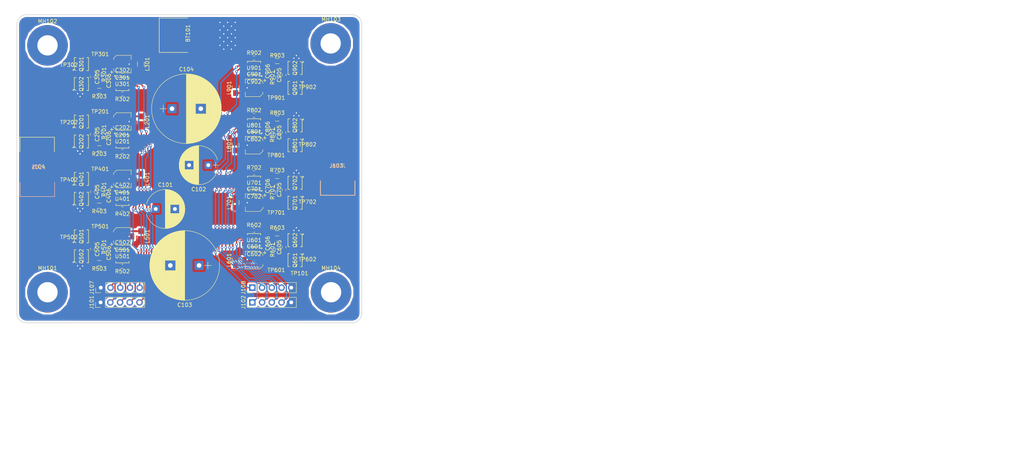
<source format=kicad_pcb>
(kicad_pcb (version 20171130) (host pcbnew 5.0.1)
  (title_block (title "Project Title"))
  (layers (0 F.Cu signal) (31 B.Cu signal) (34 B.Paste user) (35 F.Paste user) (36 B.SilkS user) (37 F.SilkS user) (38 B.Mask user) (39 F.Mask user) (44 Edge.Cuts user))
  (net 0 "")
  (net 1 /Sheet5B7230C3/OUT)
  (net 2 "Net-(Q201-Pad4)")
  (net 3 +BATT)
  (net 4 /sheet5B6E6A5B/OUT)
  (net 5 "Net-(Q702-Pad4)")
  (net 6 GND)
  (net 7 "Net-(Q902-Pad4)")
  (net 8 /sheet5B6E6A5D/OUT)
  (net 9 "Net-(Q901-Pad4)")
  (net 10 "Net-(Q802-Pad4)")
  (net 11 /sheet5B6E6A5C/OUT)
  (net 12 "Net-(Q801-Pad4)")
  (net 13 "Net-(Q701-Pad4)")
  (net 14 /sheet5B6E6A5A/OUT)
  (net 15 "Net-(Q602-Pad4)")
  (net 16 "Net-(Q601-Pad4)")
  (net 17 /sheet5B6E69C4/OUT)
  (net 18 "Net-(Q502-Pad4)")
  (net 19 "Net-(Q501-Pad4)")
  (net 20 /sheet5B6E69C3/OUT)
  (net 21 "Net-(Q402-Pad4)")
  (net 22 "Net-(Q401-Pad4)")
  (net 23 /sheet5B6E69B5/OUT)
  (net 24 "Net-(Q302-Pad4)")
  (net 25 "Net-(Q301-Pad4)")
  (net 26 "Net-(Q202-Pad4)")
  (net 27 "Net-(C301-Pad1)")
  (net 28 "Net-(C305-Pad1)")
  (net 29 "Net-(R301-Pad2)")
  (net 30 "Net-(U301-Pad5)")
  (net 31 "Net-(R302-Pad1)")
  (net 32 /sheet5B6E69B5/EN)
  (net 33 /sheet5B6E69B5/IN)
  (net 34 "Net-(R303-Pad1)")
  (net 35 "Net-(R803-Pad1)")
  (net 36 /sheet5B6E6A5C/IN)
  (net 37 /sheet5B6E6A5C/EN)
  (net 38 "Net-(R802-Pad1)")
  (net 39 "Net-(U801-Pad5)")
  (net 40 "Net-(R801-Pad2)")
  (net 41 "Net-(C805-Pad1)")
  (net 42 "Net-(C801-Pad1)")
  (net 43 "Net-(C701-Pad1)")
  (net 44 "Net-(C705-Pad1)")
  (net 45 "Net-(R701-Pad2)")
  (net 46 "Net-(U701-Pad5)")
  (net 47 "Net-(R702-Pad1)")
  (net 48 /sheet5B6E6A5B/EN)
  (net 49 /sheet5B6E6A5B/IN)
  (net 50 "Net-(R703-Pad1)")
  (net 51 "Net-(R603-Pad1)")
  (net 52 /sheet5B6E6A5A/IN)
  (net 53 /sheet5B6E6A5A/EN)
  (net 54 "Net-(R602-Pad1)")
  (net 55 "Net-(U601-Pad5)")
  (net 56 "Net-(R601-Pad2)")
  (net 57 "Net-(C605-Pad1)")
  (net 58 "Net-(C601-Pad1)")
  (net 59 "Net-(C401-Pad1)")
  (net 60 "Net-(C405-Pad1)")
  (net 61 "Net-(R401-Pad2)")
  (net 62 "Net-(U401-Pad5)")
  (net 63 "Net-(R402-Pad1)")
  (net 64 /sheet5B6E69C3/EN)
  (net 65 /sheet5B6E69C3/IN)
  (net 66 "Net-(R403-Pad1)")
  (net 67 "Net-(R903-Pad1)")
  (net 68 /sheet5B6E6A5D/IN)
  (net 69 /sheet5B6E6A5D/EN)
  (net 70 "Net-(R902-Pad1)")
  (net 71 "Net-(U901-Pad5)")
  (net 72 "Net-(R901-Pad2)")
  (net 73 "Net-(C905-Pad1)")
  (net 74 "Net-(C901-Pad1)")
  (net 75 "Net-(C201-Pad1)")
  (net 76 "Net-(C205-Pad1)")
  (net 77 "Net-(R201-Pad2)")
  (net 78 "Net-(U201-Pad5)")
  (net 79 "Net-(R202-Pad1)")
  (net 80 /Sheet5B7230C3/EN)
  (net 81 /Sheet5B7230C3/IN)
  (net 82 "Net-(R203-Pad1)")
  (net 83 "Net-(R503-Pad1)")
  (net 84 /sheet5B6E69C4/IN)
  (net 85 /sheet5B6E69C4/EN)
  (net 86 "Net-(R502-Pad1)")
  (net 87 "Net-(U501-Pad5)")
  (net 88 "Net-(R501-Pad2)")
  (net 89 "Net-(C505-Pad1)")
  (net 90 "Net-(C501-Pad1)")
  (module Capacitors_SMD:CP_Elec_4x5.7 (layer F.Cu) (at 95.924999 96.594999 180)
    (fp_text reference C701 (at 0 3.54 180) (layer F.SilkS))
    (fp_text value 10uF)
    (fp_text user + (at -2.77 2.01 180) (layer F.SilkS))
    (pad 1 smd rect (at -1.8 0) (size 2.6 1.6) (layers F.Cu F.Paste F.Mask) (net 43 "Net-(C701-Pad1)"))
    (pad 2 smd rect (at 1.8 0) (size 2.6 1.6) (layers F.Cu F.Paste F.Mask) (net 6 GND))
  )
  (module Capacitors_SMD:CP_Elec_4x5.7 (layer F.Cu) (at 95.924999 111.594999 180)
    (fp_text reference C601 (at 0 3.54 180) (layer F.SilkS))
    (fp_text value 10uF)
    (fp_text user + (at -2.77 2.01 180) (layer F.SilkS))
    (pad 1 smd rect (at -1.8 0) (size 2.6 1.6) (layers F.Cu F.Paste F.Mask) (net 58 "Net-(C601-Pad1)"))
    (pad 2 smd rect (at 1.8 0) (size 2.6 1.6) (layers F.Cu F.Paste F.Mask) (net 6 GND))
  )
  (module Capacitors_SMD:CP_Elec_4x5.7 (layer F.Cu) (at 95.924999 81.594999 180)
    (fp_text reference C801 (at 0 3.54 180) (layer F.SilkS))
    (fp_text value 10uF)
    (fp_text user + (at -2.77 2.01 180) (layer F.SilkS))
    (pad 1 smd rect (at -1.8 0) (size 2.6 1.6) (layers F.Cu F.Paste F.Mask) (net 42 "Net-(C801-Pad1)"))
    (pad 2 smd rect (at 1.8 0) (size 2.6 1.6) (layers F.Cu F.Paste F.Mask) (net 6 GND))
  )
  (module Capacitors_SMD:CP_Elec_4x5.7 (layer F.Cu) (at 61.525001 75.405001)
    (fp_text reference C201 (at 0 3.54) (layer F.SilkS))
    (fp_text value 10uF)
    (fp_text user + (at -2.77 2.01) (layer F.SilkS))
    (pad 1 smd rect (at -1.8 0 180) (size 2.6 1.6) (layers F.Cu F.Paste F.Mask) (net 75 "Net-(C201-Pad1)"))
    (pad 2 smd rect (at 1.8 0 180) (size 2.6 1.6) (layers F.Cu F.Paste F.Mask) (net 6 GND))
  )
  (module Capacitors_SMD:CP_Elec_4x5.7 (layer F.Cu) (at 61.525001 105.405001)
    (fp_text reference C501 (at 0 3.54) (layer F.SilkS))
    (fp_text value 10uF)
    (fp_text user + (at -2.77 2.01) (layer F.SilkS))
    (pad 1 smd rect (at -1.8 0 180) (size 2.6 1.6) (layers F.Cu F.Paste F.Mask) (net 90 "Net-(C501-Pad1)"))
    (pad 2 smd rect (at 1.8 0 180) (size 2.6 1.6) (layers F.Cu F.Paste F.Mask) (net 6 GND))
  )
  (module Capacitors_SMD:CP_Elec_4x5.7 (layer F.Cu) (at 95.924999 66.594999 180)
    (fp_text reference C901 (at 0 3.54 180) (layer F.SilkS))
    (fp_text value 10uF)
    (fp_text user + (at -2.77 2.01 180) (layer F.SilkS))
    (pad 1 smd rect (at -1.8 0) (size 2.6 1.6) (layers F.Cu F.Paste F.Mask) (net 74 "Net-(C901-Pad1)"))
    (pad 2 smd rect (at 1.8 0) (size 2.6 1.6) (layers F.Cu F.Paste F.Mask) (net 6 GND))
  )
  (module Capacitors_SMD:CP_Elec_4x5.7 (layer F.Cu) (at 61.525001 90.405001)
    (fp_text reference C401 (at 0 3.54) (layer F.SilkS))
    (fp_text value 10uF)
    (fp_text user + (at -2.77 2.01) (layer F.SilkS))
    (pad 1 smd rect (at -1.8 0 180) (size 2.6 1.6) (layers F.Cu F.Paste F.Mask) (net 59 "Net-(C401-Pad1)"))
    (pad 2 smd rect (at 1.8 0 180) (size 2.6 1.6) (layers F.Cu F.Paste F.Mask) (net 6 GND))
  )
  (module Capacitors_SMD:CP_Elec_4x5.7 (layer F.Cu) (at 61.525001 60.405001)
    (fp_text reference C301 (at 0 3.54) (layer F.SilkS))
    (fp_text value 10uF)
    (fp_text user + (at -2.77 2.01) (layer F.SilkS))
    (pad 1 smd rect (at -1.8 0 180) (size 2.6 1.6) (layers F.Cu F.Paste F.Mask) (net 27 "Net-(C301-Pad1)"))
    (pad 2 smd rect (at 1.8 0 180) (size 2.6 1.6) (layers F.Cu F.Paste F.Mask) (net 6 GND))
  )
  (module Capacitors_SMD:C_0402 (layer F.Cu) (at 95.9 108.75 180)
    (fp_text reference C602 (at 0 -1.27 180) (layer F.SilkS))
    (fp_text value 100nF)
    (pad 1 smd rect (at -0.55 0 180) (size 0.6 0.5) (layers F.Cu F.Paste F.Mask) (net 58 "Net-(C601-Pad1)"))
    (pad 2 smd rect (at 0.55 0 180) (size 0.6 0.5) (layers F.Cu F.Paste F.Mask) (net 6 GND))
  )
  (module Capacitors_SMD:C_0402 (layer F.Cu) (at 61.55 78.25)
    (fp_text reference C202 (at 0 -1.27) (layer F.SilkS))
    (fp_text value 100nF)
    (pad 1 smd rect (at -0.55 0) (size 0.6 0.5) (layers F.Cu F.Paste F.Mask) (net 75 "Net-(C201-Pad1)"))
    (pad 2 smd rect (at 0.55 0) (size 0.6 0.5) (layers F.Cu F.Paste F.Mask) (net 6 GND))
  )
  (module Capacitors_SMD:C_0402 (layer F.Cu) (at 53.7 78.75 270)
    (fp_text reference C205 (at 0 -1.27 270) (layer F.SilkS))
    (fp_text value 100nF)
    (pad 1 smd rect (at -0.55 0 270) (size 0.6 0.5) (layers F.Cu F.Paste F.Mask) (net 76 "Net-(C205-Pad1)"))
    (pad 2 smd rect (at 0.55 0 270) (size 0.6 0.5) (layers F.Cu F.Paste F.Mask) (net 1 /Sheet5B7230C3/OUT))
  )
  (module Capacitors_SMD:C_0402 (layer F.Cu) (at 103.75 93.25 90)
    (fp_text reference C705 (at 0 -1.27 90) (layer F.SilkS))
    (fp_text value 100nF)
    (pad 1 smd rect (at -0.55 0 90) (size 0.6 0.5) (layers F.Cu F.Paste F.Mask) (net 44 "Net-(C705-Pad1)"))
    (pad 2 smd rect (at 0.55 0 90) (size 0.6 0.5) (layers F.Cu F.Paste F.Mask) (net 4 /sheet5B6E6A5B/OUT))
  )
  (module Capacitors_SMD:C_0402 (layer F.Cu) (at 103.75 108.25 90)
    (fp_text reference C605 (at 0 -1.27 90) (layer F.SilkS))
    (fp_text value 100nF)
    (pad 1 smd rect (at -0.55 0 90) (size 0.6 0.5) (layers F.Cu F.Paste F.Mask) (net 57 "Net-(C605-Pad1)"))
    (pad 2 smd rect (at 0.55 0 90) (size 0.6 0.5) (layers F.Cu F.Paste F.Mask) (net 14 /sheet5B6E6A5A/OUT))
  )
  (module Capacitors_SMD:C_0402 (layer F.Cu) (at 53.7 108.75 270)
    (fp_text reference C505 (at 0 -1.27 270) (layer F.SilkS))
    (fp_text value 100nF)
    (pad 1 smd rect (at -0.55 0 270) (size 0.6 0.5) (layers F.Cu F.Paste F.Mask) (net 89 "Net-(C505-Pad1)"))
    (pad 2 smd rect (at 0.55 0 270) (size 0.6 0.5) (layers F.Cu F.Paste F.Mask) (net 17 /sheet5B6E69C4/OUT))
  )
  (module Capacitors_SMD:C_0402 (layer F.Cu) (at 61.55 108.25)
    (fp_text reference C502 (at 0 -1.27) (layer F.SilkS))
    (fp_text value 100nF)
    (pad 1 smd rect (at -0.55 0) (size 0.6 0.5) (layers F.Cu F.Paste F.Mask) (net 90 "Net-(C501-Pad1)"))
    (pad 2 smd rect (at 0.55 0) (size 0.6 0.5) (layers F.Cu F.Paste F.Mask) (net 6 GND))
  )
  (module Capacitors_SMD:C_0402 (layer F.Cu) (at 53.7 93.75 270)
    (fp_text reference C405 (at 0 -1.27 270) (layer F.SilkS))
    (fp_text value 100nF)
    (pad 1 smd rect (at -0.55 0 270) (size 0.6 0.5) (layers F.Cu F.Paste F.Mask) (net 60 "Net-(C405-Pad1)"))
    (pad 2 smd rect (at 0.55 0 270) (size 0.6 0.5) (layers F.Cu F.Paste F.Mask) (net 20 /sheet5B6E69C3/OUT))
  )
  (module Capacitors_SMD:C_0402 (layer F.Cu) (at 61.55 93.25)
    (fp_text reference C402 (at 0 -1.27) (layer F.SilkS))
    (fp_text value 100nF)
    (pad 1 smd rect (at -0.55 0) (size 0.6 0.5) (layers F.Cu F.Paste F.Mask) (net 59 "Net-(C401-Pad1)"))
    (pad 2 smd rect (at 0.55 0) (size 0.6 0.5) (layers F.Cu F.Paste F.Mask) (net 6 GND))
  )
  (module Capacitors_SMD:C_0402 (layer F.Cu) (at 53.7 63.75 270)
    (fp_text reference C305 (at 0 -1.27 270) (layer F.SilkS))
    (fp_text value 100nF)
    (pad 1 smd rect (at -0.55 0 270) (size 0.6 0.5) (layers F.Cu F.Paste F.Mask) (net 28 "Net-(C305-Pad1)"))
    (pad 2 smd rect (at 0.55 0 270) (size 0.6 0.5) (layers F.Cu F.Paste F.Mask) (net 23 /sheet5B6E69B5/OUT))
  )
  (module Capacitors_SMD:C_0402 (layer F.Cu) (at 103.75 63.25 90)
    (fp_text reference C905 (at 0 -1.27 90) (layer F.SilkS))
    (fp_text value 100nF)
    (pad 1 smd rect (at -0.55 0 90) (size 0.6 0.5) (layers F.Cu F.Paste F.Mask) (net 73 "Net-(C905-Pad1)"))
    (pad 2 smd rect (at 0.55 0 90) (size 0.6 0.5) (layers F.Cu F.Paste F.Mask) (net 8 /sheet5B6E6A5D/OUT))
  )
  (module Capacitors_SMD:C_0402 (layer F.Cu) (at 95.9 63.75 180)
    (fp_text reference C902 (at 0 -1.27 180) (layer F.SilkS))
    (fp_text value 100nF)
    (pad 1 smd rect (at -0.55 0 180) (size 0.6 0.5) (layers F.Cu F.Paste F.Mask) (net 74 "Net-(C901-Pad1)"))
    (pad 2 smd rect (at 0.55 0 180) (size 0.6 0.5) (layers F.Cu F.Paste F.Mask) (net 6 GND))
  )
  (module Capacitors_SMD:C_0402 (layer F.Cu) (at 103.75 78.25 90)
    (fp_text reference C805 (at 0 -1.27 90) (layer F.SilkS))
    (fp_text value 100nF)
    (pad 1 smd rect (at -0.55 0 90) (size 0.6 0.5) (layers F.Cu F.Paste F.Mask) (net 41 "Net-(C805-Pad1)"))
    (pad 2 smd rect (at 0.55 0 90) (size 0.6 0.5) (layers F.Cu F.Paste F.Mask) (net 11 /sheet5B6E6A5C/OUT))
  )
  (module Capacitors_SMD:C_0402 (layer F.Cu) (at 95.9 78.75 180)
    (fp_text reference C802 (at 0 -1.27 180) (layer F.SilkS))
    (fp_text value 100nF)
    (pad 1 smd rect (at -0.55 0 180) (size 0.6 0.5) (layers F.Cu F.Paste F.Mask) (net 42 "Net-(C801-Pad1)"))
    (pad 2 smd rect (at 0.55 0 180) (size 0.6 0.5) (layers F.Cu F.Paste F.Mask) (net 6 GND))
  )
  (module Capacitors_SMD:C_0402 (layer F.Cu) (at 95.9 93.75 180)
    (fp_text reference C702 (at 0 -1.27 180) (layer F.SilkS))
    (fp_text value 100nF)
    (pad 1 smd rect (at -0.55 0 180) (size 0.6 0.5) (layers F.Cu F.Paste F.Mask) (net 43 "Net-(C701-Pad1)"))
    (pad 2 smd rect (at 0.55 0 180) (size 0.6 0.5) (layers F.Cu F.Paste F.Mask) (net 6 GND))
  )
  (module Capacitors_SMD:C_0402 (layer F.Cu) (at 61.55 63.25)
    (fp_text reference C302 (at 0 -1.27) (layer F.SilkS))
    (fp_text value 100nF)
    (pad 1 smd rect (at -0.55 0) (size 0.6 0.5) (layers F.Cu F.Paste F.Mask) (net 27 "Net-(C301-Pad1)"))
    (pad 2 smd rect (at 0.55 0) (size 0.6 0.5) (layers F.Cu F.Paste F.Mask) (net 6 GND))
  )
  (module Capacitors_SMD:C_0603_HandSoldering (layer F.Cu) (at 100.7 77.25 90)
    (fp_text reference C806 (at 0 -1.25 90) (layer F.SilkS))
    (fp_text value "DNP 0603")
    (pad 1 smd rect (at -0.95 0 90) (size 1.2 0.75) (layers F.Cu F.Paste F.Mask) (net 41 "Net-(C805-Pad1)"))
    (pad 2 smd rect (at 0.95 0 90) (size 1.2 0.75) (layers F.Cu F.Paste F.Mask) (net 11 /sheet5B6E6A5C/OUT))
  )
  (module Capacitors_SMD:C_0603_HandSoldering (layer F.Cu) (at 56.75 64.75 270)
    (fp_text reference C306 (at 0 -1.25 270) (layer F.SilkS))
    (fp_text value "DNP 0603")
    (pad 1 smd rect (at -0.95 0 270) (size 1.2 0.75) (layers F.Cu F.Paste F.Mask) (net 28 "Net-(C305-Pad1)"))
    (pad 2 smd rect (at 0.95 0 270) (size 1.2 0.75) (layers F.Cu F.Paste F.Mask) (net 23 /sheet5B6E69B5/OUT))
  )
  (module Capacitors_SMD:C_0603_HandSoldering (layer F.Cu) (at 56.75 94.75 270)
    (fp_text reference C406 (at 0 -1.25 270) (layer F.SilkS))
    (fp_text value "DNP 0603")
    (pad 1 smd rect (at -0.95 0 270) (size 1.2 0.75) (layers F.Cu F.Paste F.Mask) (net 60 "Net-(C405-Pad1)"))
    (pad 2 smd rect (at 0.95 0 270) (size 1.2 0.75) (layers F.Cu F.Paste F.Mask) (net 20 /sheet5B6E69C3/OUT))
  )
  (module Capacitors_SMD:C_0603_HandSoldering (layer F.Cu) (at 100.7 92.25 90)
    (fp_text reference C706 (at 0 -1.25 90) (layer F.SilkS))
    (fp_text value "DNP 0603")
    (pad 1 smd rect (at -0.95 0 90) (size 1.2 0.75) (layers F.Cu F.Paste F.Mask) (net 44 "Net-(C705-Pad1)"))
    (pad 2 smd rect (at 0.95 0 90) (size 1.2 0.75) (layers F.Cu F.Paste F.Mask) (net 4 /sheet5B6E6A5B/OUT))
  )
  (module Capacitors_SMD:C_0603_HandSoldering (layer F.Cu) (at 56.75 79.75 270)
    (fp_text reference C206 (at 0 -1.25 270) (layer F.SilkS))
    (fp_text value "DNP 0603")
    (pad 1 smd rect (at -0.95 0 270) (size 1.2 0.75) (layers F.Cu F.Paste F.Mask) (net 76 "Net-(C205-Pad1)"))
    (pad 2 smd rect (at 0.95 0 270) (size 1.2 0.75) (layers F.Cu F.Paste F.Mask) (net 1 /Sheet5B7230C3/OUT))
  )
  (module Capacitors_SMD:C_0603_HandSoldering (layer F.Cu) (at 100.7 107.25 90)
    (fp_text reference C606 (at 0 -1.25 90) (layer F.SilkS))
    (fp_text value "DNP 0603")
    (pad 1 smd rect (at -0.95 0 90) (size 1.2 0.75) (layers F.Cu F.Paste F.Mask) (net 57 "Net-(C605-Pad1)"))
    (pad 2 smd rect (at 0.95 0 90) (size 1.2 0.75) (layers F.Cu F.Paste F.Mask) (net 14 /sheet5B6E6A5A/OUT))
  )
  (module Capacitors_SMD:C_0603_HandSoldering (layer F.Cu) (at 56.75 109.75 270)
    (fp_text reference C506 (at 0 -1.25 270) (layer F.SilkS))
    (fp_text value "DNP 0603")
    (pad 1 smd rect (at -0.95 0 270) (size 1.2 0.75) (layers F.Cu F.Paste F.Mask) (net 89 "Net-(C505-Pad1)"))
    (pad 2 smd rect (at 0.95 0 270) (size 1.2 0.75) (layers F.Cu F.Paste F.Mask) (net 17 /sheet5B6E69C4/OUT))
  )
  (module Capacitors_SMD:C_0603_HandSoldering (layer F.Cu) (at 100.7 62.25 90)
    (fp_text reference C906 (at 0 -1.25 90) (layer F.SilkS))
    (fp_text value "DNP 0603")
    (pad 1 smd rect (at -0.95 0 90) (size 1.2 0.75) (layers F.Cu F.Paste F.Mask) (net 73 "Net-(C905-Pad1)"))
    (pad 2 smd rect (at 0.95 0 90) (size 1.2 0.75) (layers F.Cu F.Paste F.Mask) (net 8 /sheet5B6E6A5D/OUT))
  )
  (module Capacitors_ThroughHole:CP_Radial_D10.0mm_P5.00mm (layer F.Cu) (at 70.25 98.25)
    (fp_text reference C101 (at 2.5 -6.31) (layer F.SilkS))
    (fp_text value 470uF)
    (pad 2 thru_hole circle (at 5 0) (size 2 2) (drill 1) (layers *.Cu *.Mask) (net 6 GND))
    (pad 1 thru_hole rect (at 0 0) (size 2 2) (drill 1) (layers *.Cu *.Mask) (net 3 +BATT))
  )
  (module Capacitors_ThroughHole:CP_Radial_D10.0mm_P5.00mm (layer F.Cu) (at 83.95 86.8 180)
    (fp_text reference C102 (at 2.5 -6.31 180) (layer F.SilkS))
    (fp_text value 470uF)
    (pad 1 thru_hole rect (at 0 0 180) (size 2 2) (drill 1) (layers *.Cu *.Mask) (net 3 +BATT))
    (pad 2 thru_hole circle (at 5 0 180) (size 2 2) (drill 1) (layers *.Cu *.Mask) (net 6 GND))
  )
  (module Capacitors_ThroughHole:CP_Radial_D18.0mm_P7.50mm (layer F.Cu) (at 74.5 72.05)
    (fp_text reference C104 (at 3.75 -10.31) (layer F.SilkS))
    (fp_text value 1000uF)
    (pad 2 thru_hole circle (at 7.5 0) (size 2.4 2.4) (drill 1.2) (layers *.Cu *.Mask) (net 6 GND))
    (pad 1 thru_hole rect (at 0 0) (size 2.4 2.4) (drill 1.2) (layers *.Cu *.Mask) (net 3 +BATT))
  )
  (module Capacitors_ThroughHole:CP_Radial_D18.0mm_P7.50mm (layer F.Cu) (at 81.55 113 180)
    (fp_text reference C103 (at 3.75 -10.31 180) (layer F.SilkS))
    (fp_text value 1000uF)
    (pad 1 thru_hole rect (at 0 0 180) (size 2.4 2.4) (drill 1.2) (layers *.Cu *.Mask) (net 3 +BATT))
    (pad 2 thru_hole circle (at 7.5 0 180) (size 2.4 2.4) (drill 1.2) (layers *.Cu *.Mask) (net 6 GND))
  )
  (module Measurement_Points:Measurement_Point_Round-SMD-Pad_Small (layer F.Cu) (at 47.6 62.6)
    (fp_text reference TP302 (at 0 -2) (layer F.SilkS))
    (fp_text value TestPoint_Alt)
    (pad 1 smd circle (at 0 0) (size 1.5 1.5) (layers F.Cu F.Mask) (net 23 /sheet5B6E69B5/OUT))
  )
  (module Measurement_Points:Measurement_Point_Round-SMD-Pad_Small (layer F.Cu) (at 47.6 77.6)
    (fp_text reference TP202 (at 0 -2) (layer F.SilkS))
    (fp_text value TestPoint_Alt)
    (pad 1 smd circle (at 0 0) (size 1.5 1.5) (layers F.Cu F.Mask) (net 1 /Sheet5B7230C3/OUT))
  )
  (module Measurement_Points:Measurement_Point_Round-SMD-Pad_Small (layer F.Cu) (at 55.75 74.8)
    (fp_text reference TP201 (at 0 -2) (layer F.SilkS))
    (fp_text value TestPoint_Alt)
    (pad 1 smd circle (at 0 0) (size 1.5 1.5) (layers F.Cu F.Mask) (net 76 "Net-(C205-Pad1)"))
  )
  (module Measurement_Points:Measurement_Point_Round-SMD-Pad_Small (layer F.Cu) (at 107.75 117.05)
    (fp_text reference TP101 (at 0 -2) (layer F.SilkS))
    (fp_text value TestPoint_Alt)
    (pad 1 smd circle (at 0 0) (size 1.5 1.5) (layers F.Cu F.Mask) (net 6 GND))
  )
  (module Measurement_Points:Measurement_Point_Round-SMD-Pad_Small (layer F.Cu) (at 101.7 97.2 180)
    (fp_text reference TP701 (at 0 -2 180) (layer F.SilkS))
    (fp_text value TestPoint_Alt)
    (pad 1 smd circle (at 0 0 180) (size 1.5 1.5) (layers F.Cu F.Mask) (net 44 "Net-(C705-Pad1)"))
  )
  (module Measurement_Points:Measurement_Point_Round-SMD-Pad_Small (layer F.Cu) (at 55.75 89.8)
    (fp_text reference TP401 (at 0 -2) (layer F.SilkS))
    (fp_text value TestPoint_Alt)
    (pad 1 smd circle (at 0 0) (size 1.5 1.5) (layers F.Cu F.Mask) (net 60 "Net-(C405-Pad1)"))
  )
  (module Measurement_Points:Measurement_Point_Round-SMD-Pad_Small (layer F.Cu) (at 109.85 109.4 180)
    (fp_text reference TP602 (at 0 -2 180) (layer F.SilkS))
    (fp_text value TestPoint_Alt)
    (pad 1 smd circle (at 0 0 180) (size 1.5 1.5) (layers F.Cu F.Mask) (net 14 /sheet5B6E6A5A/OUT))
  )
  (module Measurement_Points:Measurement_Point_Round-SMD-Pad_Small (layer F.Cu) (at 101.7 112.2 180)
    (fp_text reference TP601 (at 0 -2 180) (layer F.SilkS))
    (fp_text value TestPoint_Alt)
    (pad 1 smd circle (at 0 0 180) (size 1.5 1.5) (layers F.Cu F.Mask) (net 57 "Net-(C605-Pad1)"))
  )
  (module Measurement_Points:Measurement_Point_Round-SMD-Pad_Small (layer F.Cu) (at 47.6 107.6)
    (fp_text reference TP502 (at 0 -2) (layer F.SilkS))
    (fp_text value TestPoint_Alt)
    (pad 1 smd circle (at 0 0) (size 1.5 1.5) (layers F.Cu F.Mask) (net 17 /sheet5B6E69C4/OUT))
  )
  (module Measurement_Points:Measurement_Point_Round-SMD-Pad_Small (layer F.Cu) (at 55.75 104.8)
    (fp_text reference TP501 (at 0 -2) (layer F.SilkS))
    (fp_text value TestPoint_Alt)
    (pad 1 smd circle (at 0 0) (size 1.5 1.5) (layers F.Cu F.Mask) (net 89 "Net-(C505-Pad1)"))
  )
  (module Measurement_Points:Measurement_Point_Round-SMD-Pad_Small (layer F.Cu) (at 47.6 92.6)
    (fp_text reference TP402 (at 0 -2) (layer F.SilkS))
    (fp_text value TestPoint_Alt)
    (pad 1 smd circle (at 0 0) (size 1.5 1.5) (layers F.Cu F.Mask) (net 20 /sheet5B6E69C3/OUT))
  )
  (module Measurement_Points:Measurement_Point_Round-SMD-Pad_Small (layer F.Cu) (at 109.85 94.4 180)
    (fp_text reference TP702 (at 0 -2 180) (layer F.SilkS))
    (fp_text value TestPoint_Alt)
    (pad 1 smd circle (at 0 0 180) (size 1.5 1.5) (layers F.Cu F.Mask) (net 4 /sheet5B6E6A5B/OUT))
  )
  (module Measurement_Points:Measurement_Point_Round-SMD-Pad_Small (layer F.Cu) (at 101.7 82.2 180)
    (fp_text reference TP801 (at 0 -2 180) (layer F.SilkS))
    (fp_text value TestPoint_Alt)
    (pad 1 smd circle (at 0 0 180) (size 1.5 1.5) (layers F.Cu F.Mask) (net 41 "Net-(C805-Pad1)"))
  )
  (module Measurement_Points:Measurement_Point_Round-SMD-Pad_Small (layer F.Cu) (at 109.85 79.4 180)
    (fp_text reference TP802 (at 0 -2 180) (layer F.SilkS))
    (fp_text value TestPoint_Alt)
    (pad 1 smd circle (at 0 0 180) (size 1.5 1.5) (layers F.Cu F.Mask) (net 11 /sheet5B6E6A5C/OUT))
  )
  (module Measurement_Points:Measurement_Point_Round-SMD-Pad_Small (layer F.Cu) (at 109.85 64.4 180)
    (fp_text reference TP902 (at 0 -2 180) (layer F.SilkS))
    (fp_text value TestPoint_Alt)
    (pad 1 smd circle (at 0 0 180) (size 1.5 1.5) (layers F.Cu F.Mask) (net 8 /sheet5B6E6A5D/OUT))
  )
  (module Measurement_Points:Measurement_Point_Round-SMD-Pad_Small (layer F.Cu) (at 101.7 67.2 180)
    (fp_text reference TP901 (at 0 -2 180) (layer F.SilkS))
    (fp_text value TestPoint_Alt)
    (pad 1 smd circle (at 0 0 180) (size 1.5 1.5) (layers F.Cu F.Mask) (net 73 "Net-(C905-Pad1)"))
  )
  (module Measurement_Points:Measurement_Point_Round-SMD-Pad_Small (layer F.Cu) (at 55.75 59.8)
    (fp_text reference TP301 (at 0 -2) (layer F.SilkS))
    (fp_text value TestPoint_Alt)
    (pad 1 smd circle (at 0 0) (size 1.5 1.5) (layers F.Cu F.Mask) (net 28 "Net-(C305-Pad1)"))
  )
  (module Resistors_SMD:R_0402 (layer F.Cu) (at 61.55 98.2 180)
    (fp_text reference R402 (at 0 -1.35 180) (layer F.SilkS))
    (fp_text value 100k)
    (pad 1 smd rect (at -0.45 0 180) (size 0.4 0.6) (layers F.Cu F.Paste F.Mask) (net 63 "Net-(R402-Pad1)"))
    (pad 2 smd rect (at 0.45 0 180) (size 0.4 0.6) (layers F.Cu F.Paste F.Mask) (net 6 GND))
  )
  (module Resistors_SMD:R_0402 (layer F.Cu) (at 95.9 103.8)
    (fp_text reference R602 (at 0 -1.35) (layer F.SilkS))
    (fp_text value 100k)
    (pad 1 smd rect (at -0.45 0) (size 0.4 0.6) (layers F.Cu F.Paste F.Mask) (net 54 "Net-(R602-Pad1)"))
    (pad 2 smd rect (at 0.45 0) (size 0.4 0.6) (layers F.Cu F.Paste F.Mask) (net 6 GND))
  )
  (module Resistors_SMD:R_0402 (layer F.Cu) (at 61.55 83.2 180)
    (fp_text reference R202 (at 0 -1.35 180) (layer F.SilkS))
    (fp_text value 100k)
    (pad 1 smd rect (at -0.45 0 180) (size 0.4 0.6) (layers F.Cu F.Paste F.Mask) (net 79 "Net-(R202-Pad1)"))
    (pad 2 smd rect (at 0.45 0 180) (size 0.4 0.6) (layers F.Cu F.Paste F.Mask) (net 6 GND))
  )
  (module Resistors_SMD:R_0402 (layer F.Cu) (at 61.55 68.2 180)
    (fp_text reference R302 (at 0 -1.35 180) (layer F.SilkS))
    (fp_text value 100k)
    (pad 1 smd rect (at -0.45 0 180) (size 0.4 0.6) (layers F.Cu F.Paste F.Mask) (net 31 "Net-(R302-Pad1)"))
    (pad 2 smd rect (at 0.45 0 180) (size 0.4 0.6) (layers F.Cu F.Paste F.Mask) (net 6 GND))
  )
  (module Resistors_SMD:R_0402 (layer F.Cu) (at 61.55 113.2 180)
    (fp_text reference R502 (at 0 -1.35 180) (layer F.SilkS))
    (fp_text value 100k)
    (pad 1 smd rect (at -0.45 0 180) (size 0.4 0.6) (layers F.Cu F.Paste F.Mask) (net 86 "Net-(R502-Pad1)"))
    (pad 2 smd rect (at 0.45 0 180) (size 0.4 0.6) (layers F.Cu F.Paste F.Mask) (net 6 GND))
  )
  (module Resistors_SMD:R_0402 (layer F.Cu) (at 95.9 88.8)
    (fp_text reference R702 (at 0 -1.35) (layer F.SilkS))
    (fp_text value 100k)
    (pad 1 smd rect (at -0.45 0) (size 0.4 0.6) (layers F.Cu F.Paste F.Mask) (net 47 "Net-(R702-Pad1)"))
    (pad 2 smd rect (at 0.45 0) (size 0.4 0.6) (layers F.Cu F.Paste F.Mask) (net 6 GND))
  )
  (module Resistors_SMD:R_0402 (layer F.Cu) (at 95.9 73.8)
    (fp_text reference R802 (at 0 -1.35) (layer F.SilkS))
    (fp_text value 100k)
    (pad 1 smd rect (at -0.45 0) (size 0.4 0.6) (layers F.Cu F.Paste F.Mask) (net 38 "Net-(R802-Pad1)"))
    (pad 2 smd rect (at 0.45 0) (size 0.4 0.6) (layers F.Cu F.Paste F.Mask) (net 6 GND))
  )
  (module Resistors_SMD:R_0402 (layer F.Cu) (at 95.9 58.8)
    (fp_text reference R902 (at 0 -1.35) (layer F.SilkS))
    (fp_text value 100k)
    (pad 1 smd rect (at -0.45 0) (size 0.4 0.6) (layers F.Cu F.Paste F.Mask) (net 70 "Net-(R902-Pad1)"))
    (pad 2 smd rect (at 0.45 0) (size 0.4 0.6) (layers F.Cu F.Paste F.Mask) (net 6 GND))
  )
  (module Resistors_SMD:R_0603_HandSoldering (layer F.Cu) (at 55.3 93.1 270)
    (fp_text reference R401 (at 0 -1.45 270) (layer F.SilkS))
    (fp_text value 0)
    (pad 2 smd rect (at 1.1 0 270) (size 1.2 0.9) (layers F.Cu F.Paste F.Mask) (net 61 "Net-(R401-Pad2)"))
    (pad 1 smd rect (at -1.1 0 270) (size 1.2 0.9) (layers F.Cu F.Paste F.Mask) (net 22 "Net-(Q401-Pad4)"))
  )
  (module Resistors_SMD:R_0603_HandSoldering (layer F.Cu) (at 55.5 67.4 180)
    (fp_text reference R303 (at 0 -1.45 180) (layer F.SilkS))
    (fp_text value 0)
    (pad 1 smd rect (at -1.1 0 180) (size 1.2 0.9) (layers F.Cu F.Paste F.Mask) (net 34 "Net-(R303-Pad1)"))
    (pad 2 smd rect (at 1.1 0 180) (size 1.2 0.9) (layers F.Cu F.Paste F.Mask) (net 24 "Net-(Q302-Pad4)"))
  )
  (module Resistors_SMD:R_0603_HandSoldering (layer F.Cu) (at 55.3 63.1 270)
    (fp_text reference R301 (at 0 -1.45 270) (layer F.SilkS))
    (fp_text value 0)
    (pad 2 smd rect (at 1.1 0 270) (size 1.2 0.9) (layers F.Cu F.Paste F.Mask) (net 29 "Net-(R301-Pad2)"))
    (pad 1 smd rect (at -1.1 0 270) (size 1.2 0.9) (layers F.Cu F.Paste F.Mask) (net 25 "Net-(Q301-Pad4)"))
  )
  (module Resistors_SMD:R_0603_HandSoldering (layer F.Cu) (at 102.15 78.9 90)
    (fp_text reference R801 (at 0 -1.45 90) (layer F.SilkS))
    (fp_text value 0)
    (pad 2 smd rect (at 1.1 0 90) (size 1.2 0.9) (layers F.Cu F.Paste F.Mask) (net 40 "Net-(R801-Pad2)"))
    (pad 1 smd rect (at -1.1 0 90) (size 1.2 0.9) (layers F.Cu F.Paste F.Mask) (net 12 "Net-(Q801-Pad4)"))
  )
  (module Resistors_SMD:R_0603_HandSoldering (layer F.Cu) (at 55.5 82.4 180)
    (fp_text reference R203 (at 0 -1.45 180) (layer F.SilkS))
    (fp_text value 0)
    (pad 1 smd rect (at -1.1 0 180) (size 1.2 0.9) (layers F.Cu F.Paste F.Mask) (net 82 "Net-(R203-Pad1)"))
    (pad 2 smd rect (at 1.1 0 180) (size 1.2 0.9) (layers F.Cu F.Paste F.Mask) (net 26 "Net-(Q202-Pad4)"))
  )
  (module Resistors_SMD:R_0603_HandSoldering (layer F.Cu) (at 55.3 78.1 270)
    (fp_text reference R201 (at 0 -1.45 270) (layer F.SilkS))
    (fp_text value 0)
    (pad 2 smd rect (at 1.1 0 270) (size 1.2 0.9) (layers F.Cu F.Paste F.Mask) (net 77 "Net-(R201-Pad2)"))
    (pad 1 smd rect (at -1.1 0 270) (size 1.2 0.9) (layers F.Cu F.Paste F.Mask) (net 2 "Net-(Q201-Pad4)"))
  )
  (module Resistors_SMD:R_0603_HandSoldering (layer F.Cu) (at 101.95 59.6)
    (fp_text reference R903 (at 0 -1.45) (layer F.SilkS))
    (fp_text value 0)
    (pad 1 smd rect (at -1.1 0) (size 1.2 0.9) (layers F.Cu F.Paste F.Mask) (net 67 "Net-(R903-Pad1)"))
    (pad 2 smd rect (at 1.1 0) (size 1.2 0.9) (layers F.Cu F.Paste F.Mask) (net 7 "Net-(Q902-Pad4)"))
  )
  (module Resistors_SMD:R_0603_HandSoldering (layer F.Cu) (at 102.15 63.9 90)
    (fp_text reference R901 (at 0 -1.45 90) (layer F.SilkS))
    (fp_text value 0)
    (pad 2 smd rect (at 1.1 0 90) (size 1.2 0.9) (layers F.Cu F.Paste F.Mask) (net 72 "Net-(R901-Pad2)"))
    (pad 1 smd rect (at -1.1 0 90) (size 1.2 0.9) (layers F.Cu F.Paste F.Mask) (net 9 "Net-(Q901-Pad4)"))
  )
  (module Resistors_SMD:R_0603_HandSoldering (layer F.Cu) (at 55.5 97.4 180)
    (fp_text reference R403 (at 0 -1.45 180) (layer F.SilkS))
    (fp_text value 0)
    (pad 1 smd rect (at -1.1 0 180) (size 1.2 0.9) (layers F.Cu F.Paste F.Mask) (net 66 "Net-(R403-Pad1)"))
    (pad 2 smd rect (at 1.1 0 180) (size 1.2 0.9) (layers F.Cu F.Paste F.Mask) (net 21 "Net-(Q402-Pad4)"))
  )
  (module Resistors_SMD:R_0603_HandSoldering (layer F.Cu) (at 55.3 108.1 270)
    (fp_text reference R501 (at 0 -1.45 270) (layer F.SilkS))
    (fp_text value 0)
    (pad 2 smd rect (at 1.1 0 270) (size 1.2 0.9) (layers F.Cu F.Paste F.Mask) (net 88 "Net-(R501-Pad2)"))
    (pad 1 smd rect (at -1.1 0 270) (size 1.2 0.9) (layers F.Cu F.Paste F.Mask) (net 19 "Net-(Q501-Pad4)"))
  )
  (module Resistors_SMD:R_0603_HandSoldering (layer F.Cu) (at 55.5 112.4 180)
    (fp_text reference R503 (at 0 -1.45 180) (layer F.SilkS))
    (fp_text value 0)
    (pad 1 smd rect (at -1.1 0 180) (size 1.2 0.9) (layers F.Cu F.Paste F.Mask) (net 83 "Net-(R503-Pad1)"))
    (pad 2 smd rect (at 1.1 0 180) (size 1.2 0.9) (layers F.Cu F.Paste F.Mask) (net 18 "Net-(Q502-Pad4)"))
  )
  (module Resistors_SMD:R_0603_HandSoldering (layer F.Cu) (at 102.15 108.9 90)
    (fp_text reference R601 (at 0 -1.45 90) (layer F.SilkS))
    (fp_text value 0)
    (pad 2 smd rect (at 1.1 0 90) (size 1.2 0.9) (layers F.Cu F.Paste F.Mask) (net 56 "Net-(R601-Pad2)"))
    (pad 1 smd rect (at -1.1 0 90) (size 1.2 0.9) (layers F.Cu F.Paste F.Mask) (net 16 "Net-(Q601-Pad4)"))
  )
  (module Resistors_SMD:R_0603_HandSoldering (layer F.Cu) (at 101.95 104.6)
    (fp_text reference R603 (at 0 -1.45) (layer F.SilkS))
    (fp_text value 0)
    (pad 1 smd rect (at -1.1 0) (size 1.2 0.9) (layers F.Cu F.Paste F.Mask) (net 51 "Net-(R603-Pad1)"))
    (pad 2 smd rect (at 1.1 0) (size 1.2 0.9) (layers F.Cu F.Paste F.Mask) (net 15 "Net-(Q602-Pad4)"))
  )
  (module Resistors_SMD:R_0603_HandSoldering (layer F.Cu) (at 102.15 93.9 90)
    (fp_text reference R701 (at 0 -1.45 90) (layer F.SilkS))
    (fp_text value 0)
    (pad 2 smd rect (at 1.1 0 90) (size 1.2 0.9) (layers F.Cu F.Paste F.Mask) (net 45 "Net-(R701-Pad2)"))
    (pad 1 smd rect (at -1.1 0 90) (size 1.2 0.9) (layers F.Cu F.Paste F.Mask) (net 13 "Net-(Q701-Pad4)"))
  )
  (module Resistors_SMD:R_0603_HandSoldering (layer F.Cu) (at 101.95 89.6)
    (fp_text reference R703 (at 0 -1.45) (layer F.SilkS))
    (fp_text value 0)
    (pad 1 smd rect (at -1.1 0) (size 1.2 0.9) (layers F.Cu F.Paste F.Mask) (net 50 "Net-(R703-Pad1)"))
    (pad 2 smd rect (at 1.1 0) (size 1.2 0.9) (layers F.Cu F.Paste F.Mask) (net 5 "Net-(Q702-Pad4)"))
  )
  (module Resistors_SMD:R_0603_HandSoldering (layer F.Cu) (at 101.95 74.6)
    (fp_text reference R803 (at 0 -1.45) (layer F.SilkS))
    (fp_text value 0)
    (pad 1 smd rect (at -1.1 0) (size 1.2 0.9) (layers F.Cu F.Paste F.Mask) (net 35 "Net-(R803-Pad1)"))
    (pad 2 smd rect (at 1.1 0) (size 1.2 0.9) (layers F.Cu F.Paste F.Mask) (net 10 "Net-(Q802-Pad4)"))
  )
  (module Resistors_SMD:R_0805_HandSoldering (layer F.Cu) (at 91.1 111.6 90)
    (fp_text reference L601 (at 0 -1.7 90) (layer F.SilkS))
    (fp_text value 100uH)
    (pad 2 smd rect (at 1.35 0 90) (size 1.5 1.3) (layers F.Cu F.Paste F.Mask) (net 3 +BATT))
    (pad 1 smd rect (at -1.35 0 90) (size 1.5 1.3) (layers F.Cu F.Paste F.Mask) (net 58 "Net-(C601-Pad1)"))
  )
  (module Resistors_SMD:R_0805_HandSoldering (layer F.Cu) (at 66.35 75.4 270)
    (fp_text reference L201 (at 0 -1.7 270) (layer F.SilkS))
    (fp_text value 100uH)
    (pad 2 smd rect (at 1.35 0 270) (size 1.5 1.3) (layers F.Cu F.Paste F.Mask) (net 3 +BATT))
    (pad 1 smd rect (at -1.35 0 270) (size 1.5 1.3) (layers F.Cu F.Paste F.Mask) (net 75 "Net-(C201-Pad1)"))
  )
  (module Resistors_SMD:R_0805_HandSoldering (layer F.Cu) (at 66.35 60.4 270)
    (fp_text reference L301 (at 0 -1.7 270) (layer F.SilkS))
    (fp_text value 100uH)
    (pad 2 smd rect (at 1.35 0 270) (size 1.5 1.3) (layers F.Cu F.Paste F.Mask) (net 3 +BATT))
    (pad 1 smd rect (at -1.35 0 270) (size 1.5 1.3) (layers F.Cu F.Paste F.Mask) (net 27 "Net-(C301-Pad1)"))
  )
  (module Resistors_SMD:R_0805_HandSoldering (layer F.Cu) (at 66.35 105.4 270)
    (fp_text reference L501 (at 0 -1.7 270) (layer F.SilkS))
    (fp_text value 100uH)
    (pad 2 smd rect (at 1.35 0 270) (size 1.5 1.3) (layers F.Cu F.Paste F.Mask) (net 3 +BATT))
    (pad 1 smd rect (at -1.35 0 270) (size 1.5 1.3) (layers F.Cu F.Paste F.Mask) (net 90 "Net-(C501-Pad1)"))
  )
  (module Resistors_SMD:R_0805_HandSoldering (layer F.Cu) (at 91.1 96.6 90)
    (fp_text reference L701 (at 0 -1.7 90) (layer F.SilkS))
    (fp_text value 100uH)
    (pad 2 smd rect (at 1.35 0 90) (size 1.5 1.3) (layers F.Cu F.Paste F.Mask) (net 3 +BATT))
    (pad 1 smd rect (at -1.35 0 90) (size 1.5 1.3) (layers F.Cu F.Paste F.Mask) (net 43 "Net-(C701-Pad1)"))
  )
  (module Resistors_SMD:R_0805_HandSoldering (layer F.Cu) (at 66.35 90.4 270)
    (fp_text reference L401 (at 0 -1.7 270) (layer F.SilkS))
    (fp_text value 100uH)
    (pad 2 smd rect (at 1.35 0 270) (size 1.5 1.3) (layers F.Cu F.Paste F.Mask) (net 3 +BATT))
    (pad 1 smd rect (at -1.35 0 270) (size 1.5 1.3) (layers F.Cu F.Paste F.Mask) (net 59 "Net-(C401-Pad1)"))
  )
  (module Resistors_SMD:R_0805_HandSoldering (layer F.Cu) (at 91.1 81.6 90)
    (fp_text reference L801 (at 0 -1.7 90) (layer F.SilkS))
    (fp_text value 100uH)
    (pad 2 smd rect (at 1.35 0 90) (size 1.5 1.3) (layers F.Cu F.Paste F.Mask) (net 3 +BATT))
    (pad 1 smd rect (at -1.35 0 90) (size 1.5 1.3) (layers F.Cu F.Paste F.Mask) (net 42 "Net-(C801-Pad1)"))
  )
  (module Resistors_SMD:R_0805_HandSoldering (layer F.Cu) (at 91.1 66.6 90)
    (fp_text reference L901 (at 0 -1.7 90) (layer F.SilkS))
    (fp_text value 100uH)
    (pad 2 smd rect (at 1.35 0 90) (size 1.5 1.3) (layers F.Cu F.Paste F.Mask) (net 3 +BATT))
    (pad 1 smd rect (at -1.35 0 90) (size 1.5 1.3) (layers F.Cu F.Paste F.Mask) (net 74 "Net-(C901-Pad1)"))
  )
  (module Socket_Strips:Socket_Strip_Straight_1x05_Pitch2.54mm (layer F.Cu) (at 55.85 122.65 90)
    (fp_text reference J101 (at 0 -2.33 90) (layer F.SilkS))
    (fp_text value Conn_01x05)
    (pad 5 thru_hole oval (at 0 10.16 90) (size 1.7 1.7) (drill 1) (layers *.Cu *.Mask) (net 33 /sheet5B6E69B5/IN))
    (pad 4 thru_hole oval (at 0 7.62 90) (size 1.7 1.7) (drill 1) (layers *.Cu *.Mask) (net 81 /Sheet5B7230C3/IN))
    (pad 3 thru_hole oval (at 0 5.08 90) (size 1.7 1.7) (drill 1) (layers *.Cu *.Mask) (net 65 /sheet5B6E69C3/IN))
    (pad 2 thru_hole oval (at 0 2.54 90) (size 1.7 1.7) (drill 1) (layers *.Cu *.Mask) (net 84 /sheet5B6E69C4/IN))
    (pad 1 thru_hole rect (at 0 0 90) (size 1.7 1.7) (drill 1) (layers *.Cu *.Mask) (net 6 GND))
  )
  (module Socket_Strips:Socket_Strip_Straight_1x05_Pitch2.54mm (layer F.Cu) (at 95.45 122.65 90)
    (fp_text reference J102 (at 0 -2.33 90) (layer F.SilkS))
    (fp_text value Conn_01x05)
    (pad 1 thru_hole rect (at 0 0 90) (size 1.7 1.7) (drill 1) (layers *.Cu *.Mask) (net 68 /sheet5B6E6A5D/IN))
    (pad 2 thru_hole oval (at 0 2.54 90) (size 1.7 1.7) (drill 1) (layers *.Cu *.Mask) (net 36 /sheet5B6E6A5C/IN))
    (pad 3 thru_hole oval (at 0 5.08 90) (size 1.7 1.7) (drill 1) (layers *.Cu *.Mask) (net 49 /sheet5B6E6A5B/IN))
    (pad 4 thru_hole oval (at 0 7.62 90) (size 1.7 1.7) (drill 1) (layers *.Cu *.Mask) (net 52 /sheet5B6E6A5A/IN))
    (pad 5 thru_hole oval (at 0 10.16 90) (size 1.7 1.7) (drill 1) (layers *.Cu *.Mask) (net 6 GND))
  )
  (module Socket_Strips:Socket_Strip_Straight_1x05_Pitch2.54mm (layer F.Cu) (at 55.9 118.8 90)
    (fp_text reference J107 (at 0 -2.33 90) (layer F.SilkS))
    (fp_text value Conn_01x05)
    (pad 5 thru_hole oval (at 0 10.16 90) (size 1.7 1.7) (drill 1) (layers *.Cu *.Mask) (net 32 /sheet5B6E69B5/EN))
    (pad 4 thru_hole oval (at 0 7.62 90) (size 1.7 1.7) (drill 1) (layers *.Cu *.Mask) (net 80 /Sheet5B7230C3/EN))
    (pad 3 thru_hole oval (at 0 5.08 90) (size 1.7 1.7) (drill 1) (layers *.Cu *.Mask) (net 64 /sheet5B6E69C3/EN))
    (pad 2 thru_hole oval (at 0 2.54 90) (size 1.7 1.7) (drill 1) (layers *.Cu *.Mask) (net 85 /sheet5B6E69C4/EN))
    (pad 1 thru_hole rect (at 0 0 90) (size 1.7 1.7) (drill 1) (layers *.Cu *.Mask) (net 6 GND))
  )
  (module Socket_Strips:Socket_Strip_Straight_1x05_Pitch2.54mm (layer F.Cu) (at 95.45 118.8 90)
    (fp_text reference J108 (at 0 -2.33 90) (layer F.SilkS))
    (fp_text value Conn_01x05)
    (pad 1 thru_hole rect (at 0 0 90) (size 1.7 1.7) (drill 1) (layers *.Cu *.Mask) (net 69 /sheet5B6E6A5D/EN))
    (pad 2 thru_hole oval (at 0 2.54 90) (size 1.7 1.7) (drill 1) (layers *.Cu *.Mask) (net 37 /sheet5B6E6A5C/EN))
    (pad 3 thru_hole oval (at 0 5.08 90) (size 1.7 1.7) (drill 1) (layers *.Cu *.Mask) (net 48 /sheet5B6E6A5B/EN))
    (pad 4 thru_hole oval (at 0 7.62 90) (size 1.7 1.7) (drill 1) (layers *.Cu *.Mask) (net 53 /sheet5B6E6A5A/EN))
    (pad 5 thru_hole oval (at 0 10.16 90) (size 1.7 1.7) (drill 1) (layers *.Cu *.Mask) (net 6 GND))
  )
  (module peripherals:Conn-2-8mmx6mm (layer F.Cu) (at 86.65 52.85 90)
    (fp_text reference BT101 (at 0.5 -8 90) (layer F.SilkS))
    (fp_text value Battery)
    (pad 2 smd rect (at 0 -4 90) (size 8 6) (layers F.Cu F.Paste F.Mask) (net 6 GND))
    (pad 1 smd rect (at 0 -12 90) (size 8 6) (layers F.Cu F.Paste F.Mask) (net 3 +BATT))
  )
  (module peripherals:Conn-4-8mmx3mm (layer F.Cu) (at 117.7 86.9 180)
    (fp_text reference J103 (at 0.31 -0.06 180) (layer F.SilkS))
    (fp_text value Conn_01x04)
    (pad 3 smd rect (at 0 2 180) (size 8 3) (layers F.Cu F.Paste F.Mask) (net 11 /sheet5B6E6A5C/OUT))
    (pad 1 smd rect (at 0 -6 180) (size 8 3) (layers F.Cu F.Paste F.Mask) (net 14 /sheet5B6E6A5A/OUT))
    (pad 2 smd rect (at 0 -2 180) (size 8 3) (layers F.Cu F.Paste F.Mask) (net 4 /sheet5B6E6A5B/OUT))
    (pad 4 smd rect (at 0 6 180) (size 8 3) (layers F.Cu F.Paste F.Mask) (net 8 /sheet5B6E6A5D/OUT))
  )
  (module peripherals:Conn-4-8mmx3mm (layer F.Cu) (at 39.3 87.25)
    (fp_text reference J104 (at 0.31 -0.06) (layer F.SilkS))
    (fp_text value Conn_01x04)
    (pad 3 smd rect (at 0 2) (size 8 3) (layers F.Cu F.Paste F.Mask) (net 20 /sheet5B6E69C3/OUT))
    (pad 1 smd rect (at 0 -6) (size 8 3) (layers F.Cu F.Paste F.Mask) (net 23 /sheet5B6E69B5/OUT))
    (pad 2 smd rect (at 0 -2) (size 8 3) (layers F.Cu F.Paste F.Mask) (net 1 /Sheet5B7230C3/OUT))
    (pad 4 smd rect (at 0 6) (size 8 3) (layers F.Cu F.Paste F.Mask) (net 17 /sheet5B6E69C4/OUT))
  )
  (module peripherals:Conn-4-8mmx3mm (layer B.Cu) (at 39.35 87.25)
    (fp_text reference J105 (at 0.31 0.06) (layer B.SilkS) (effects (justify mirror)))
    (fp_text value Conn_01x04)
    (pad 4 smd rect (at 0 -6) (size 8 3) (layers B.Cu B.Paste B.Mask) (net 6 GND))
    (pad 2 smd rect (at 0 2) (size 8 3) (layers B.Cu B.Paste B.Mask) (net 6 GND))
    (pad 1 smd rect (at 0 6) (size 8 3) (layers B.Cu B.Paste B.Mask) (net 6 GND))
    (pad 3 smd rect (at 0 -2) (size 8 3) (layers B.Cu B.Paste B.Mask) (net 6 GND))
  )
  (module peripherals:Conn-4-8mmx3mm (layer B.Cu) (at 117.75 86.9)
    (fp_text reference J106 (at 0.31 0.06) (layer B.SilkS) (effects (justify mirror)))
    (fp_text value Conn_01x04)
    (pad 3 smd rect (at 0 -2) (size 8 3) (layers B.Cu B.Paste B.Mask) (net 6 GND))
    (pad 1 smd rect (at 0 6) (size 8 3) (layers B.Cu B.Paste B.Mask) (net 6 GND))
    (pad 2 smd rect (at 0 2) (size 8 3) (layers B.Cu B.Paste B.Mask) (net 6 GND))
    (pad 4 smd rect (at 0 -6) (size 8 3) (layers B.Cu B.Paste B.Mask) (net 6 GND))
  )
  (module peripherals:Diodes-MSOP10 (layer F.Cu) (at 61.55 95.6)
    (fp_text reference U401 (at 0 0) (layer F.SilkS))
    (fp_text value DGD0506A)
    (pad 10 smd rect (at 1.975 -1) (size 1.35 0.3) (layers F.Cu F.Paste F.Mask) (net 66 "Net-(R403-Pad1)"))
    (pad 9 smd rect (at 1.975 -0.5) (size 1.35 0.3) (layers F.Cu F.Paste F.Mask) (net 6 GND))
    (pad 8 smd rect (at 1.975 0) (size 1.35 0.3) (layers F.Cu F.Paste F.Mask) (net 65 /sheet5B6E69C3/IN))
    (pad 7 smd rect (at 1.975 0.5) (size 1.35 0.3) (layers F.Cu F.Paste F.Mask) (net 64 /sheet5B6E69C3/EN))
    (pad 6 smd rect (at 1.975 1) (size 1.35 0.3) (layers F.Cu F.Paste F.Mask) (net 63 "Net-(R402-Pad1)"))
    (pad 5 smd rect (at -1.975 1) (size 1.35 0.3) (layers F.Cu F.Paste F.Mask) (net 62 "Net-(U401-Pad5)"))
    (pad 4 smd rect (at -1.975 0.5) (size 1.35 0.3) (layers F.Cu F.Paste F.Mask) (net 20 /sheet5B6E69C3/OUT))
    (pad 3 smd rect (at -1.975 0) (size 1.35 0.3) (layers F.Cu F.Paste F.Mask) (net 61 "Net-(R401-Pad2)"))
    (pad 2 smd rect (at -1.975 -0.5) (size 1.35 0.3) (layers F.Cu F.Paste F.Mask) (net 60 "Net-(C405-Pad1)"))
    (pad 1 smd rect (at -1.975 -1) (size 1.35 0.3) (layers F.Cu F.Paste F.Mask) (net 59 "Net-(C401-Pad1)"))
  )
  (module peripherals:Diodes-MSOP10 (layer F.Cu) (at 95.9 61.4 180)
    (fp_text reference U901 (at 0 0 180) (layer F.SilkS))
    (fp_text value DGD0506A)
    (pad 10 smd rect (at 1.975 -1 180) (size 1.35 0.3) (layers F.Cu F.Paste F.Mask) (net 67 "Net-(R903-Pad1)"))
    (pad 9 smd rect (at 1.975 -0.5 180) (size 1.35 0.3) (layers F.Cu F.Paste F.Mask) (net 6 GND))
    (pad 8 smd rect (at 1.975 0 180) (size 1.35 0.3) (layers F.Cu F.Paste F.Mask) (net 68 /sheet5B6E6A5D/IN))
    (pad 7 smd rect (at 1.975 0.5 180) (size 1.35 0.3) (layers F.Cu F.Paste F.Mask) (net 69 /sheet5B6E6A5D/EN))
    (pad 6 smd rect (at 1.975 1 180) (size 1.35 0.3) (layers F.Cu F.Paste F.Mask) (net 70 "Net-(R902-Pad1)"))
    (pad 5 smd rect (at -1.975 1 180) (size 1.35 0.3) (layers F.Cu F.Paste F.Mask) (net 71 "Net-(U901-Pad5)"))
    (pad 4 smd rect (at -1.975 0.5 180) (size 1.35 0.3) (layers F.Cu F.Paste F.Mask) (net 8 /sheet5B6E6A5D/OUT))
    (pad 3 smd rect (at -1.975 0 180) (size 1.35 0.3) (layers F.Cu F.Paste F.Mask) (net 72 "Net-(R901-Pad2)"))
    (pad 2 smd rect (at -1.975 -0.5 180) (size 1.35 0.3) (layers F.Cu F.Paste F.Mask) (net 73 "Net-(C905-Pad1)"))
    (pad 1 smd rect (at -1.975 -1 180) (size 1.35 0.3) (layers F.Cu F.Paste F.Mask) (net 74 "Net-(C901-Pad1)"))
  )
  (module peripherals:Diodes-MSOP10 (layer F.Cu) (at 61.55 80.6)
    (fp_text reference U201 (at 0 0) (layer F.SilkS))
    (fp_text value DGD0506A)
    (pad 10 smd rect (at 1.975 -1) (size 1.35 0.3) (layers F.Cu F.Paste F.Mask) (net 82 "Net-(R203-Pad1)"))
    (pad 9 smd rect (at 1.975 -0.5) (size 1.35 0.3) (layers F.Cu F.Paste F.Mask) (net 6 GND))
    (pad 8 smd rect (at 1.975 0) (size 1.35 0.3) (layers F.Cu F.Paste F.Mask) (net 81 /Sheet5B7230C3/IN))
    (pad 7 smd rect (at 1.975 0.5) (size 1.35 0.3) (layers F.Cu F.Paste F.Mask) (net 80 /Sheet5B7230C3/EN))
    (pad 6 smd rect (at 1.975 1) (size 1.35 0.3) (layers F.Cu F.Paste F.Mask) (net 79 "Net-(R202-Pad1)"))
    (pad 5 smd rect (at -1.975 1) (size 1.35 0.3) (layers F.Cu F.Paste F.Mask) (net 78 "Net-(U201-Pad5)"))
    (pad 4 smd rect (at -1.975 0.5) (size 1.35 0.3) (layers F.Cu F.Paste F.Mask) (net 1 /Sheet5B7230C3/OUT))
    (pad 3 smd rect (at -1.975 0) (size 1.35 0.3) (layers F.Cu F.Paste F.Mask) (net 77 "Net-(R201-Pad2)"))
    (pad 2 smd rect (at -1.975 -0.5) (size 1.35 0.3) (layers F.Cu F.Paste F.Mask) (net 76 "Net-(C205-Pad1)"))
    (pad 1 smd rect (at -1.975 -1) (size 1.35 0.3) (layers F.Cu F.Paste F.Mask) (net 75 "Net-(C201-Pad1)"))
  )
  (module peripherals:Diodes-MSOP10 (layer F.Cu) (at 61.55 65.6)
    (fp_text reference U301 (at 0 0) (layer F.SilkS))
    (fp_text value DGD0506A)
    (pad 10 smd rect (at 1.975 -1) (size 1.35 0.3) (layers F.Cu F.Paste F.Mask) (net 34 "Net-(R303-Pad1)"))
    (pad 9 smd rect (at 1.975 -0.5) (size 1.35 0.3) (layers F.Cu F.Paste F.Mask) (net 6 GND))
    (pad 8 smd rect (at 1.975 0) (size 1.35 0.3) (layers F.Cu F.Paste F.Mask) (net 33 /sheet5B6E69B5/IN))
    (pad 7 smd rect (at 1.975 0.5) (size 1.35 0.3) (layers F.Cu F.Paste F.Mask) (net 32 /sheet5B6E69B5/EN))
    (pad 6 smd rect (at 1.975 1) (size 1.35 0.3) (layers F.Cu F.Paste F.Mask) (net 31 "Net-(R302-Pad1)"))
    (pad 5 smd rect (at -1.975 1) (size 1.35 0.3) (layers F.Cu F.Paste F.Mask) (net 30 "Net-(U301-Pad5)"))
    (pad 4 smd rect (at -1.975 0.5) (size 1.35 0.3) (layers F.Cu F.Paste F.Mask) (net 23 /sheet5B6E69B5/OUT))
    (pad 3 smd rect (at -1.975 0) (size 1.35 0.3) (layers F.Cu F.Paste F.Mask) (net 29 "Net-(R301-Pad2)"))
    (pad 2 smd rect (at -1.975 -0.5) (size 1.35 0.3) (layers F.Cu F.Paste F.Mask) (net 28 "Net-(C305-Pad1)"))
    (pad 1 smd rect (at -1.975 -1) (size 1.35 0.3) (layers F.Cu F.Paste F.Mask) (net 27 "Net-(C301-Pad1)"))
  )
  (module peripherals:Diodes-MSOP10 (layer F.Cu) (at 61.55 110.6)
    (fp_text reference U501 (at 0 0) (layer F.SilkS))
    (fp_text value DGD0506A)
    (pad 10 smd rect (at 1.975 -1) (size 1.35 0.3) (layers F.Cu F.Paste F.Mask) (net 83 "Net-(R503-Pad1)"))
    (pad 9 smd rect (at 1.975 -0.5) (size 1.35 0.3) (layers F.Cu F.Paste F.Mask) (net 6 GND))
    (pad 8 smd rect (at 1.975 0) (size 1.35 0.3) (layers F.Cu F.Paste F.Mask) (net 84 /sheet5B6E69C4/IN))
    (pad 7 smd rect (at 1.975 0.5) (size 1.35 0.3) (layers F.Cu F.Paste F.Mask) (net 85 /sheet5B6E69C4/EN))
    (pad 6 smd rect (at 1.975 1) (size 1.35 0.3) (layers F.Cu F.Paste F.Mask) (net 86 "Net-(R502-Pad1)"))
    (pad 5 smd rect (at -1.975 1) (size 1.35 0.3) (layers F.Cu F.Paste F.Mask) (net 87 "Net-(U501-Pad5)"))
    (pad 4 smd rect (at -1.975 0.5) (size 1.35 0.3) (layers F.Cu F.Paste F.Mask) (net 17 /sheet5B6E69C4/OUT))
    (pad 3 smd rect (at -1.975 0) (size 1.35 0.3) (layers F.Cu F.Paste F.Mask) (net 88 "Net-(R501-Pad2)"))
    (pad 2 smd rect (at -1.975 -0.5) (size 1.35 0.3) (layers F.Cu F.Paste F.Mask) (net 89 "Net-(C505-Pad1)"))
    (pad 1 smd rect (at -1.975 -1) (size 1.35 0.3) (layers F.Cu F.Paste F.Mask) (net 90 "Net-(C501-Pad1)"))
  )
  (module peripherals:Diodes-MSOP10 (layer F.Cu) (at 95.9 106.4 180)
    (fp_text reference U601 (at 0 0 180) (layer F.SilkS))
    (fp_text value DGD0506A)
    (pad 10 smd rect (at 1.975 -1 180) (size 1.35 0.3) (layers F.Cu F.Paste F.Mask) (net 51 "Net-(R603-Pad1)"))
    (pad 9 smd rect (at 1.975 -0.5 180) (size 1.35 0.3) (layers F.Cu F.Paste F.Mask) (net 6 GND))
    (pad 8 smd rect (at 1.975 0 180) (size 1.35 0.3) (layers F.Cu F.Paste F.Mask) (net 52 /sheet5B6E6A5A/IN))
    (pad 7 smd rect (at 1.975 0.5 180) (size 1.35 0.3) (layers F.Cu F.Paste F.Mask) (net 53 /sheet5B6E6A5A/EN))
    (pad 6 smd rect (at 1.975 1 180) (size 1.35 0.3) (layers F.Cu F.Paste F.Mask) (net 54 "Net-(R602-Pad1)"))
    (pad 5 smd rect (at -1.975 1 180) (size 1.35 0.3) (layers F.Cu F.Paste F.Mask) (net 55 "Net-(U601-Pad5)"))
    (pad 4 smd rect (at -1.975 0.5 180) (size 1.35 0.3) (layers F.Cu F.Paste F.Mask) (net 14 /sheet5B6E6A5A/OUT))
    (pad 3 smd rect (at -1.975 0 180) (size 1.35 0.3) (layers F.Cu F.Paste F.Mask) (net 56 "Net-(R601-Pad2)"))
    (pad 2 smd rect (at -1.975 -0.5 180) (size 1.35 0.3) (layers F.Cu F.Paste F.Mask) (net 57 "Net-(C605-Pad1)"))
    (pad 1 smd rect (at -1.975 -1 180) (size 1.35 0.3) (layers F.Cu F.Paste F.Mask) (net 58 "Net-(C601-Pad1)"))
  )
  (module peripherals:Diodes-MSOP10 (layer F.Cu) (at 95.9 91.4 180)
    (fp_text reference U701 (at 0 0 180) (layer F.SilkS))
    (fp_text value DGD0506A)
    (pad 10 smd rect (at 1.975 -1 180) (size 1.35 0.3) (layers F.Cu F.Paste F.Mask) (net 50 "Net-(R703-Pad1)"))
    (pad 9 smd rect (at 1.975 -0.5 180) (size 1.35 0.3) (layers F.Cu F.Paste F.Mask) (net 6 GND))
    (pad 8 smd rect (at 1.975 0 180) (size 1.35 0.3) (layers F.Cu F.Paste F.Mask) (net 49 /sheet5B6E6A5B/IN))
    (pad 7 smd rect (at 1.975 0.5 180) (size 1.35 0.3) (layers F.Cu F.Paste F.Mask) (net 48 /sheet5B6E6A5B/EN))
    (pad 6 smd rect (at 1.975 1 180) (size 1.35 0.3) (layers F.Cu F.Paste F.Mask) (net 47 "Net-(R702-Pad1)"))
    (pad 5 smd rect (at -1.975 1 180) (size 1.35 0.3) (layers F.Cu F.Paste F.Mask) (net 46 "Net-(U701-Pad5)"))
    (pad 4 smd rect (at -1.975 0.5 180) (size 1.35 0.3) (layers F.Cu F.Paste F.Mask) (net 4 /sheet5B6E6A5B/OUT))
    (pad 3 smd rect (at -1.975 0 180) (size 1.35 0.3) (layers F.Cu F.Paste F.Mask) (net 45 "Net-(R701-Pad2)"))
    (pad 2 smd rect (at -1.975 -0.5 180) (size 1.35 0.3) (layers F.Cu F.Paste F.Mask) (net 44 "Net-(C705-Pad1)"))
    (pad 1 smd rect (at -1.975 -1 180) (size 1.35 0.3) (layers F.Cu F.Paste F.Mask) (net 43 "Net-(C701-Pad1)"))
  )
  (module peripherals:Diodes-MSOP10 (layer F.Cu) (at 95.9 76.4 180)
    (fp_text reference U801 (at 0 0 180) (layer F.SilkS))
    (fp_text value DGD0506A)
    (pad 10 smd rect (at 1.975 -1 180) (size 1.35 0.3) (layers F.Cu F.Paste F.Mask) (net 35 "Net-(R803-Pad1)"))
    (pad 9 smd rect (at 1.975 -0.5 180) (size 1.35 0.3) (layers F.Cu F.Paste F.Mask) (net 6 GND))
    (pad 8 smd rect (at 1.975 0 180) (size 1.35 0.3) (layers F.Cu F.Paste F.Mask) (net 36 /sheet5B6E6A5C/IN))
    (pad 7 smd rect (at 1.975 0.5 180) (size 1.35 0.3) (layers F.Cu F.Paste F.Mask) (net 37 /sheet5B6E6A5C/EN))
    (pad 6 smd rect (at 1.975 1 180) (size 1.35 0.3) (layers F.Cu F.Paste F.Mask) (net 38 "Net-(R802-Pad1)"))
    (pad 5 smd rect (at -1.975 1 180) (size 1.35 0.3) (layers F.Cu F.Paste F.Mask) (net 39 "Net-(U801-Pad5)"))
    (pad 4 smd rect (at -1.975 0.5 180) (size 1.35 0.3) (layers F.Cu F.Paste F.Mask) (net 11 /sheet5B6E6A5C/OUT))
    (pad 3 smd rect (at -1.975 0 180) (size 1.35 0.3) (layers F.Cu F.Paste F.Mask) (net 40 "Net-(R801-Pad2)"))
    (pad 2 smd rect (at -1.975 -0.5 180) (size 1.35 0.3) (layers F.Cu F.Paste F.Mask) (net 41 "Net-(C805-Pad1)"))
    (pad 1 smd rect (at -1.975 -1 180) (size 1.35 0.3) (layers F.Cu F.Paste F.Mask) (net 42 "Net-(C801-Pad1)"))
  )
  (module peripherals:Rohm-HSMT8 (layer F.Cu) (at 50.85 110.6 90)
    (fp_text reference Q502 (at 0 0 90) (layer F.SilkS))
    (fp_text value RQ3E100BNTB)
    (pad 8 smd rect (at 0.4 0 90) (size 2 3) (layers F.Cu F.Paste F.Mask) (net 17 /sheet5B6E69C4/OUT))
    (pad 8 smd rect (at 1.625 -0.975 90) (size 0.45 0.43) (layers F.Cu F.Paste F.Mask) (net 17 /sheet5B6E69C4/OUT))
    (pad 7 smd rect (at 1.625 -0.325 90) (size 0.45 0.43) (layers F.Cu F.Paste F.Mask) (net 17 /sheet5B6E69C4/OUT))
    (pad 6 smd rect (at 1.625 0.325 90) (size 0.45 0.43) (layers F.Cu F.Paste F.Mask) (net 17 /sheet5B6E69C4/OUT))
    (pad 5 smd rect (at 1.625 0.975 90) (size 0.45 0.43) (layers F.Cu F.Paste F.Mask) (net 17 /sheet5B6E69C4/OUT))
    (pad 4 smd rect (at -1.55 0.975 90) (size 0.6 0.43) (layers F.Cu F.Paste F.Mask) (net 18 "Net-(Q502-Pad4)"))
    (pad 3 smd rect (at -1.55 0.325 90) (size 0.6 0.43) (layers F.Cu F.Paste F.Mask) (net 6 GND))
    (pad 2 smd rect (at -1.55 -0.325 90) (size 0.6 0.43) (layers F.Cu F.Paste F.Mask) (net 6 GND))
    (pad 1 smd rect (at -1.55 -0.975 90) (size 0.6 0.43) (layers F.Cu F.Paste F.Mask) (net 6 GND))
  )
  (module peripherals:Rohm-HSMT8 (layer F.Cu) (at 50.85 80.6 90)
    (fp_text reference Q202 (at 0 0 90) (layer F.SilkS))
    (fp_text value RQ3E100BNTB)
    (pad 8 smd rect (at 0.4 0 90) (size 2 3) (layers F.Cu F.Paste F.Mask) (net 1 /Sheet5B7230C3/OUT))
    (pad 8 smd rect (at 1.625 -0.975 90) (size 0.45 0.43) (layers F.Cu F.Paste F.Mask) (net 1 /Sheet5B7230C3/OUT))
    (pad 7 smd rect (at 1.625 -0.325 90) (size 0.45 0.43) (layers F.Cu F.Paste F.Mask) (net 1 /Sheet5B7230C3/OUT))
    (pad 6 smd rect (at 1.625 0.325 90) (size 0.45 0.43) (layers F.Cu F.Paste F.Mask) (net 1 /Sheet5B7230C3/OUT))
    (pad 5 smd rect (at 1.625 0.975 90) (size 0.45 0.43) (layers F.Cu F.Paste F.Mask) (net 1 /Sheet5B7230C3/OUT))
    (pad 4 smd rect (at -1.55 0.975 90) (size 0.6 0.43) (layers F.Cu F.Paste F.Mask) (net 26 "Net-(Q202-Pad4)"))
    (pad 3 smd rect (at -1.55 0.325 90) (size 0.6 0.43) (layers F.Cu F.Paste F.Mask) (net 6 GND))
    (pad 2 smd rect (at -1.55 -0.325 90) (size 0.6 0.43) (layers F.Cu F.Paste F.Mask) (net 6 GND))
    (pad 1 smd rect (at -1.55 -0.975 90) (size 0.6 0.43) (layers F.Cu F.Paste F.Mask) (net 6 GND))
  )
  (module peripherals:Rohm-HSMT8 (layer F.Cu) (at 50.85 60.4 90)
    (fp_text reference Q301 (at 0 0 90) (layer F.SilkS))
    (fp_text value RQ3E100BNTB)
    (pad 1 smd rect (at -1.55 -0.975 90) (size 0.6 0.43) (layers F.Cu F.Paste F.Mask) (net 23 /sheet5B6E69B5/OUT))
    (pad 2 smd rect (at -1.55 -0.325 90) (size 0.6 0.43) (layers F.Cu F.Paste F.Mask) (net 23 /sheet5B6E69B5/OUT))
    (pad 3 smd rect (at -1.55 0.325 90) (size 0.6 0.43) (layers F.Cu F.Paste F.Mask) (net 23 /sheet5B6E69B5/OUT))
    (pad 4 smd rect (at -1.55 0.975 90) (size 0.6 0.43) (layers F.Cu F.Paste F.Mask) (net 25 "Net-(Q301-Pad4)"))
    (pad 5 smd rect (at 1.625 0.975 90) (size 0.45 0.43) (layers F.Cu F.Paste F.Mask) (net 3 +BATT))
    (pad 6 smd rect (at 1.625 0.325 90) (size 0.45 0.43) (layers F.Cu F.Paste F.Mask) (net 3 +BATT))
    (pad 7 smd rect (at 1.625 -0.325 90) (size 0.45 0.43) (layers F.Cu F.Paste F.Mask) (net 3 +BATT))
    (pad 8 smd rect (at 1.625 -0.975 90) (size 0.45 0.43) (layers F.Cu F.Paste F.Mask) (net 3 +BATT))
    (pad 8 smd rect (at 0.4 0 90) (size 2 3) (layers F.Cu F.Paste F.Mask) (net 3 +BATT))
  )
  (module peripherals:Rohm-HSMT8 (layer F.Cu) (at 50.85 65.6 90)
    (fp_text reference Q302 (at 0 0 90) (layer F.SilkS))
    (fp_text value RQ3E100BNTB)
    (pad 8 smd rect (at 0.4 0 90) (size 2 3) (layers F.Cu F.Paste F.Mask) (net 23 /sheet5B6E69B5/OUT))
    (pad 8 smd rect (at 1.625 -0.975 90) (size 0.45 0.43) (layers F.Cu F.Paste F.Mask) (net 23 /sheet5B6E69B5/OUT))
    (pad 7 smd rect (at 1.625 -0.325 90) (size 0.45 0.43) (layers F.Cu F.Paste F.Mask) (net 23 /sheet5B6E69B5/OUT))
    (pad 6 smd rect (at 1.625 0.325 90) (size 0.45 0.43) (layers F.Cu F.Paste F.Mask) (net 23 /sheet5B6E69B5/OUT))
    (pad 5 smd rect (at 1.625 0.975 90) (size 0.45 0.43) (layers F.Cu F.Paste F.Mask) (net 23 /sheet5B6E69B5/OUT))
    (pad 4 smd rect (at -1.55 0.975 90) (size 0.6 0.43) (layers F.Cu F.Paste F.Mask) (net 24 "Net-(Q302-Pad4)"))
    (pad 3 smd rect (at -1.55 0.325 90) (size 0.6 0.43) (layers F.Cu F.Paste F.Mask) (net 6 GND))
    (pad 2 smd rect (at -1.55 -0.325 90) (size 0.6 0.43) (layers F.Cu F.Paste F.Mask) (net 6 GND))
    (pad 1 smd rect (at -1.55 -0.975 90) (size 0.6 0.43) (layers F.Cu F.Paste F.Mask) (net 6 GND))
  )
  (module peripherals:Rohm-HSMT8 (layer F.Cu) (at 50.85 90.4 90)
    (fp_text reference Q401 (at 0 0 90) (layer F.SilkS))
    (fp_text value RQ3E100BNTB)
    (pad 1 smd rect (at -1.55 -0.975 90) (size 0.6 0.43) (layers F.Cu F.Paste F.Mask) (net 20 /sheet5B6E69C3/OUT))
    (pad 2 smd rect (at -1.55 -0.325 90) (size 0.6 0.43) (layers F.Cu F.Paste F.Mask) (net 20 /sheet5B6E69C3/OUT))
    (pad 3 smd rect (at -1.55 0.325 90) (size 0.6 0.43) (layers F.Cu F.Paste F.Mask) (net 20 /sheet5B6E69C3/OUT))
    (pad 4 smd rect (at -1.55 0.975 90) (size 0.6 0.43) (layers F.Cu F.Paste F.Mask) (net 22 "Net-(Q401-Pad4)"))
    (pad 5 smd rect (at 1.625 0.975 90) (size 0.45 0.43) (layers F.Cu F.Paste F.Mask) (net 3 +BATT))
    (pad 6 smd rect (at 1.625 0.325 90) (size 0.45 0.43) (layers F.Cu F.Paste F.Mask) (net 3 +BATT))
    (pad 7 smd rect (at 1.625 -0.325 90) (size 0.45 0.43) (layers F.Cu F.Paste F.Mask) (net 3 +BATT))
    (pad 8 smd rect (at 1.625 -0.975 90) (size 0.45 0.43) (layers F.Cu F.Paste F.Mask) (net 3 +BATT))
    (pad 8 smd rect (at 0.4 0 90) (size 2 3) (layers F.Cu F.Paste F.Mask) (net 3 +BATT))
  )
  (module peripherals:Rohm-HSMT8 (layer F.Cu) (at 50.85 95.6 90)
    (fp_text reference Q402 (at 0 0 90) (layer F.SilkS))
    (fp_text value RQ3E100BNTB)
    (pad 8 smd rect (at 0.4 0 90) (size 2 3) (layers F.Cu F.Paste F.Mask) (net 20 /sheet5B6E69C3/OUT))
    (pad 8 smd rect (at 1.625 -0.975 90) (size 0.45 0.43) (layers F.Cu F.Paste F.Mask) (net 20 /sheet5B6E69C3/OUT))
    (pad 7 smd rect (at 1.625 -0.325 90) (size 0.45 0.43) (layers F.Cu F.Paste F.Mask) (net 20 /sheet5B6E69C3/OUT))
    (pad 6 smd rect (at 1.625 0.325 90) (size 0.45 0.43) (layers F.Cu F.Paste F.Mask) (net 20 /sheet5B6E69C3/OUT))
    (pad 5 smd rect (at 1.625 0.975 90) (size 0.45 0.43) (layers F.Cu F.Paste F.Mask) (net 20 /sheet5B6E69C3/OUT))
    (pad 4 smd rect (at -1.55 0.975 90) (size 0.6 0.43) (layers F.Cu F.Paste F.Mask) (net 21 "Net-(Q402-Pad4)"))
    (pad 3 smd rect (at -1.55 0.325 90) (size 0.6 0.43) (layers F.Cu F.Paste F.Mask) (net 6 GND))
    (pad 2 smd rect (at -1.55 -0.325 90) (size 0.6 0.43) (layers F.Cu F.Paste F.Mask) (net 6 GND))
    (pad 1 smd rect (at -1.55 -0.975 90) (size 0.6 0.43) (layers F.Cu F.Paste F.Mask) (net 6 GND))
  )
  (module peripherals:Rohm-HSMT8 (layer F.Cu) (at 50.85 105.4 90)
    (fp_text reference Q501 (at 0 0 90) (layer F.SilkS))
    (fp_text value RQ3E100BNTB)
    (pad 1 smd rect (at -1.55 -0.975 90) (size 0.6 0.43) (layers F.Cu F.Paste F.Mask) (net 17 /sheet5B6E69C4/OUT))
    (pad 2 smd rect (at -1.55 -0.325 90) (size 0.6 0.43) (layers F.Cu F.Paste F.Mask) (net 17 /sheet5B6E69C4/OUT))
    (pad 3 smd rect (at -1.55 0.325 90) (size 0.6 0.43) (layers F.Cu F.Paste F.Mask) (net 17 /sheet5B6E69C4/OUT))
    (pad 4 smd rect (at -1.55 0.975 90) (size 0.6 0.43) (layers F.Cu F.Paste F.Mask) (net 19 "Net-(Q501-Pad4)"))
    (pad 5 smd rect (at 1.625 0.975 90) (size 0.45 0.43) (layers F.Cu F.Paste F.Mask) (net 3 +BATT))
    (pad 6 smd rect (at 1.625 0.325 90) (size 0.45 0.43) (layers F.Cu F.Paste F.Mask) (net 3 +BATT))
    (pad 7 smd rect (at 1.625 -0.325 90) (size 0.45 0.43) (layers F.Cu F.Paste F.Mask) (net 3 +BATT))
    (pad 8 smd rect (at 1.625 -0.975 90) (size 0.45 0.43) (layers F.Cu F.Paste F.Mask) (net 3 +BATT))
    (pad 8 smd rect (at 0.4 0 90) (size 2 3) (layers F.Cu F.Paste F.Mask) (net 3 +BATT))
  )
  (module peripherals:Rohm-HSMT8 (layer F.Cu) (at 106.6 111.6 270)
    (fp_text reference Q601 (at 0 0 270) (layer F.SilkS))
    (fp_text value RQ3E100BNTB)
    (pad 1 smd rect (at -1.55 -0.975 270) (size 0.6 0.43) (layers F.Cu F.Paste F.Mask) (net 14 /sheet5B6E6A5A/OUT))
    (pad 2 smd rect (at -1.55 -0.325 270) (size 0.6 0.43) (layers F.Cu F.Paste F.Mask) (net 14 /sheet5B6E6A5A/OUT))
    (pad 3 smd rect (at -1.55 0.325 270) (size 0.6 0.43) (layers F.Cu F.Paste F.Mask) (net 14 /sheet5B6E6A5A/OUT))
    (pad 4 smd rect (at -1.55 0.975 270) (size 0.6 0.43) (layers F.Cu F.Paste F.Mask) (net 16 "Net-(Q601-Pad4)"))
    (pad 5 smd rect (at 1.625 0.975 270) (size 0.45 0.43) (layers F.Cu F.Paste F.Mask) (net 3 +BATT))
    (pad 6 smd rect (at 1.625 0.325 270) (size 0.45 0.43) (layers F.Cu F.Paste F.Mask) (net 3 +BATT))
    (pad 7 smd rect (at 1.625 -0.325 270) (size 0.45 0.43) (layers F.Cu F.Paste F.Mask) (net 3 +BATT))
    (pad 8 smd rect (at 1.625 -0.975 270) (size 0.45 0.43) (layers F.Cu F.Paste F.Mask) (net 3 +BATT))
    (pad 8 smd rect (at 0.4 0 270) (size 2 3) (layers F.Cu F.Paste F.Mask) (net 3 +BATT))
  )
  (module peripherals:Rohm-HSMT8 (layer F.Cu) (at 106.6 106.4 270)
    (fp_text reference Q602 (at 0 0 270) (layer F.SilkS))
    (fp_text value RQ3E100BNTB)
    (pad 8 smd rect (at 0.4 0 270) (size 2 3) (layers F.Cu F.Paste F.Mask) (net 14 /sheet5B6E6A5A/OUT))
    (pad 8 smd rect (at 1.625 -0.975 270) (size 0.45 0.43) (layers F.Cu F.Paste F.Mask) (net 14 /sheet5B6E6A5A/OUT))
    (pad 7 smd rect (at 1.625 -0.325 270) (size 0.45 0.43) (layers F.Cu F.Paste F.Mask) (net 14 /sheet5B6E6A5A/OUT))
    (pad 6 smd rect (at 1.625 0.325 270) (size 0.45 0.43) (layers F.Cu F.Paste F.Mask) (net 14 /sheet5B6E6A5A/OUT))
    (pad 5 smd rect (at 1.625 0.975 270) (size 0.45 0.43) (layers F.Cu F.Paste F.Mask) (net 14 /sheet5B6E6A5A/OUT))
    (pad 4 smd rect (at -1.55 0.975 270) (size 0.6 0.43) (layers F.Cu F.Paste F.Mask) (net 15 "Net-(Q602-Pad4)"))
    (pad 3 smd rect (at -1.55 0.325 270) (size 0.6 0.43) (layers F.Cu F.Paste F.Mask) (net 6 GND))
    (pad 2 smd rect (at -1.55 -0.325 270) (size 0.6 0.43) (layers F.Cu F.Paste F.Mask) (net 6 GND))
    (pad 1 smd rect (at -1.55 -0.975 270) (size 0.6 0.43) (layers F.Cu F.Paste F.Mask) (net 6 GND))
  )
  (module peripherals:Rohm-HSMT8 (layer F.Cu) (at 106.6 96.6 270)
    (fp_text reference Q701 (at 0 0 270) (layer F.SilkS))
    (fp_text value RQ3E100BNTB)
    (pad 1 smd rect (at -1.55 -0.975 270) (size 0.6 0.43) (layers F.Cu F.Paste F.Mask) (net 4 /sheet5B6E6A5B/OUT))
    (pad 2 smd rect (at -1.55 -0.325 270) (size 0.6 0.43) (layers F.Cu F.Paste F.Mask) (net 4 /sheet5B6E6A5B/OUT))
    (pad 3 smd rect (at -1.55 0.325 270) (size 0.6 0.43) (layers F.Cu F.Paste F.Mask) (net 4 /sheet5B6E6A5B/OUT))
    (pad 4 smd rect (at -1.55 0.975 270) (size 0.6 0.43) (layers F.Cu F.Paste F.Mask) (net 13 "Net-(Q701-Pad4)"))
    (pad 5 smd rect (at 1.625 0.975 270) (size 0.45 0.43) (layers F.Cu F.Paste F.Mask) (net 3 +BATT))
    (pad 6 smd rect (at 1.625 0.325 270) (size 0.45 0.43) (layers F.Cu F.Paste F.Mask) (net 3 +BATT))
    (pad 7 smd rect (at 1.625 -0.325 270) (size 0.45 0.43) (layers F.Cu F.Paste F.Mask) (net 3 +BATT))
    (pad 8 smd rect (at 1.625 -0.975 270) (size 0.45 0.43) (layers F.Cu F.Paste F.Mask) (net 3 +BATT))
    (pad 8 smd rect (at 0.4 0 270) (size 2 3) (layers F.Cu F.Paste F.Mask) (net 3 +BATT))
  )
  (module peripherals:Rohm-HSMT8 (layer F.Cu) (at 106.6 81.6 270)
    (fp_text reference Q801 (at 0 0 270) (layer F.SilkS))
    (fp_text value RQ3E100BNTB)
    (pad 1 smd rect (at -1.55 -0.975 270) (size 0.6 0.43) (layers F.Cu F.Paste F.Mask) (net 11 /sheet5B6E6A5C/OUT))
    (pad 2 smd rect (at -1.55 -0.325 270) (size 0.6 0.43) (layers F.Cu F.Paste F.Mask) (net 11 /sheet5B6E6A5C/OUT))
    (pad 3 smd rect (at -1.55 0.325 270) (size 0.6 0.43) (layers F.Cu F.Paste F.Mask) (net 11 /sheet5B6E6A5C/OUT))
    (pad 4 smd rect (at -1.55 0.975 270) (size 0.6 0.43) (layers F.Cu F.Paste F.Mask) (net 12 "Net-(Q801-Pad4)"))
    (pad 5 smd rect (at 1.625 0.975 270) (size 0.45 0.43) (layers F.Cu F.Paste F.Mask) (net 3 +BATT))
    (pad 6 smd rect (at 1.625 0.325 270) (size 0.45 0.43) (layers F.Cu F.Paste F.Mask) (net 3 +BATT))
    (pad 7 smd rect (at 1.625 -0.325 270) (size 0.45 0.43) (layers F.Cu F.Paste F.Mask) (net 3 +BATT))
    (pad 8 smd rect (at 1.625 -0.975 270) (size 0.45 0.43) (layers F.Cu F.Paste F.Mask) (net 3 +BATT))
    (pad 8 smd rect (at 0.4 0 270) (size 2 3) (layers F.Cu F.Paste F.Mask) (net 3 +BATT))
  )
  (module peripherals:Rohm-HSMT8 (layer F.Cu) (at 106.6 76.4 270)
    (fp_text reference Q802 (at 0 0 270) (layer F.SilkS))
    (fp_text value RQ3E100BNTB)
    (pad 8 smd rect (at 0.4 0 270) (size 2 3) (layers F.Cu F.Paste F.Mask) (net 11 /sheet5B6E6A5C/OUT))
    (pad 8 smd rect (at 1.625 -0.975 270) (size 0.45 0.43) (layers F.Cu F.Paste F.Mask) (net 11 /sheet5B6E6A5C/OUT))
    (pad 7 smd rect (at 1.625 -0.325 270) (size 0.45 0.43) (layers F.Cu F.Paste F.Mask) (net 11 /sheet5B6E6A5C/OUT))
    (pad 6 smd rect (at 1.625 0.325 270) (size 0.45 0.43) (layers F.Cu F.Paste F.Mask) (net 11 /sheet5B6E6A5C/OUT))
    (pad 5 smd rect (at 1.625 0.975 270) (size 0.45 0.43) (layers F.Cu F.Paste F.Mask) (net 11 /sheet5B6E6A5C/OUT))
    (pad 4 smd rect (at -1.55 0.975 270) (size 0.6 0.43) (layers F.Cu F.Paste F.Mask) (net 10 "Net-(Q802-Pad4)"))
    (pad 3 smd rect (at -1.55 0.325 270) (size 0.6 0.43) (layers F.Cu F.Paste F.Mask) (net 6 GND))
    (pad 2 smd rect (at -1.55 -0.325 270) (size 0.6 0.43) (layers F.Cu F.Paste F.Mask) (net 6 GND))
    (pad 1 smd rect (at -1.55 -0.975 270) (size 0.6 0.43) (layers F.Cu F.Paste F.Mask) (net 6 GND))
  )
  (module peripherals:Rohm-HSMT8 (layer F.Cu) (at 106.6 66.6 270)
    (fp_text reference Q901 (at 0 0 270) (layer F.SilkS))
    (fp_text value RQ3E100BNTB)
    (pad 1 smd rect (at -1.55 -0.975 270) (size 0.6 0.43) (layers F.Cu F.Paste F.Mask) (net 8 /sheet5B6E6A5D/OUT))
    (pad 2 smd rect (at -1.55 -0.325 270) (size 0.6 0.43) (layers F.Cu F.Paste F.Mask) (net 8 /sheet5B6E6A5D/OUT))
    (pad 3 smd rect (at -1.55 0.325 270) (size 0.6 0.43) (layers F.Cu F.Paste F.Mask) (net 8 /sheet5B6E6A5D/OUT))
    (pad 4 smd rect (at -1.55 0.975 270) (size 0.6 0.43) (layers F.Cu F.Paste F.Mask) (net 9 "Net-(Q901-Pad4)"))
    (pad 5 smd rect (at 1.625 0.975 270) (size 0.45 0.43) (layers F.Cu F.Paste F.Mask) (net 3 +BATT))
    (pad 6 smd rect (at 1.625 0.325 270) (size 0.45 0.43) (layers F.Cu F.Paste F.Mask) (net 3 +BATT))
    (pad 7 smd rect (at 1.625 -0.325 270) (size 0.45 0.43) (layers F.Cu F.Paste F.Mask) (net 3 +BATT))
    (pad 8 smd rect (at 1.625 -0.975 270) (size 0.45 0.43) (layers F.Cu F.Paste F.Mask) (net 3 +BATT))
    (pad 8 smd rect (at 0.4 0 270) (size 2 3) (layers F.Cu F.Paste F.Mask) (net 3 +BATT))
  )
  (module peripherals:Rohm-HSMT8 (layer F.Cu) (at 106.6 61.4 270)
    (fp_text reference Q902 (at 0 0 270) (layer F.SilkS))
    (fp_text value RQ3E100BNTB)
    (pad 8 smd rect (at 0.4 0 270) (size 2 3) (layers F.Cu F.Paste F.Mask) (net 8 /sheet5B6E6A5D/OUT))
    (pad 8 smd rect (at 1.625 -0.975 270) (size 0.45 0.43) (layers F.Cu F.Paste F.Mask) (net 8 /sheet5B6E6A5D/OUT))
    (pad 7 smd rect (at 1.625 -0.325 270) (size 0.45 0.43) (layers F.Cu F.Paste F.Mask) (net 8 /sheet5B6E6A5D/OUT))
    (pad 6 smd rect (at 1.625 0.325 270) (size 0.45 0.43) (layers F.Cu F.Paste F.Mask) (net 8 /sheet5B6E6A5D/OUT))
    (pad 5 smd rect (at 1.625 0.975 270) (size 0.45 0.43) (layers F.Cu F.Paste F.Mask) (net 8 /sheet5B6E6A5D/OUT))
    (pad 4 smd rect (at -1.55 0.975 270) (size 0.6 0.43) (layers F.Cu F.Paste F.Mask) (net 7 "Net-(Q902-Pad4)"))
    (pad 3 smd rect (at -1.55 0.325 270) (size 0.6 0.43) (layers F.Cu F.Paste F.Mask) (net 6 GND))
    (pad 2 smd rect (at -1.55 -0.325 270) (size 0.6 0.43) (layers F.Cu F.Paste F.Mask) (net 6 GND))
    (pad 1 smd rect (at -1.55 -0.975 270) (size 0.6 0.43) (layers F.Cu F.Paste F.Mask) (net 6 GND))
  )
  (module peripherals:Rohm-HSMT8 (layer F.Cu) (at 106.6 91.4 270)
    (fp_text reference Q702 (at 0 0 270) (layer F.SilkS))
    (fp_text value RQ3E100BNTB)
    (pad 8 smd rect (at 0.4 0 270) (size 2 3) (layers F.Cu F.Paste F.Mask) (net 4 /sheet5B6E6A5B/OUT))
    (pad 8 smd rect (at 1.625 -0.975 270) (size 0.45 0.43) (layers F.Cu F.Paste F.Mask) (net 4 /sheet5B6E6A5B/OUT))
    (pad 7 smd rect (at 1.625 -0.325 270) (size 0.45 0.43) (layers F.Cu F.Paste F.Mask) (net 4 /sheet5B6E6A5B/OUT))
    (pad 6 smd rect (at 1.625 0.325 270) (size 0.45 0.43) (layers F.Cu F.Paste F.Mask) (net 4 /sheet5B6E6A5B/OUT))
    (pad 5 smd rect (at 1.625 0.975 270) (size 0.45 0.43) (layers F.Cu F.Paste F.Mask) (net 4 /sheet5B6E6A5B/OUT))
    (pad 4 smd rect (at -1.55 0.975 270) (size 0.6 0.43) (layers F.Cu F.Paste F.Mask) (net 5 "Net-(Q702-Pad4)"))
    (pad 3 smd rect (at -1.55 0.325 270) (size 0.6 0.43) (layers F.Cu F.Paste F.Mask) (net 6 GND))
    (pad 2 smd rect (at -1.55 -0.325 270) (size 0.6 0.43) (layers F.Cu F.Paste F.Mask) (net 6 GND))
    (pad 1 smd rect (at -1.55 -0.975 270) (size 0.6 0.43) (layers F.Cu F.Paste F.Mask) (net 6 GND))
  )
  (module peripherals:Rohm-HSMT8 (layer F.Cu) (at 50.85 75.4 90)
    (fp_text reference Q201 (at 0 0 90) (layer F.SilkS))
    (fp_text value RQ3E100BNTB)
    (pad 1 smd rect (at -1.55 -0.975 90) (size 0.6 0.43) (layers F.Cu F.Paste F.Mask) (net 1 /Sheet5B7230C3/OUT))
    (pad 2 smd rect (at -1.55 -0.325 90) (size 0.6 0.43) (layers F.Cu F.Paste F.Mask) (net 1 /Sheet5B7230C3/OUT))
    (pad 3 smd rect (at -1.55 0.325 90) (size 0.6 0.43) (layers F.Cu F.Paste F.Mask) (net 1 /Sheet5B7230C3/OUT))
    (pad 4 smd rect (at -1.55 0.975 90) (size 0.6 0.43) (layers F.Cu F.Paste F.Mask) (net 2 "Net-(Q201-Pad4)"))
    (pad 5 smd rect (at 1.625 0.975 90) (size 0.45 0.43) (layers F.Cu F.Paste F.Mask) (net 3 +BATT))
    (pad 6 smd rect (at 1.625 0.325 90) (size 0.45 0.43) (layers F.Cu F.Paste F.Mask) (net 3 +BATT))
    (pad 7 smd rect (at 1.625 -0.325 90) (size 0.45 0.43) (layers F.Cu F.Paste F.Mask) (net 3 +BATT))
    (pad 8 smd rect (at 1.625 -0.975 90) (size 0.45 0.43) (layers F.Cu F.Paste F.Mask) (net 3 +BATT))
    (pad 8 smd rect (at 0.4 0 90) (size 2 3) (layers F.Cu F.Paste F.Mask) (net 3 +BATT))
  )
  (module Mounting_Holes:MountingHole_5.3mm_M5_Pad (layer F.Cu) (at 116 120)
    (fp_text reference MH104 (at 0 -6.3) (layer F.SilkS))
    (fp_text value MountingHole)
    (pad 1 thru_hole circle (at 0 0) (size 10.6 10.6) (drill 5.3) (layers *.Cu *.Mask))
  )
  (module Mounting_Holes:MountingHole_5.3mm_M5_Pad (layer F.Cu) (at 116 55)
    (fp_text reference MH103 (at 0 -6.3) (layer F.SilkS))
    (fp_text value MountingHole)
    (pad 1 thru_hole circle (at -0.1 0) (size 10.6 10.6) (drill 5.3) (layers *.Cu *.Mask))
  )
  (module Mounting_Holes:MountingHole_5.3mm_M5_Pad (layer F.Cu) (at 42 120)
    (fp_text reference MH101 (at 0 -6.3) (layer F.SilkS))
    (fp_text value MountingHole)
    (pad 1 thru_hole circle (at 0 0) (size 10.6 10.6) (drill 5.3) (layers *.Cu *.Mask))
  )
  (module Mounting_Holes:MountingHole_5.3mm_M5_Pad (layer F.Cu) (at 42 55.5)
    (fp_text reference MH102 (at 0 -6.3) (layer F.SilkS))
    (fp_text value MountingHole)
    (pad 1 thru_hole circle (at 0 0) (size 10.6 10.6) (drill 5.3) (layers *.Cu *.Mask))
  )
  (gr_arc (start 36.5 125.5) (end 34 125.5) (angle -90) (layer Edge.Cuts) (width 0.1524))
  (gr_arc (start 121.5 125.5) (end 121.5 128) (angle -90) (layer Edge.Cuts) (width 0.1524))
  (gr_arc (start 121.5 50) (end 124 50) (angle -90) (layer Edge.Cuts) (width 0.1524))
  (gr_arc (start 36.5 50) (end 36.5 47.5) (angle -90) (layer Edge.Cuts) (width 0.1524))
  (gr_line (start 34 125.5) (end 34 50) (layer Edge.Cuts) (width 0.1524))
  (gr_line (start 121.5 128) (end 36.5 128) (layer Edge.Cuts) (width 0.1524))
  (gr_line (start 124 50) (end 124 125.5) (layer Edge.Cuts) (width 0.1524))
  (gr_line (start 36.5 47.5) (end 121.5 47.5) (layer Edge.Cuts) (width 0.1524))
  (segment (start 57.15 81.1) (end 56.75 80.7) (width 0.3302) (layer F.Cu) (net 1))
  (segment (start 59.575 81.1) (end 57.15 81.1) (width 0.3302) (layer F.Cu) (net 1))
  (segment (start 56.0448 80.7) (end 56.75 80.7) (width 0.3302) (layer F.Cu) (net 1))
  (segment (start 55.05 80.7) (end 56.0448 80.7) (width 0.3302) (layer F.Cu) (net 1))
  (segment (start 53.7 79.35) (end 55.05 80.7) (width 0.3302) (layer F.Cu) (net 1))
  (segment (start 53.7 79.3) (end 53.7 79.35) (width 0.3302) (layer F.Cu) (net 1))
  (segment (start 51.4552 78.05) (end 51.175 78.05) (width 0.3302) (layer F.Cu) (net 1))
  (segment (start 51.825 78.4198) (end 51.4552 78.05) (width 0.3302) (layer F.Cu) (net 1))
  (segment (start 51.825 78.975) (end 51.825 78.4198) (width 0.3302) (layer F.Cu) (net 1))
  (segment (start 51.175 76.95) (end 51.175 78.05) (width 0.3302) (layer F.Cu) (net 1))
  (segment (start 51.175 78.05) (end 51.175 78.975) (width 0.3302) (layer F.Cu) (net 1))
  (segment (start 49.875 79.225) (end 50.85 80.2) (width 0.3302) (layer F.Cu) (net 1))
  (segment (start 49.875 78.975) (end 49.875 79.225) (width 0.3302) (layer F.Cu) (net 1))
  (segment (start 52.15 79.3) (end 51.825 78.975) (width 0.3302) (layer F.Cu) (net 1))
  (segment (start 53.7 79.3) (end 52.15 79.3) (width 0.3302) (layer F.Cu) (net 1))
  (segment (start 49.475 77.6) (end 49.875 78) (width 0.3302) (layer F.Cu) (net 1))
  (segment (start 47.6 77.6) (end 49.475 77.6) (width 0.3302) (layer F.Cu) (net 1))
  (segment (start 49.875 76.95) (end 49.875 78) (width 0.3302) (layer F.Cu) (net 1))
  (segment (start 49.875 78) (end 49.875 78.975) (width 0.3302) (layer F.Cu) (net 1))
  (segment (start 50.075 77.8) (end 49.875 78) (width 0.3302) (layer F.Cu) (net 1))
  (segment (start 50.525 77.8) (end 50.075 77.8) (width 0.3302) (layer F.Cu) (net 1))
  (segment (start 50.525 76.95) (end 50.525 77.8) (width 0.3302) (layer F.Cu) (net 1))
  (segment (start 50.525 77.8) (end 50.525 78.975) (width 0.3302) (layer F.Cu) (net 1))
  (segment (start 50.775 78.05) (end 50.525 77.8) (width 0.3302) (layer F.Cu) (net 1))
  (segment (start 51.175 78.05) (end 50.775 78.05) (width 0.3302) (layer F.Cu) (net 1))
  (segment (start 57.15 81.1) (end 56.75 80.7) (width 0.3302) (layer F.Cu) (net 1))
  (segment (start 59.575 81.1) (end 57.15 81.1) (width 0.3302) (layer F.Cu) (net 1))
  (segment (start 56.0448 80.7) (end 56.75 80.7) (width 0.3302) (layer F.Cu) (net 1))
  (segment (start 55.05 80.7) (end 56.0448 80.7) (width 0.3302) (layer F.Cu) (net 1))
  (segment (start 53.7 79.35) (end 55.05 80.7) (width 0.3302) (layer F.Cu) (net 1))
  (segment (start 53.7 79.3) (end 53.7 79.35) (width 0.3302) (layer F.Cu) (net 1))
  (segment (start 51.4552 78.05) (end 51.175 78.05) (width 0.3302) (layer F.Cu) (net 1))
  (segment (start 51.825 78.4198) (end 51.4552 78.05) (width 0.3302) (layer F.Cu) (net 1))
  (segment (start 51.825 78.975) (end 51.825 78.4198) (width 0.3302) (layer F.Cu) (net 1))
  (segment (start 51.175 76.95) (end 51.175 78.05) (width 0.3302) (layer F.Cu) (net 1))
  (segment (start 51.175 78.05) (end 51.175 78.975) (width 0.3302) (layer F.Cu) (net 1))
  (segment (start 49.875 79.225) (end 50.85 80.2) (width 0.3302) (layer F.Cu) (net 1))
  (segment (start 49.875 78.975) (end 49.875 79.225) (width 0.3302) (layer F.Cu) (net 1))
  (segment (start 52.15 79.3) (end 51.825 78.975) (width 0.3302) (layer F.Cu) (net 1))
  (segment (start 53.7 79.3) (end 52.15 79.3) (width 0.3302) (layer F.Cu) (net 1))
  (segment (start 49.475 77.6) (end 49.875 78) (width 0.3302) (layer F.Cu) (net 1))
  (segment (start 47.6 77.6) (end 49.475 77.6) (width 0.3302) (layer F.Cu) (net 1))
  (segment (start 49.875 76.95) (end 49.875 78) (width 0.3302) (layer F.Cu) (net 1))
  (segment (start 49.875 78) (end 49.875 78.975) (width 0.3302) (layer F.Cu) (net 1))
  (segment (start 50.075 77.8) (end 49.875 78) (width 0.3302) (layer F.Cu) (net 1))
  (segment (start 50.525 77.8) (end 50.075 77.8) (width 0.3302) (layer F.Cu) (net 1))
  (segment (start 50.525 76.95) (end 50.525 77.8) (width 0.3302) (layer F.Cu) (net 1))
  (segment (start 50.525 77.8) (end 50.525 78.975) (width 0.3302) (layer F.Cu) (net 1))
  (segment (start 50.775 78.05) (end 50.525 77.8) (width 0.3302) (layer F.Cu) (net 1))
  (segment (start 51.175 78.05) (end 50.775 78.05) (width 0.3302) (layer F.Cu) (net 1))
  (segment (start 55.25 76.95) (end 55.3 77) (width 0.508) (layer F.Cu) (net 2))
  (segment (start 51.825 76.95) (end 55.25 76.95) (width 0.508) (layer F.Cu) (net 2))
  (segment (start 49.875 59.025) (end 50.85 60) (width 0.3302) (layer F.Cu) (net 3))
  (segment (start 49.875 58.775) (end 49.875 59.025) (width 0.3302) (layer F.Cu) (net 3))
  (segment (start 50.525 59.675) (end 50.85 60) (width 0.3302) (layer F.Cu) (net 3))
  (segment (start 50.525 58.775) (end 50.525 59.675) (width 0.3302) (layer F.Cu) (net 3))
  (segment (start 51.175 59.675) (end 50.85 60) (width 0.3302) (layer F.Cu) (net 3))
  (segment (start 51.175 58.775) (end 51.175 59.675) (width 0.3302) (layer F.Cu) (net 3))
  (segment (start 51.825 59.025) (end 50.85 60) (width 0.3302) (layer F.Cu) (net 3))
  (segment (start 51.825 58.775) (end 51.825 59.025) (width 0.3302) (layer F.Cu) (net 3))
  (segment (start 49.875 74.025) (end 50.85 75) (width 0.3302) (layer F.Cu) (net 3))
  (segment (start 49.875 73.775) (end 49.875 74.025) (width 0.3302) (layer F.Cu) (net 3))
  (segment (start 50.525 74.675) (end 50.85 75) (width 0.3302) (layer F.Cu) (net 3))
  (segment (start 50.525 73.775) (end 50.525 74.675) (width 0.3302) (layer F.Cu) (net 3))
  (segment (start 51.175 74.675) (end 50.85 75) (width 0.3302) (layer F.Cu) (net 3))
  (segment (start 51.175 73.775) (end 51.175 74.675) (width 0.3302) (layer F.Cu) (net 3))
  (segment (start 51.825 74.025) (end 50.85 75) (width 0.3302) (layer F.Cu) (net 3))
  (segment (start 51.825 73.775) (end 51.825 74.025) (width 0.3302) (layer F.Cu) (net 3))
  (segment (start 49.875 74.025) (end 50.85 75) (width 0.3302) (layer F.Cu) (net 3))
  (segment (start 49.875 73.775) (end 49.875 74.025) (width 0.3302) (layer F.Cu) (net 3))
  (segment (start 50.525 74.675) (end 50.85 75) (width 0.3302) (layer F.Cu) (net 3))
  (segment (start 50.525 73.775) (end 50.525 74.675) (width 0.3302) (layer F.Cu) (net 3))
  (segment (start 51.175 74.675) (end 50.85 75) (width 0.3302) (layer F.Cu) (net 3))
  (segment (start 51.175 73.775) (end 51.175 74.675) (width 0.3302) (layer F.Cu) (net 3))
  (segment (start 51.825 74.025) (end 50.85 75) (width 0.3302) (layer F.Cu) (net 3))
  (segment (start 51.825 73.775) (end 51.825 74.025) (width 0.3302) (layer F.Cu) (net 3))
  (segment (start 49.875 89.025) (end 50.85 90) (width 0.3302) (layer F.Cu) (net 3))
  (segment (start 49.875 88.775) (end 49.875 89.025) (width 0.3302) (layer F.Cu) (net 3))
  (segment (start 50.525 89.675) (end 50.85 90) (width 0.3302) (layer F.Cu) (net 3))
  (segment (start 50.525 88.775) (end 50.525 89.675) (width 0.3302) (layer F.Cu) (net 3))
  (segment (start 51.175 89.675) (end 50.85 90) (width 0.3302) (layer F.Cu) (net 3))
  (segment (start 51.175 88.775) (end 51.175 89.675) (width 0.3302) (layer F.Cu) (net 3))
  (segment (start 51.825 89.025) (end 50.85 90) (width 0.3302) (layer F.Cu) (net 3))
  (segment (start 51.825 88.775) (end 51.825 89.025) (width 0.3302) (layer F.Cu) (net 3))
  (segment (start 49.875 104.025) (end 50.85 105) (width 0.3302) (layer F.Cu) (net 3))
  (segment (start 49.875 103.775) (end 49.875 104.025) (width 0.3302) (layer F.Cu) (net 3))
  (segment (start 50.525 104.675) (end 50.85 105) (width 0.3302) (layer F.Cu) (net 3))
  (segment (start 50.525 103.775) (end 50.525 104.675) (width 0.3302) (layer F.Cu) (net 3))
  (segment (start 51.175 104.675) (end 50.85 105) (width 0.3302) (layer F.Cu) (net 3))
  (segment (start 51.175 103.775) (end 51.175 104.675) (width 0.3302) (layer F.Cu) (net 3))
  (segment (start 51.825 104.025) (end 50.85 105) (width 0.3302) (layer F.Cu) (net 3))
  (segment (start 51.825 103.775) (end 51.825 104.025) (width 0.3302) (layer F.Cu) (net 3))
  (segment (start 107.575 112.975) (end 106.6 112) (width 0.3302) (layer F.Cu) (net 3))
  (segment (start 107.575 113.225) (end 107.575 112.975) (width 0.3302) (layer F.Cu) (net 3))
  (segment (start 106.925 112.325) (end 106.6 112) (width 0.3302) (layer F.Cu) (net 3))
  (segment (start 106.925 113.225) (end 106.925 112.325) (width 0.3302) (layer F.Cu) (net 3))
  (segment (start 106.275 112.325) (end 106.6 112) (width 0.3302) (layer F.Cu) (net 3))
  (segment (start 106.275 113.225) (end 106.275 112.325) (width 0.3302) (layer F.Cu) (net 3))
  (segment (start 105.625 112.975) (end 106.6 112) (width 0.3302) (layer F.Cu) (net 3))
  (segment (start 105.625 113.225) (end 105.625 112.975) (width 0.3302) (layer F.Cu) (net 3))
  (segment (start 107.575 97.975) (end 106.6 97) (width 0.3302) (layer F.Cu) (net 3))
  (segment (start 107.575 98.225) (end 107.575 97.975) (width 0.3302) (layer F.Cu) (net 3))
  (segment (start 106.925 97.325) (end 106.6 97) (width 0.3302) (layer F.Cu) (net 3))
  (segment (start 106.925 98.225) (end 106.925 97.325) (width 0.3302) (layer F.Cu) (net 3))
  (segment (start 106.275 97.325) (end 106.6 97) (width 0.3302) (layer F.Cu) (net 3))
  (segment (start 106.275 98.225) (end 106.275 97.325) (width 0.3302) (layer F.Cu) (net 3))
  (segment (start 105.625 97.975) (end 106.6 97) (width 0.3302) (layer F.Cu) (net 3))
  (segment (start 105.625 98.225) (end 105.625 97.975) (width 0.3302) (layer F.Cu) (net 3))
  (segment (start 107.575 82.975) (end 106.6 82) (width 0.3302) (layer F.Cu) (net 3))
  (segment (start 107.575 83.225) (end 107.575 82.975) (width 0.3302) (layer F.Cu) (net 3))
  (segment (start 106.925 82.325) (end 106.6 82) (width 0.3302) (layer F.Cu) (net 3))
  (segment (start 106.925 83.225) (end 106.925 82.325) (width 0.3302) (layer F.Cu) (net 3))
  (segment (start 106.275 82.325) (end 106.6 82) (width 0.3302) (layer F.Cu) (net 3))
  (segment (start 106.275 83.225) (end 106.275 82.325) (width 0.3302) (layer F.Cu) (net 3))
  (segment (start 105.625 82.975) (end 106.6 82) (width 0.3302) (layer F.Cu) (net 3))
  (segment (start 105.625 83.225) (end 105.625 82.975) (width 0.3302) (layer F.Cu) (net 3))
  (segment (start 107.575 67.975) (end 106.6 67) (width 0.3302) (layer F.Cu) (net 3))
  (segment (start 107.575 68.225) (end 107.575 67.975) (width 0.3302) (layer F.Cu) (net 3))
  (segment (start 106.925 67.325) (end 106.6 67) (width 0.3302) (layer F.Cu) (net 3))
  (segment (start 106.925 68.225) (end 106.925 67.325) (width 0.3302) (layer F.Cu) (net 3))
  (segment (start 106.275 67.325) (end 106.6 67) (width 0.3302) (layer F.Cu) (net 3))
  (segment (start 106.275 68.225) (end 106.275 67.325) (width 0.3302) (layer F.Cu) (net 3))
  (segment (start 105.625 67.975) (end 106.6 67) (width 0.3302) (layer F.Cu) (net 3))
  (segment (start 105.625 68.225) (end 105.625 67.975) (width 0.3302) (layer F.Cu) (net 3))
  (segment (start 105.0798 113.225) (end 104.287299 114.017501) (width 0.3302) (layer F.Cu) (net 3))
  (segment (start 105.625 113.225) (end 105.0798 113.225) (width 0.3302) (layer F.Cu) (net 3))
  (segment (start 74.2 71.75) (end 74.5 72.05) (width 0.3302) (layer F.Cu) (net 3))
  (segment (start 82.6198 86.8) (end 83.95 86.8) (width 0.3302) (layer F.Cu) (net 3))
  (segment (start 74.5 72.05) (end 74.5 78.6802) (width 0.3302) (layer F.Cu) (net 3))
  (segment (start 81.7 86.8) (end 70.25 98.25) (width 0.3302) (layer F.Cu) (net 3))
  (segment (start 83.95 86.8) (end 81.7 86.8) (width 0.3302) (layer F.Cu) (net 3))
  (segment (start 81.55 113) (end 83.0802 113) (width 0.3302) (layer F.Cu) (net 3))
  (segment (start 83.0802 113) (end 84.097701 114.017501) (width 0.3302) (layer F.Cu) (net 3))
  (segment (start 104.287299 114.017501) (end 84.4 114.017501) (width 0.3302) (layer F.Cu) (net 3))
  (segment (start 84.097701 114.017501) (end 84.4 114.017501) (width 0.3302) (layer F.Cu) (net 3))
  (segment (start 71.5802 98.25) (end 70.25 98.25) (width 0.3302) (layer F.Cu) (net 3))
  (segment (start 81.55 108.2198) (end 71.5802 98.25) (width 0.3302) (layer F.Cu) (net 3))
  (segment (start 81.55 113) (end 81.55 108.2198) (width 0.3302) (layer F.Cu) (net 3))
  (segment (start 86.91451 72.529188) (end 85.876197 73.567501) (width 0.3302) (layer F.Cu) (net 3))
  (segment (start 105.625 68.225) (end 105.0798 68.225) (width 0.3302) (layer F.Cu) (net 3))
  (segment (start 105.0798 68.225) (end 100.6048 72.7) (width 0.3302) (layer F.Cu) (net 3))
  (segment (start 76.0302 72.05) (end 74.5 72.05) (width 0.3302) (layer F.Cu) (net 3))
  (segment (start 85.876197 73.567501) (end 77.547701 73.567501) (width 0.3302) (layer F.Cu) (net 3))
  (segment (start 77.547701 73.567501) (end 76.0302 72.05) (width 0.3302) (layer F.Cu) (net 3))
  (segment (start 100.6048 72.7) (end 89.518906 72.7) (width 0.3302) (layer F.Cu) (net 3))
  (segment (start 89.518906 72.7) (end 89.348094 72.529188) (width 0.3302) (layer F.Cu) (net 3))
  (segment (start 89.348094 72.529188) (end 86.91451 72.529188) (width 0.3302) (layer F.Cu) (net 3))
  (segment (start 76.75 80.9302) (end 82.6198 86.8) (width 0.3302) (layer F.Cu) (net 3))
  (segment (start 74.5 78.6802) (end 76.75 80.9302) (width 0.3302) (layer F.Cu) (net 3))
  (segment (start 76.75 80.9302) (end 72.6198 80.9302) (width 0.3302) (layer F.Cu) (net 3))
  (segment (start 65.583007 85.899991) (end 65.433016 85.75) (width 0.3302) (layer F.Cu) (net 3))
  (segment (start 72.6198 80.9302) (end 67.650009 85.899991) (width 0.3302) (layer F.Cu) (net 3))
  (segment (start 67.650009 85.899991) (end 65.583007 85.899991) (width 0.3302) (layer F.Cu) (net 3))
  (segment (start 51.7202 88.775) (end 51.175 88.775) (width 0.3302) (layer F.Cu) (net 3))
  (segment (start 54.7452 85.75) (end 51.7202 88.775) (width 0.3302) (layer F.Cu) (net 3))
  (segment (start 65.433016 85.75) (end 54.7452 85.75) (width 0.3302) (layer F.Cu) (net 3))
  (segment (start 83.95 88.1302) (end 83.95 86.8) (width 0.3302) (layer F.Cu) (net 3))
  (segment (start 104.287299 99.017501) (end 90.195999 99.017501) (width 0.3302) (layer F.Cu) (net 3))
  (segment (start 105.625 98.225) (end 105.0798 98.225) (width 0.3302) (layer F.Cu) (net 3))
  (segment (start 105.0798 98.225) (end 104.287299 99.017501) (width 0.3302) (layer F.Cu) (net 3))
  (segment (start 83.95 92.771502) (end 83.95 88.1302) (width 0.3302) (layer F.Cu) (net 3))
  (segment (start 90.195999 99.017501) (end 83.95 92.771502) (width 0.3302) (layer F.Cu) (net 3))
  (segment (start 95 86.45) (end 92.75 88.7) (width 0.3302) (layer F.Cu) (net 3))
  (segment (start 90.85 86.8) (end 83.95 86.8) (width 0.3302) (layer F.Cu) (net 3))
  (segment (start 92.75 88.7) (end 90.85 86.8) (width 0.3302) (layer F.Cu) (net 3))
  (segment (start 101.8548 86.45) (end 95 86.45) (width 0.3302) (layer F.Cu) (net 3))
  (segment (start 105.625 83.225) (end 105.0798 83.225) (width 0.3302) (layer F.Cu) (net 3))
  (segment (start 105.0798 83.225) (end 101.8548 86.45) (width 0.3302) (layer F.Cu) (net 3))
  (segment (start 51.825 73.765) (end 56.34 69.25) (width 0.3302) (layer F.Cu) (net 3))
  (segment (start 51.825 73.775) (end 51.825 73.765) (width 0.3302) (layer F.Cu) (net 3))
  (segment (start 74.2 68.1) (end 74.2 71.75) (width 0.3302) (layer F.Cu) (net 3))
  (segment (start 70.25 98.25) (end 68.95 99.55) (width 0.3302) (layer F.Cu) (net 3))
  (segment (start 52.3702 103.775) (end 55.779127 100.366073) (width 0.3302) (layer F.Cu) (net 3))
  (segment (start 51.825 103.775) (end 52.3702 103.775) (width 0.3302) (layer F.Cu) (net 3))
  (segment (start 55.779127 100.366073) (end 64.283927 100.366073) (width 0.3302) (layer F.Cu) (net 3))
  (segment (start 74.5302 101.2) (end 71.5802 98.25) (width 0.3302) (layer F.Cu) (net 3))
  (segment (start 82.5 101.2) (end 74.5302 101.2) (width 0.3302) (layer F.Cu) (net 3))
  (segment (start 83.5 102.2) (end 82.5 101.2) (width 0.3302) (layer F.Cu) (net 3))
  (segment (start 107.575 98.225) (end 107.575 98.235) (width 0.3302) (layer F.Cu) (net 3))
  (segment (start 107.575 98.235) (end 104.61 101.2) (width 0.3302) (layer F.Cu) (net 3))
  (segment (start 93.25 101.2) (end 93.25 103.25) (width 0.3302) (layer F.Cu) (net 3))
  (segment (start 104.61 101.2) (end 93.25 101.2) (width 0.3302) (layer F.Cu) (net 3))
  (segment (start 92.2 102.2) (end 83.5 102.2) (width 0.3302) (layer F.Cu) (net 3))
  (segment (start 93.25 103.25) (end 92.2 102.2) (width 0.3302) (layer F.Cu) (net 3))
  (segment (start 63.4 69.25) (end 63.4 68.4) (width 0.3302) (layer F.Cu) (net 3))
  (segment (start 56.34 69.25) (end 63.4 69.25) (width 0.3302) (layer F.Cu) (net 3))
  (segment (start 63.4 68.4) (end 64.7 67.1) (width 0.3302) (layer F.Cu) (net 3))
  (segment (start 66.887135 69.276696) (end 66.913831 69.25) (width 0.3302) (layer F.Cu) (net 3))
  (segment (start 63.4 69.25) (end 63.426696 69.276696) (width 0.3302) (layer F.Cu) (net 3))
  (segment (start 66.913831 69.25) (end 73.05 69.25) (width 0.3302) (layer F.Cu) (net 3))
  (segment (start 73.05 69.25) (end 74.2 68.1) (width 0.3302) (layer F.Cu) (net 3))
  (segment (start 63.426696 69.276696) (end 66.887135 69.276696) (width 0.3302) (layer F.Cu) (net 3))
  (segment (start 64.7 67.1) (end 73.45 67.1) (width 0.3302) (layer F.Cu) (net 3))
  (segment (start 73.45 67.1) (end 74.2 66.35) (width 0.3302) (layer F.Cu) (net 3))
  (segment (start 74.2 55.55) (end 74.2 66.35) (width 0.3302) (layer F.Cu) (net 3))
  (segment (start 74.2 66.35) (end 74.2 68.1) (width 0.3302) (layer F.Cu) (net 3))
  (segment (start 100.3 90.9) (end 100.7 91.3) (width 0.3302) (layer F.Cu) (net 4))
  (segment (start 97.875 90.9) (end 100.3 90.9) (width 0.3302) (layer F.Cu) (net 4))
  (segment (start 101.4052 91.3) (end 100.7 91.3) (width 0.3302) (layer F.Cu) (net 4))
  (segment (start 102.4 91.3) (end 101.4052 91.3) (width 0.3302) (layer F.Cu) (net 4))
  (segment (start 103.75 92.65) (end 102.4 91.3) (width 0.3302) (layer F.Cu) (net 4))
  (segment (start 103.75 92.7) (end 103.75 92.65) (width 0.3302) (layer F.Cu) (net 4))
  (segment (start 105.9948 93.95) (end 106.275 93.95) (width 0.3302) (layer F.Cu) (net 4))
  (segment (start 105.625 93.5802) (end 105.9948 93.95) (width 0.3302) (layer F.Cu) (net 4))
  (segment (start 105.625 93.025) (end 105.625 93.5802) (width 0.3302) (layer F.Cu) (net 4))
  (segment (start 106.275 95.05) (end 106.275 93.95) (width 0.3302) (layer F.Cu) (net 4))
  (segment (start 106.275 93.95) (end 106.275 93.025) (width 0.3302) (layer F.Cu) (net 4))
  (segment (start 107.575 92.775) (end 106.6 91.8) (width 0.3302) (layer F.Cu) (net 4))
  (segment (start 107.575 93.025) (end 107.575 92.775) (width 0.3302) (layer F.Cu) (net 4))
  (segment (start 105.3 92.7) (end 105.625 93.025) (width 0.3302) (layer F.Cu) (net 4))
  (segment (start 103.75 92.7) (end 105.3 92.7) (width 0.3302) (layer F.Cu) (net 4))
  (segment (start 107.975 94.4) (end 107.575 94) (width 0.3302) (layer F.Cu) (net 4))
  (segment (start 109.85 94.4) (end 107.975 94.4) (width 0.3302) (layer F.Cu) (net 4))
  (segment (start 107.575 95.05) (end 107.575 94) (width 0.3302) (layer F.Cu) (net 4))
  (segment (start 107.575 94) (end 107.575 93.025) (width 0.3302) (layer F.Cu) (net 4))
  (segment (start 107.375 94.2) (end 107.575 94) (width 0.3302) (layer F.Cu) (net 4))
  (segment (start 106.925 94.2) (end 107.375 94.2) (width 0.3302) (layer F.Cu) (net 4))
  (segment (start 106.925 95.05) (end 106.925 94.2) (width 0.3302) (layer F.Cu) (net 4))
  (segment (start 106.925 94.2) (end 106.925 93.025) (width 0.3302) (layer F.Cu) (net 4))
  (segment (start 106.675 93.95) (end 106.925 94.2) (width 0.3302) (layer F.Cu) (net 4))
  (segment (start 106.275 93.95) (end 106.675 93.95) (width 0.3302) (layer F.Cu) (net 4))
  (segment (start 103.3 89.85) (end 103.05 89.6) (width 0.3302) (layer F.Cu) (net 5))
  (segment (start 105.625 89.85) (end 103.3 89.85) (width 0.3302) (layer F.Cu) (net 5))
  (segment (start 63.325001 62.024999) (end 62.1 63.25) (width 0.508) (layer F.Cu) (net 6))
  (segment (start 63.325001 60.405001) (end 63.325001 62.024999) (width 0.508) (layer F.Cu) (net 6))
  (via (at 63.325001 60.405001) (size 0.6858) (drill 0.3302) (layers F.Cu B.Cu) (net 6))
  (segment (start 62.7302 63.25) (end 62.1 63.25) (width 0.3302) (layer F.Cu) (net 6))
  (segment (start 64.517501 65.004001) (end 64.517501 64.195999) (width 0.3302) (layer F.Cu) (net 6))
  (segment (start 63.571502 63.25) (end 62.7302 63.25) (width 0.3302) (layer F.Cu) (net 6))
  (segment (start 64.517501 64.195999) (end 63.571502 63.25) (width 0.3302) (layer F.Cu) (net 6))
  (segment (start 64.421502 65.1) (end 64.517501 65.004001) (width 0.3302) (layer F.Cu) (net 6))
  (segment (start 63.525 65.1) (end 64.421502 65.1) (width 0.3302) (layer F.Cu) (net 6))
  (segment (start 49.875 67.15) (end 49.875 68.075) (width 0.3302) (layer F.Cu) (net 6))
  (via (at 49.85 68.1) (size 0.6858) (drill 0.3302) (layers F.Cu B.Cu) (net 6))
  (segment (start 49.875 68.075) (end 49.85 68.1) (width 0.3302) (layer F.Cu) (net 6))
  (via (at 50.5 68.85) (size 0.6858) (drill 0.3302) (layers F.Cu B.Cu) (net 6))
  (segment (start 50.525 67.15) (end 50.525 68.825) (width 0.3302) (layer F.Cu) (net 6))
  (segment (start 50.525 68.825) (end 50.5 68.85) (width 0.3302) (layer F.Cu) (net 6))
  (via (at 51.15 68.15) (size 0.6858) (drill 0.3302) (layers F.Cu B.Cu) (net 6))
  (segment (start 51.175 67.15) (end 51.175 68.125) (width 0.3302) (layer F.Cu) (net 6))
  (segment (start 51.175 68.125) (end 51.15 68.15) (width 0.3302) (layer F.Cu) (net 6))
  (segment (start 51.15 68.2) (end 50.5 68.85) (width 0.3302) (layer B.Cu) (net 6))
  (segment (start 51.15 68.15) (end 51.15 68.2) (width 0.3302) (layer B.Cu) (net 6))
  (segment (start 49.85 68.2) (end 50.5 68.85) (width 0.3302) (layer B.Cu) (net 6))
  (segment (start 49.85 68.1) (end 49.85 68.2) (width 0.3302) (layer B.Cu) (net 6))
  (segment (start 63.325001 77.024999) (end 62.1 78.25) (width 0.508) (layer F.Cu) (net 6))
  (segment (start 63.325001 75.405001) (end 63.325001 77.024999) (width 0.508) (layer F.Cu) (net 6))
  (segment (start 62.7302 78.25) (end 62.1 78.25) (width 0.3302) (layer F.Cu) (net 6))
  (segment (start 64.517501 80.004001) (end 64.517501 79.195999) (width 0.3302) (layer F.Cu) (net 6))
  (segment (start 63.571502 78.25) (end 62.7302 78.25) (width 0.3302) (layer F.Cu) (net 6))
  (segment (start 64.517501 79.195999) (end 63.571502 78.25) (width 0.3302) (layer F.Cu) (net 6))
  (segment (start 64.421502 80.1) (end 64.517501 80.004001) (width 0.3302) (layer F.Cu) (net 6))
  (segment (start 63.525 80.1) (end 64.421502 80.1) (width 0.3302) (layer F.Cu) (net 6))
  (segment (start 49.875 82.15) (end 49.875 83.075) (width 0.3302) (layer F.Cu) (net 6))
  (segment (start 49.875 83.075) (end 49.85 83.1) (width 0.3302) (layer F.Cu) (net 6))
  (segment (start 50.525 82.15) (end 50.525 83.825) (width 0.3302) (layer F.Cu) (net 6))
  (segment (start 50.525 83.825) (end 50.5 83.85) (width 0.3302) (layer F.Cu) (net 6))
  (segment (start 51.175 82.15) (end 51.175 83.125) (width 0.3302) (layer F.Cu) (net 6))
  (segment (start 51.175 83.125) (end 51.15 83.15) (width 0.3302) (layer F.Cu) (net 6))
  (segment (start 51.15 83.2) (end 50.5 83.85) (width 0.3302) (layer B.Cu) (net 6))
  (segment (start 51.15 83.15) (end 51.15 83.2) (width 0.3302) (layer B.Cu) (net 6))
  (segment (start 49.85 83.2) (end 50.5 83.85) (width 0.3302) (layer B.Cu) (net 6))
  (segment (start 49.85 83.1) (end 49.85 83.2) (width 0.3302) (layer B.Cu) (net 6))
  (via (at 49.85 83.1) (size 0.6858) (drill 0.3302) (layers F.Cu B.Cu) (net 6))
  (via (at 50.5 83.85) (size 0.6858) (drill 0.3302) (layers F.Cu B.Cu) (net 6))
  (via (at 51.15 83.15) (size 0.6858) (drill 0.3302) (layers F.Cu B.Cu) (net 6))
  (segment (start 63.325001 90.405001) (end 63.325001 92.024999) (width 0.508) (layer F.Cu) (net 6))
  (segment (start 63.525 95.1) (end 63.492501 95.132499) (width 0.3302) (layer F.Cu) (net 6))
  (segment (start 63.325001 105.405001) (end 63.325001 107.024999) (width 0.508) (layer F.Cu) (net 6))
  (segment (start 64.517501 110.004001) (end 64.517501 109.195999) (width 0.3302) (layer F.Cu) (net 6))
  (segment (start 64.517501 109.195999) (end 63.571502 108.25) (width 0.3302) (layer F.Cu) (net 6))
  (segment (start 64.421502 110.1) (end 64.517501 110.004001) (width 0.3302) (layer F.Cu) (net 6))
  (segment (start 63.525 110.1) (end 64.421502 110.1) (width 0.3302) (layer F.Cu) (net 6))
  (segment (start 63.525 110.1) (end 63.492501 110.132499) (width 0.3302) (layer F.Cu) (net 6))
  (segment (start 94.124999 96.594999) (end 94.124999 94.975001) (width 0.508) (layer F.Cu) (net 6))
  (segment (start 92.932499 91.995999) (end 92.932499 92.804001) (width 0.3302) (layer F.Cu) (net 6))
  (segment (start 92.932499 92.804001) (end 93.878498 93.75) (width 0.3302) (layer F.Cu) (net 6))
  (segment (start 93.028498 91.9) (end 92.932499 91.995999) (width 0.3302) (layer F.Cu) (net 6))
  (segment (start 93.925 91.9) (end 93.028498 91.9) (width 0.3302) (layer F.Cu) (net 6))
  (segment (start 94.124999 81.594999) (end 94.124999 79.975001) (width 0.508) (layer F.Cu) (net 6))
  (segment (start 94.124999 66.594999) (end 94.124999 64.975001) (width 0.508) (layer F.Cu) (net 6))
  (segment (start 92.932499 61.995999) (end 92.932499 62.804001) (width 0.3302) (layer F.Cu) (net 6))
  (segment (start 92.932499 62.804001) (end 93.878498 63.75) (width 0.3302) (layer F.Cu) (net 6))
  (segment (start 93.028498 61.9) (end 92.932499 61.995999) (width 0.3302) (layer F.Cu) (net 6))
  (segment (start 93.925 61.9) (end 93.028498 61.9) (width 0.3302) (layer F.Cu) (net 6))
  (segment (start 63.325001 77.024999) (end 62.1 78.25) (width 0.508) (layer F.Cu) (net 6))
  (segment (start 62.7302 78.25) (end 62.1 78.25) (width 0.3302) (layer F.Cu) (net 6))
  (segment (start 63.571502 78.25) (end 62.7302 78.25) (width 0.3302) (layer F.Cu) (net 6))
  (segment (start 61.1 82.5698) (end 61.1 83.2) (width 0.3302) (layer F.Cu) (net 6))
  (segment (start 61.1 81.628498) (end 61.1 82.5698) (width 0.3302) (layer F.Cu) (net 6))
  (segment (start 62.595999 80.132499) (end 61.1 81.628498) (width 0.3302) (layer F.Cu) (net 6))
  (segment (start 63.492501 80.132499) (end 62.595999 80.132499) (width 0.3302) (layer F.Cu) (net 6))
  (segment (start 49.875 82.15) (end 49.875 83.075) (width 0.3302) (layer F.Cu) (net 6))
  (segment (start 49.875 83.075) (end 49.85 83.1) (width 0.3302) (layer F.Cu) (net 6))
  (segment (start 50.525 82.15) (end 50.525 83.825) (width 0.3302) (layer F.Cu) (net 6))
  (segment (start 50.525 83.825) (end 50.5 83.85) (width 0.3302) (layer F.Cu) (net 6))
  (segment (start 51.175 82.15) (end 51.175 83.125) (width 0.3302) (layer F.Cu) (net 6))
  (segment (start 51.175 83.125) (end 51.15 83.15) (width 0.3302) (layer F.Cu) (net 6))
  (segment (start 51.15 83.2) (end 50.5 83.85) (width 0.3302) (layer B.Cu) (net 6))
  (segment (start 51.15 83.15) (end 51.15 83.2) (width 0.3302) (layer B.Cu) (net 6))
  (segment (start 49.85 83.2) (end 50.5 83.85) (width 0.3302) (layer B.Cu) (net 6))
  (segment (start 49.85 83.1) (end 49.85 83.2) (width 0.3302) (layer B.Cu) (net 6))
  (via (at 49.85 83.1) (size 0.6858) (drill 0.3302) (layers F.Cu B.Cu) (net 6))
  (via (at 50.5 83.85) (size 0.6858) (drill 0.3302) (layers F.Cu B.Cu) (net 6))
  (via (at 51.15 83.15) (size 0.6858) (drill 0.3302) (layers F.Cu B.Cu) (net 6))
  (segment (start 63.325001 92.024999) (end 62.1 93.25) (width 0.508) (layer F.Cu) (net 6))
  (segment (start 61.1 97.5698) (end 61.1 98.2) (width 0.3302) (layer F.Cu) (net 6))
  (segment (start 61.1 96.628498) (end 61.1 97.5698) (width 0.3302) (layer F.Cu) (net 6))
  (segment (start 62.595999 95.132499) (end 61.1 96.628498) (width 0.3302) (layer F.Cu) (net 6))
  (segment (start 63.492501 95.132499) (end 62.595999 95.132499) (width 0.3302) (layer F.Cu) (net 6))
  (segment (start 49.875 97.15) (end 49.875 98.075) (width 0.3302) (layer F.Cu) (net 6))
  (segment (start 49.875 98.075) (end 49.85 98.1) (width 0.3302) (layer F.Cu) (net 6))
  (segment (start 50.525 97.15) (end 50.525 98.825) (width 0.3302) (layer F.Cu) (net 6))
  (segment (start 50.525 98.825) (end 50.5 98.85) (width 0.3302) (layer F.Cu) (net 6))
  (segment (start 51.175 97.15) (end 51.175 98.125) (width 0.3302) (layer F.Cu) (net 6))
  (segment (start 51.175 98.125) (end 51.15 98.15) (width 0.3302) (layer F.Cu) (net 6))
  (segment (start 51.15 98.2) (end 50.5 98.85) (width 0.3302) (layer B.Cu) (net 6))
  (segment (start 51.15 98.15) (end 51.15 98.2) (width 0.3302) (layer B.Cu) (net 6))
  (segment (start 49.85 98.2) (end 50.5 98.85) (width 0.3302) (layer B.Cu) (net 6))
  (segment (start 49.85 98.1) (end 49.85 98.2) (width 0.3302) (layer B.Cu) (net 6))
  (via (at 49.85 98.1) (size 0.6858) (drill 0.3302) (layers F.Cu B.Cu) (net 6))
  (via (at 50.5 98.85) (size 0.6858) (drill 0.3302) (layers F.Cu B.Cu) (net 6))
  (via (at 51.15 98.15) (size 0.6858) (drill 0.3302) (layers F.Cu B.Cu) (net 6))
  (segment (start 63.325001 107.024999) (end 62.1 108.25) (width 0.508) (layer F.Cu) (net 6))
  (segment (start 62.7302 108.25) (end 62.1 108.25) (width 0.3302) (layer F.Cu) (net 6))
  (segment (start 63.571502 108.25) (end 62.7302 108.25) (width 0.3302) (layer F.Cu) (net 6))
  (segment (start 61.1 112.5698) (end 61.1 113.2) (width 0.3302) (layer F.Cu) (net 6))
  (segment (start 61.1 111.628498) (end 61.1 112.5698) (width 0.3302) (layer F.Cu) (net 6))
  (segment (start 62.595999 110.132499) (end 61.1 111.628498) (width 0.3302) (layer F.Cu) (net 6))
  (segment (start 63.492501 110.132499) (end 62.595999 110.132499) (width 0.3302) (layer F.Cu) (net 6))
  (segment (start 49.875 112.15) (end 49.875 113.075) (width 0.3302) (layer F.Cu) (net 6))
  (segment (start 49.875 113.075) (end 49.85 113.1) (width 0.3302) (layer F.Cu) (net 6))
  (segment (start 50.525 112.15) (end 50.525 113.825) (width 0.3302) (layer F.Cu) (net 6))
  (segment (start 50.525 113.825) (end 50.5 113.85) (width 0.3302) (layer F.Cu) (net 6))
  (segment (start 51.175 112.15) (end 51.175 113.125) (width 0.3302) (layer F.Cu) (net 6))
  (segment (start 51.175 113.125) (end 51.15 113.15) (width 0.3302) (layer F.Cu) (net 6))
  (segment (start 51.15 113.2) (end 50.5 113.85) (width 0.3302) (layer B.Cu) (net 6))
  (segment (start 51.15 113.15) (end 51.15 113.2) (width 0.3302) (layer B.Cu) (net 6))
  (segment (start 49.85 113.2) (end 50.5 113.85) (width 0.3302) (layer B.Cu) (net 6))
  (segment (start 49.85 113.1) (end 49.85 113.2) (width 0.3302) (layer B.Cu) (net 6))
  (via (at 49.85 113.1) (size 0.6858) (drill 0.3302) (layers F.Cu B.Cu) (net 6))
  (via (at 50.5 113.85) (size 0.6858) (drill 0.3302) (layers F.Cu B.Cu) (net 6))
  (via (at 51.15 113.15) (size 0.6858) (drill 0.3302) (layers F.Cu B.Cu) (net 6))
  (segment (start 107.575 104.85) (end 107.575 103.925) (width 0.3302) (layer F.Cu) (net 6))
  (segment (start 107.575 103.925) (end 107.6 103.9) (width 0.3302) (layer F.Cu) (net 6))
  (segment (start 106.925 104.85) (end 106.925 103.175) (width 0.3302) (layer F.Cu) (net 6))
  (segment (start 106.925 103.175) (end 106.95 103.15) (width 0.3302) (layer F.Cu) (net 6))
  (segment (start 106.275 104.85) (end 106.275 103.875) (width 0.3302) (layer F.Cu) (net 6))
  (segment (start 106.275 103.875) (end 106.3 103.85) (width 0.3302) (layer F.Cu) (net 6))
  (segment (start 106.3 103.8) (end 106.95 103.15) (width 0.3302) (layer B.Cu) (net 6))
  (segment (start 106.3 103.85) (end 106.3 103.8) (width 0.3302) (layer B.Cu) (net 6))
  (segment (start 107.6 103.8) (end 106.95 103.15) (width 0.3302) (layer B.Cu) (net 6))
  (segment (start 107.6 103.9) (end 107.6 103.8) (width 0.3302) (layer B.Cu) (net 6))
  (via (at 107.6 103.9) (size 0.6858) (drill 0.3302) (layers F.Cu B.Cu) (net 6))
  (via (at 106.95 103.15) (size 0.6858) (drill 0.3302) (layers F.Cu B.Cu) (net 6))
  (via (at 106.3 103.85) (size 0.6858) (drill 0.3302) (layers F.Cu B.Cu) (net 6))
  (segment (start 94.124999 94.975001) (end 95.35 93.75) (width 0.508) (layer F.Cu) (net 6))
  (segment (start 94.7198 93.75) (end 95.35 93.75) (width 0.3302) (layer F.Cu) (net 6))
  (segment (start 93.878498 93.75) (end 94.7198 93.75) (width 0.3302) (layer F.Cu) (net 6))
  (segment (start 107.575 89.85) (end 107.575 88.925) (width 0.3302) (layer F.Cu) (net 6))
  (segment (start 107.575 88.925) (end 107.6 88.9) (width 0.3302) (layer F.Cu) (net 6))
  (segment (start 106.925 89.85) (end 106.925 88.175) (width 0.3302) (layer F.Cu) (net 6))
  (segment (start 106.925 88.175) (end 106.95 88.15) (width 0.3302) (layer F.Cu) (net 6))
  (segment (start 106.275 89.85) (end 106.275 88.875) (width 0.3302) (layer F.Cu) (net 6))
  (segment (start 106.275 88.875) (end 106.3 88.85) (width 0.3302) (layer F.Cu) (net 6))
  (segment (start 106.3 88.8) (end 106.95 88.15) (width 0.3302) (layer B.Cu) (net 6))
  (segment (start 106.3 88.85) (end 106.3 88.8) (width 0.3302) (layer B.Cu) (net 6))
  (segment (start 107.6 88.8) (end 106.95 88.15) (width 0.3302) (layer B.Cu) (net 6))
  (segment (start 107.6 88.9) (end 107.6 88.8) (width 0.3302) (layer B.Cu) (net 6))
  (via (at 107.6 88.9) (size 0.6858) (drill 0.3302) (layers F.Cu B.Cu) (net 6))
  (via (at 106.95 88.15) (size 0.6858) (drill 0.3302) (layers F.Cu B.Cu) (net 6))
  (via (at 106.3 88.85) (size 0.6858) (drill 0.3302) (layers F.Cu B.Cu) (net 6))
  (segment (start 94.124999 79.975001) (end 95.35 78.75) (width 0.508) (layer F.Cu) (net 6))
  (segment (start 107.575 74.85) (end 107.575 73.925) (width 0.3302) (layer F.Cu) (net 6))
  (segment (start 107.575 73.925) (end 107.6 73.9) (width 0.3302) (layer F.Cu) (net 6))
  (segment (start 106.925 74.85) (end 106.925 73.175) (width 0.3302) (layer F.Cu) (net 6))
  (segment (start 106.925 73.175) (end 106.95 73.15) (width 0.3302) (layer F.Cu) (net 6))
  (segment (start 106.275 74.85) (end 106.275 73.875) (width 0.3302) (layer F.Cu) (net 6))
  (segment (start 106.275 73.875) (end 106.3 73.85) (width 0.3302) (layer F.Cu) (net 6))
  (segment (start 106.3 73.8) (end 106.95 73.15) (width 0.3302) (layer B.Cu) (net 6))
  (segment (start 106.3 73.85) (end 106.3 73.8) (width 0.3302) (layer B.Cu) (net 6))
  (segment (start 107.6 73.8) (end 106.95 73.15) (width 0.3302) (layer B.Cu) (net 6))
  (segment (start 107.6 73.9) (end 107.6 73.8) (width 0.3302) (layer B.Cu) (net 6))
  (via (at 107.6 73.9) (size 0.6858) (drill 0.3302) (layers F.Cu B.Cu) (net 6))
  (via (at 106.95 73.15) (size 0.6858) (drill 0.3302) (layers F.Cu B.Cu) (net 6))
  (via (at 106.3 73.85) (size 0.6858) (drill 0.3302) (layers F.Cu B.Cu) (net 6))
  (segment (start 94.124999 64.975001) (end 95.35 63.75) (width 0.508) (layer F.Cu) (net 6))
  (segment (start 94.7198 63.75) (end 95.35 63.75) (width 0.3302) (layer F.Cu) (net 6))
  (segment (start 93.878498 63.75) (end 94.7198 63.75) (width 0.3302) (layer F.Cu) (net 6))
  (segment (start 107.575 59.85) (end 107.575 58.925) (width 0.3302) (layer F.Cu) (net 6))
  (segment (start 107.575 58.925) (end 107.6 58.9) (width 0.3302) (layer F.Cu) (net 6))
  (segment (start 106.925 59.85) (end 106.925 58.175) (width 0.3302) (layer F.Cu) (net 6))
  (segment (start 106.925 58.175) (end 106.95 58.15) (width 0.3302) (layer F.Cu) (net 6))
  (segment (start 106.275 59.85) (end 106.275 58.875) (width 0.3302) (layer F.Cu) (net 6))
  (segment (start 106.275 58.875) (end 106.3 58.85) (width 0.3302) (layer F.Cu) (net 6))
  (segment (start 106.3 58.8) (end 106.95 58.15) (width 0.3302) (layer B.Cu) (net 6))
  (segment (start 106.3 58.85) (end 106.3 58.8) (width 0.3302) (layer B.Cu) (net 6))
  (segment (start 107.6 58.8) (end 106.95 58.15) (width 0.3302) (layer B.Cu) (net 6))
  (segment (start 107.6 58.9) (end 107.6 58.8) (width 0.3302) (layer B.Cu) (net 6))
  (via (at 107.6 58.9) (size 0.6858) (drill 0.3302) (layers F.Cu B.Cu) (net 6))
  (via (at 106.95 58.15) (size 0.6858) (drill 0.3302) (layers F.Cu B.Cu) (net 6))
  (via (at 106.3 58.85) (size 0.6858) (drill 0.3302) (layers F.Cu B.Cu) (net 6))
  (via (at 63.325001 75.405001) (size 0.6858) (drill 0.3302) (layers F.Cu B.Cu) (net 6))
  (via (at 63.325001 90.405001) (size 0.6858) (drill 0.3302) (layers F.Cu B.Cu) (net 6))
  (via (at 63.325001 105.405001) (size 0.6858) (drill 0.3302) (layers F.Cu B.Cu) (net 6))
  (via (at 94.124999 81.594999) (size 0.6858) (drill 0.3302) (layers F.Cu B.Cu) (net 6))
  (via (at 94.124999 66.594999) (size 0.6858) (drill 0.3302) (layers F.Cu B.Cu) (net 6))
  (segment (start 63.525 95.1) (end 64.317486 95.1) (width 0.3302) (layer F.Cu) (net 6))
  (segment (start 64.317486 95.1) (end 64.517501 94.899985) (width 0.3302) (layer F.Cu) (net 6))
  (segment (start 62.7302 93.25) (end 62.1 93.25) (width 0.3302) (layer F.Cu) (net 6))
  (segment (start 63.571502 93.25) (end 62.7302 93.25) (width 0.3302) (layer F.Cu) (net 6))
  (segment (start 64.517501 94.195999) (end 63.571502 93.25) (width 0.3302) (layer F.Cu) (net 6))
  (segment (start 64.517501 94.899985) (end 64.517501 94.195999) (width 0.3302) (layer F.Cu) (net 6))
  (segment (start 61.1 81.628498) (end 61.1 82.5698) (width 0.3302) (layer F.Cu) (net 6))
  (segment (start 61.1 82.5698) (end 61.1 83.2) (width 0.3302) (layer F.Cu) (net 6))
  (segment (start 62.628498 80.1) (end 61.1 81.628498) (width 0.3302) (layer F.Cu) (net 6))
  (segment (start 63.525 80.1) (end 62.628498 80.1) (width 0.3302) (layer F.Cu) (net 6))
  (segment (start 92.932499 106.995999) (end 92.932499 107.804001) (width 0.3302) (layer F.Cu) (net 6))
  (segment (start 93.878498 108.75) (end 94.7198 108.75) (width 0.3302) (layer F.Cu) (net 6))
  (segment (start 92.932499 107.804001) (end 93.878498 108.75) (width 0.3302) (layer F.Cu) (net 6))
  (segment (start 93.028498 106.9) (end 92.932499 106.995999) (width 0.3302) (layer F.Cu) (net 6))
  (segment (start 94.7198 108.75) (end 95.35 108.75) (width 0.3302) (layer F.Cu) (net 6))
  (segment (start 93.925 106.9) (end 93.028498 106.9) (width 0.3302) (layer F.Cu) (net 6))
  (segment (start 96.35 104.4302) (end 96.35 103.8) (width 0.3302) (layer F.Cu) (net 6))
  (segment (start 96.35 105.371502) (end 96.35 104.4302) (width 0.3302) (layer F.Cu) (net 6))
  (segment (start 94.821502 106.9) (end 96.35 105.371502) (width 0.3302) (layer F.Cu) (net 6))
  (segment (start 93.925 106.9) (end 94.821502 106.9) (width 0.3302) (layer F.Cu) (net 6))
  (segment (start 93.925 91.9) (end 94.821502 91.9) (width 0.3302) (layer F.Cu) (net 6))
  (segment (start 96.35 90.371502) (end 96.35 89.4302) (width 0.3302) (layer F.Cu) (net 6))
  (segment (start 96.35 89.4302) (end 96.35 88.8) (width 0.3302) (layer F.Cu) (net 6))
  (segment (start 94.821502 91.9) (end 96.35 90.371502) (width 0.3302) (layer F.Cu) (net 6))
  (segment (start 92.932499 77.804001) (end 93.878498 78.75) (width 0.3302) (layer F.Cu) (net 6))
  (segment (start 96.35 75.371502) (end 96.35 74.4302) (width 0.3302) (layer F.Cu) (net 6))
  (segment (start 96.35 74.4302) (end 96.35 73.8) (width 0.3302) (layer F.Cu) (net 6))
  (segment (start 93.132514 76.9) (end 92.932499 77.100015) (width 0.3302) (layer F.Cu) (net 6))
  (segment (start 93.925 76.9) (end 94.821502 76.9) (width 0.3302) (layer F.Cu) (net 6))
  (segment (start 94.821502 76.9) (end 96.35 75.371502) (width 0.3302) (layer F.Cu) (net 6))
  (segment (start 94.7198 78.75) (end 95.35 78.75) (width 0.3302) (layer F.Cu) (net 6))
  (segment (start 93.878498 78.75) (end 94.7198 78.75) (width 0.3302) (layer F.Cu) (net 6))
  (segment (start 92.932499 77.100015) (end 92.932499 77.804001) (width 0.3302) (layer F.Cu) (net 6))
  (segment (start 93.925 76.9) (end 93.132514 76.9) (width 0.3302) (layer F.Cu) (net 6))
  (segment (start 93.925 61.9) (end 94.821502 61.9) (width 0.3302) (layer F.Cu) (net 6))
  (segment (start 96.35 59.4302) (end 96.35 58.8) (width 0.3302) (layer F.Cu) (net 6))
  (segment (start 96.35 60.371502) (end 96.35 59.4302) (width 0.3302) (layer F.Cu) (net 6))
  (segment (start 94.821502 61.9) (end 96.35 60.371502) (width 0.3302) (layer F.Cu) (net 6))
  (via (at 94.124999 111.461311) (size 0.6858) (drill 0.3302) (layers F.Cu B.Cu) (net 6))
  (via (at 94.124999 111.461313) (size 0.6858) (drill 0.3302) (layers F.Cu B.Cu) (net 6))
  (segment (start 95.35 110.236312) (end 94.467898 111.118414) (width 0.508) (layer F.Cu) (net 6))
  (segment (start 106.3 103.85) (end 98.688687 111.461313) (width 0.3302) (layer B.Cu) (net 6))
  (segment (start 94.467898 111.118414) (end 94.124999 111.461313) (width 0.508) (layer F.Cu) (net 6))
  (segment (start 94.609932 111.461313) (end 94.124999 111.461313) (width 0.3302) (layer B.Cu) (net 6))
  (segment (start 95.35 108.75) (end 95.35 110.236312) (width 0.508) (layer F.Cu) (net 6))
  (via (at 94.124999 96.594999) (size 0.6858) (drill 0.3302) (layers F.Cu B.Cu) (net 6))
  (segment (start 103.012081 115) (end 98.699997 115) (width 0.3302) (layer B.Cu) (net 6))
  (segment (start 105.61 117.597919) (end 103.012081 115) (width 0.3302) (layer B.Cu) (net 6))
  (segment (start 105.61 118.8) (end 105.61 117.597919) (width 0.3302) (layer B.Cu) (net 6))
  (segment (start 95.16131 111.461313) (end 95 111.461313) (width 0.3302) (layer B.Cu) (net 6))
  (segment (start 98.699997 115) (end 95.16131 111.461313) (width 0.3302) (layer B.Cu) (net 6))
  (segment (start 98.688687 111.461313) (end 95 111.461313) (width 0.3302) (layer B.Cu) (net 6))
  (segment (start 95 111.461313) (end 94.609932 111.461313) (width 0.3302) (layer B.Cu) (net 6))
  (segment (start 74.05 99.45) (end 75.25 98.25) (width 0.3302) (layer B.Cu) (net 6))
  (segment (start 75.25 90.5) (end 78.95 86.8) (width 0.3302) (layer B.Cu) (net 6))
  (segment (start 78.95 86.8) (end 82 83.75) (width 0.3302) (layer B.Cu) (net 6))
  (segment (start 63.525 65.1) (end 62.628498 65.1) (width 0.3302) (layer F.Cu) (net 6))
  (segment (start 61.1 66.628498) (end 61.1 67.5698) (width 0.3302) (layer F.Cu) (net 6))
  (segment (start 61.1 67.5698) (end 61.1 68.2) (width 0.3302) (layer F.Cu) (net 6))
  (segment (start 62.628498 65.1) (end 61.1 66.628498) (width 0.3302) (layer F.Cu) (net 6))
  (segment (start 93.056567 73.85) (end 87.317392 79.589175) (width 0.3302) (layer B.Cu) (net 6))
  (segment (start 87.317392 79.589175) (end 87.317392 79.982608) (width 0.3302) (layer B.Cu) (net 6))
  (segment (start 84.4 82.9) (end 82 82.9) (width 0.3302) (layer B.Cu) (net 6))
  (segment (start 87.317392 79.982608) (end 84.4 82.9) (width 0.3302) (layer B.Cu) (net 6))
  (segment (start 82 83.75) (end 82 82.9) (width 0.3302) (layer B.Cu) (net 6))
  (segment (start 82 82.9) (end 82 72.05) (width 0.3302) (layer B.Cu) (net 6))
  (segment (start 93.65 73.85) (end 93.056567 73.85) (width 0.3302) (layer B.Cu) (net 6))
  (segment (start 106.3 73.85) (end 93.65 73.85) (width 0.3302) (layer B.Cu) (net 6))
  (segment (start 83.8 73.85) (end 82 72.05) (width 0.3302) (layer B.Cu) (net 6))
  (segment (start 93.65 73.85) (end 83.8 73.85) (width 0.3302) (layer B.Cu) (net 6))
  (segment (start 99 88.85) (end 99 89.05) (width 0.3302) (layer B.Cu) (net 6))
  (segment (start 106.3 88.85) (end 99 88.85) (width 0.3302) (layer B.Cu) (net 6))
  (segment (start 99 89.05) (end 93.65 94.4) (width 0.3302) (layer B.Cu) (net 6))
  (segment (start 81 88.85) (end 79.949999 87.799999) (width 0.3302) (layer B.Cu) (net 6))
  (segment (start 79.949999 87.799999) (end 78.95 86.8) (width 0.3302) (layer B.Cu) (net 6))
  (segment (start 93.65 94.4) (end 92.55 94.4) (width 0.3302) (layer B.Cu) (net 6))
  (segment (start 92.55 94.4) (end 91.45 94.4) (width 0.3302) (layer B.Cu) (net 6))
  (segment (start 85.451369 88.85) (end 81 88.85) (width 0.3302) (layer B.Cu) (net 6))
  (segment (start 89.832178 89.470812) (end 86.072181 89.470812) (width 0.3302) (layer B.Cu) (net 6))
  (segment (start 90.45299 88.85) (end 89.832178 89.470812) (width 0.3302) (layer B.Cu) (net 6))
  (segment (start 86.072181 89.470812) (end 85.451369 88.85) (width 0.3302) (layer B.Cu) (net 6))
  (segment (start 99 88.85) (end 90.45299 88.85) (width 0.3302) (layer B.Cu) (net 6))
  (segment (start 75.25 98.25) (end 80.520812 103.520812) (width 0.3302) (layer B.Cu) (net 6))
  (segment (start 106.607101 103.492899) (end 106.95 103.15) (width 0.3302) (layer B.Cu) (net 6))
  (segment (start 106.579188 103.520812) (end 106.607101 103.492899) (width 0.3302) (layer B.Cu) (net 6))
  (segment (start 80.520812 103.520812) (end 106.579188 103.520812) (width 0.3302) (layer B.Cu) (net 6))
  (segment (start 51.15 98.15) (end 54.1 98.15) (width 0.3302) (layer B.Cu) (net 6))
  (segment (start 68.78372 93.699991) (end 68.883711 93.6) (width 0.3302) (layer B.Cu) (net 6))
  (segment (start 54.1 98.15) (end 58.550009 93.699991) (width 0.3302) (layer B.Cu) (net 6))
  (segment (start 58.550009 93.699991) (end 68.78372 93.699991) (width 0.3302) (layer B.Cu) (net 6))
  (segment (start 72.75 93.6) (end 75.25 91.1) (width 0.3302) (layer B.Cu) (net 6))
  (segment (start 68.883711 93.6) (end 72.75 93.6) (width 0.3302) (layer B.Cu) (net 6))
  (segment (start 75.25 98.25) (end 75.25 91.1) (width 0.3302) (layer B.Cu) (net 6))
  (segment (start 75.25 91.1) (end 75.25 90.5) (width 0.3302) (layer B.Cu) (net 6))
  (segment (start 75.55 78.5) (end 82 72.05) (width 0.3302) (layer B.Cu) (net 6))
  (segment (start 71.791557 78.5) (end 75.55 78.5) (width 0.3302) (layer B.Cu) (net 6))
  (segment (start 69.269375 81.022182) (end 71.791557 78.5) (width 0.3302) (layer B.Cu) (net 6))
  (segment (start 66.206567 83.05) (end 66.418132 82.838435) (width 0.3302) (layer B.Cu) (net 6))
  (segment (start 62.15 81.8) (end 63.4 83.05) (width 0.3302) (layer B.Cu) (net 6))
  (segment (start 58.95 83.15) (end 60.3 81.8) (width 0.3302) (layer B.Cu) (net 6))
  (segment (start 66.667429 82.589138) (end 67.010837 82.24573) (width 0.3302) (layer B.Cu) (net 6))
  (segment (start 67.533717 82.24573) (end 67.533717 81.72285) (width 0.3302) (layer B.Cu) (net 6))
  (segment (start 60.3 81.8) (end 62.15 81.8) (width 0.3302) (layer B.Cu) (net 6))
  (segment (start 68.291981 81.379442) (end 68.291981 81.36559) (width 0.3302) (layer B.Cu) (net 6))
  (segment (start 51.15 83.15) (end 58.95 83.15) (width 0.3302) (layer B.Cu) (net 6))
  (segment (start 67.010837 82.24573) (end 67.533717 82.24573) (width 0.3302) (layer B.Cu) (net 6))
  (segment (start 67.533717 81.72285) (end 67.877125 81.379442) (width 0.3302) (layer B.Cu) (net 6))
  (segment (start 67.877125 81.379442) (end 68.291981 81.379442) (width 0.3302) (layer B.Cu) (net 6))
  (segment (start 68.635389 81.022182) (end 69.269375 81.022182) (width 0.3302) (layer B.Cu) (net 6))
  (segment (start 63.4 83.05) (end 66.206567 83.05) (width 0.3302) (layer B.Cu) (net 6))
  (segment (start 66.667429 82.838435) (end 66.667429 82.589138) (width 0.3302) (layer B.Cu) (net 6))
  (segment (start 66.418132 82.838435) (end 66.667429 82.838435) (width 0.3302) (layer B.Cu) (net 6))
  (segment (start 68.291981 81.36559) (end 68.635389 81.022182) (width 0.3302) (layer B.Cu) (net 6))
  (segment (start 81.8 92.55) (end 90.7 92.55) (width 0.3302) (layer B.Cu) (net 6))
  (segment (start 81 91.75) (end 81.8 92.55) (width 0.3302) (layer B.Cu) (net 6))
  (segment (start 81 88.85) (end 81 91.75) (width 0.3302) (layer B.Cu) (net 6))
  (segment (start 90.7 92.55) (end 92.55 94.4) (width 0.3302) (layer B.Cu) (net 6))
  (segment (start 74.05 110.85) (end 83.7 110.85) (width 0.3302) (layer B.Cu) (net 6))
  (segment (start 85.35 103.85) (end 81.57034 107.62966) (width 0.3302) (layer B.Cu) (net 6))
  (segment (start 74.05 110.85) (end 74.05 99.45) (width 0.3302) (layer B.Cu) (net 6))
  (segment (start 74.05 113) (end 74.05 110.85) (width 0.3302) (layer B.Cu) (net 6))
  (segment (start 81.57034 107.62966) (end 80.950001 108.249999) (width 0.3302) (layer B.Cu) (net 6))
  (segment (start 87.1 107.45) (end 87.1 103.85) (width 0.3302) (layer B.Cu) (net 6))
  (segment (start 83.7 110.85) (end 87.1 107.45) (width 0.3302) (layer B.Cu) (net 6))
  (segment (start 106.3 103.85) (end 87.1 103.85) (width 0.3302) (layer B.Cu) (net 6))
  (segment (start 87.1 103.85) (end 85.35 103.85) (width 0.3302) (layer B.Cu) (net 6))
  (segment (start 107.36 117.05) (end 105.61 118.8) (width 0.3302) (layer F.Cu) (net 6))
  (segment (start 107.75 117.05) (end 107.36 117.05) (width 0.3302) (layer F.Cu) (net 6))
  (via (at 87 49.5) (size 0.6858) (drill 0.3302) (layers F.Cu B.Cu) (net 6))
  (segment (start 82.65 52.85) (end 85.9802 52.85) (width 0.3302) (layer F.Cu) (net 6))
  (segment (start 85.9802 52.85) (end 87 51.8302) (width 0.3302) (layer F.Cu) (net 6))
  (via (at 88 50.5) (size 0.6858) (drill 0.3302) (layers F.Cu B.Cu) (net 6))
  (segment (start 87 49.5) (end 88 50.5) (width 0.3302) (layer B.Cu) (net 6))
  (segment (start 88 50.5) (end 87 51.5) (width 0.3302) (layer F.Cu) (net 6))
  (via (at 87 51.5) (size 0.6858) (drill 0.3302) (layers F.Cu B.Cu) (net 6))
  (segment (start 87 51.8302) (end 87 51.5) (width 0.3302) (layer F.Cu) (net 6))
  (segment (start 87 51.5) (end 87 49.5) (width 0.3302) (layer F.Cu) (net 6))
  (via (at 88 52.5) (size 0.6858) (drill 0.3302) (layers F.Cu B.Cu) (net 6))
  (segment (start 87 51.5) (end 88 52.5) (width 0.3302) (layer F.Cu) (net 6))
  (via (at 87 53.5) (size 0.6858) (drill 0.3302) (layers F.Cu B.Cu) (net 6))
  (segment (start 88 52.5) (end 87 53.5) (width 0.3302) (layer B.Cu) (net 6))
  (via (at 88 54.5) (size 0.6858) (drill 0.3302) (layers F.Cu B.Cu) (net 6))
  (segment (start 87 53.5) (end 88 54.5) (width 0.3302) (layer F.Cu) (net 6))
  (via (at 87 55.5) (size 0.6858) (drill 0.3302) (layers F.Cu B.Cu) (net 6))
  (segment (start 88 54.5) (end 87 55.5) (width 0.3302) (layer B.Cu) (net 6))
  (via (at 88 56.5) (size 0.6858) (drill 0.3302) (layers F.Cu B.Cu) (net 6))
  (segment (start 87 55.5) (end 88 56.5) (width 0.3302) (layer F.Cu) (net 6))
  (via (at 89 55.5) (size 0.6858) (drill 0.3302) (layers F.Cu B.Cu) (net 6))
  (segment (start 88 56.5) (end 89 55.5) (width 0.3302) (layer B.Cu) (net 6))
  (via (at 89 53.5) (size 0.6858) (drill 0.3302) (layers F.Cu B.Cu) (net 6))
  (segment (start 89 55.5) (end 89 53.5) (width 0.3302) (layer F.Cu) (net 6))
  (via (at 89 51.5) (size 0.6858) (drill 0.3302) (layers F.Cu B.Cu) (net 6))
  (segment (start 89 53.5) (end 89 51.5) (width 0.3302) (layer B.Cu) (net 6))
  (via (at 89 49.5) (size 0.6858) (drill 0.3302) (layers F.Cu B.Cu) (net 6))
  (segment (start 89 51.5) (end 89 49.5) (width 0.3302) (layer F.Cu) (net 6))
  (via (at 90 50.5) (size 0.6858) (drill 0.3302) (layers F.Cu B.Cu) (net 6))
  (segment (start 89 49.5) (end 90 50.5) (width 0.3302) (layer B.Cu) (net 6))
  (via (at 90 52.5) (size 0.6858) (drill 0.3302) (layers F.Cu B.Cu) (net 6))
  (segment (start 90 50.5) (end 90 52.5) (width 0.3302) (layer F.Cu) (net 6))
  (via (at 90 54.5) (size 0.6858) (drill 0.3302) (layers F.Cu B.Cu) (net 6))
  (segment (start 90 52.5) (end 90 54.5) (width 0.3302) (layer B.Cu) (net 6))
  (via (at 90 56.5) (size 0.6858) (drill 0.3302) (layers F.Cu B.Cu) (net 6))
  (segment (start 90 54.5) (end 90 56.5) (width 0.3302) (layer F.Cu) (net 6))
  (via (at 91 55.5) (size 0.6858) (drill 0.3302) (layers F.Cu B.Cu) (net 6))
  (segment (start 90 56.5) (end 91 55.5) (width 0.3302) (layer B.Cu) (net 6))
  (via (at 91 53.5) (size 0.6858) (drill 0.3302) (layers F.Cu B.Cu) (net 6))
  (segment (start 91 55.5) (end 91 53.5) (width 0.3302) (layer F.Cu) (net 6))
  (via (at 91 51.5) (size 0.6858) (drill 0.3302) (layers F.Cu B.Cu) (net 6))
  (segment (start 91 53.5) (end 91 51.5) (width 0.3302) (layer B.Cu) (net 6))
  (via (at 91 49.5) (size 0.6858) (drill 0.3302) (layers F.Cu B.Cu) (net 6))
  (segment (start 91 51.5) (end 91 49.5) (width 0.3302) (layer F.Cu) (net 6))
  (segment (start 103.3 59.85) (end 103.05 59.6) (width 0.3302) (layer F.Cu) (net 7))
  (segment (start 105.625 59.85) (end 103.3 59.85) (width 0.3302) (layer F.Cu) (net 7))
  (segment (start 100.3 60.9) (end 100.7 61.3) (width 0.3302) (layer F.Cu) (net 8))
  (segment (start 97.875 60.9) (end 100.3 60.9) (width 0.3302) (layer F.Cu) (net 8))
  (segment (start 101.4052 61.3) (end 100.7 61.3) (width 0.3302) (layer F.Cu) (net 8))
  (segment (start 102.4 61.3) (end 101.4052 61.3) (width 0.3302) (layer F.Cu) (net 8))
  (segment (start 103.75 62.65) (end 102.4 61.3) (width 0.3302) (layer F.Cu) (net 8))
  (segment (start 103.75 62.7) (end 103.75 62.65) (width 0.3302) (layer F.Cu) (net 8))
  (segment (start 105.9948 63.95) (end 106.275 63.95) (width 0.3302) (layer F.Cu) (net 8))
  (segment (start 105.625 63.5802) (end 105.9948 63.95) (width 0.3302) (layer F.Cu) (net 8))
  (segment (start 105.625 63.025) (end 105.625 63.5802) (width 0.3302) (layer F.Cu) (net 8))
  (segment (start 106.275 65.05) (end 106.275 63.95) (width 0.3302) (layer F.Cu) (net 8))
  (segment (start 106.275 63.95) (end 106.275 63.025) (width 0.3302) (layer F.Cu) (net 8))
  (segment (start 107.575 62.775) (end 106.6 61.8) (width 0.3302) (layer F.Cu) (net 8))
  (segment (start 107.575 63.025) (end 107.575 62.775) (width 0.3302) (layer F.Cu) (net 8))
  (segment (start 105.3 62.7) (end 105.625 63.025) (width 0.3302) (layer F.Cu) (net 8))
  (segment (start 103.75 62.7) (end 105.3 62.7) (width 0.3302) (layer F.Cu) (net 8))
  (segment (start 107.975 64.4) (end 107.575 64) (width 0.3302) (layer F.Cu) (net 8))
  (segment (start 109.85 64.4) (end 107.975 64.4) (width 0.3302) (layer F.Cu) (net 8))
  (segment (start 107.575 65.05) (end 107.575 64) (width 0.3302) (layer F.Cu) (net 8))
  (segment (start 107.575 64) (end 107.575 63.025) (width 0.3302) (layer F.Cu) (net 8))
  (segment (start 107.375 64.2) (end 107.575 64) (width 0.3302) (layer F.Cu) (net 8))
  (segment (start 106.925 64.2) (end 107.375 64.2) (width 0.3302) (layer F.Cu) (net 8))
  (segment (start 106.925 65.05) (end 106.925 64.2) (width 0.3302) (layer F.Cu) (net 8))
  (segment (start 106.925 64.2) (end 106.925 63.025) (width 0.3302) (layer F.Cu) (net 8))
  (segment (start 106.675 63.95) (end 106.925 64.2) (width 0.3302) (layer F.Cu) (net 8))
  (segment (start 106.275 63.95) (end 106.675 63.95) (width 0.3302) (layer F.Cu) (net 8))
  (segment (start 102.2 65.05) (end 102.15 65) (width 0.508) (layer F.Cu) (net 9))
  (segment (start 105.625 65.05) (end 102.2 65.05) (width 0.508) (layer F.Cu) (net 9))
  (segment (start 103.3 74.85) (end 103.05 74.6) (width 0.3302) (layer F.Cu) (net 10))
  (segment (start 105.625 74.85) (end 103.3 74.85) (width 0.3302) (layer F.Cu) (net 10))
  (segment (start 100.3 75.9) (end 100.7 76.3) (width 0.3302) (layer F.Cu) (net 11))
  (segment (start 97.875 75.9) (end 100.3 75.9) (width 0.3302) (layer F.Cu) (net 11))
  (segment (start 101.4052 76.3) (end 100.7 76.3) (width 0.3302) (layer F.Cu) (net 11))
  (segment (start 102.4 76.3) (end 101.4052 76.3) (width 0.3302) (layer F.Cu) (net 11))
  (segment (start 103.75 77.65) (end 102.4 76.3) (width 0.3302) (layer F.Cu) (net 11))
  (segment (start 103.75 77.7) (end 103.75 77.65) (width 0.3302) (layer F.Cu) (net 11))
  (segment (start 105.9948 78.95) (end 106.275 78.95) (width 0.3302) (layer F.Cu) (net 11))
  (segment (start 105.625 78.5802) (end 105.9948 78.95) (width 0.3302) (layer F.Cu) (net 11))
  (segment (start 105.625 78.025) (end 105.625 78.5802) (width 0.3302) (layer F.Cu) (net 11))
  (segment (start 106.275 80.05) (end 106.275 78.95) (width 0.3302) (layer F.Cu) (net 11))
  (segment (start 106.275 78.95) (end 106.275 78.025) (width 0.3302) (layer F.Cu) (net 11))
  (segment (start 107.575 77.775) (end 106.6 76.8) (width 0.3302) (layer F.Cu) (net 11))
  (segment (start 107.575 78.025) (end 107.575 77.775) (width 0.3302) (layer F.Cu) (net 11))
  (segment (start 105.3 77.7) (end 105.625 78.025) (width 0.3302) (layer F.Cu) (net 11))
  (segment (start 103.75 77.7) (end 105.3 77.7) (width 0.3302) (layer F.Cu) (net 11))
  (segment (start 107.975 79.4) (end 107.575 79) (width 0.3302) (layer F.Cu) (net 11))
  (segment (start 109.85 79.4) (end 107.975 79.4) (width 0.3302) (layer F.Cu) (net 11))
  (segment (start 107.575 80.05) (end 107.575 79) (width 0.3302) (layer F.Cu) (net 11))
  (segment (start 107.575 79) (end 107.575 78.025) (width 0.3302) (layer F.Cu) (net 11))
  (segment (start 107.375 79.2) (end 107.575 79) (width 0.3302) (layer F.Cu) (net 11))
  (segment (start 106.925 79.2) (end 107.375 79.2) (width 0.3302) (layer F.Cu) (net 11))
  (segment (start 106.925 80.05) (end 106.925 79.2) (width 0.3302) (layer F.Cu) (net 11))
  (segment (start 106.925 79.2) (end 106.925 78.025) (width 0.3302) (layer F.Cu) (net 11))
  (segment (start 106.675 78.95) (end 106.925 79.2) (width 0.3302) (layer F.Cu) (net 11))
  (segment (start 106.275 78.95) (end 106.675 78.95) (width 0.3302) (layer F.Cu) (net 11))
  (segment (start 102.2 80.05) (end 102.15 80) (width 0.508) (layer F.Cu) (net 12))
  (segment (start 105.625 80.05) (end 102.2 80.05) (width 0.508) (layer F.Cu) (net 12))
  (segment (start 102.2 95.05) (end 102.15 95) (width 0.508) (layer F.Cu) (net 13))
  (segment (start 105.625 95.05) (end 102.2 95.05) (width 0.508) (layer F.Cu) (net 13))
  (segment (start 100.3 105.9) (end 100.7 106.3) (width 0.3302) (layer F.Cu) (net 14))
  (segment (start 97.875 105.9) (end 100.3 105.9) (width 0.3302) (layer F.Cu) (net 14))
  (segment (start 101.4052 106.3) (end 100.7 106.3) (width 0.3302) (layer F.Cu) (net 14))
  (segment (start 102.4 106.3) (end 101.4052 106.3) (width 0.3302) (layer F.Cu) (net 14))
  (segment (start 103.75 107.65) (end 102.4 106.3) (width 0.3302) (layer F.Cu) (net 14))
  (segment (start 103.75 107.7) (end 103.75 107.65) (width 0.3302) (layer F.Cu) (net 14))
  (segment (start 105.9948 108.95) (end 106.275 108.95) (width 0.3302) (layer F.Cu) (net 14))
  (segment (start 105.625 108.5802) (end 105.9948 108.95) (width 0.3302) (layer F.Cu) (net 14))
  (segment (start 105.625 108.025) (end 105.625 108.5802) (width 0.3302) (layer F.Cu) (net 14))
  (segment (start 106.275 110.05) (end 106.275 108.95) (width 0.3302) (layer F.Cu) (net 14))
  (segment (start 106.275 108.95) (end 106.275 108.025) (width 0.3302) (layer F.Cu) (net 14))
  (segment (start 107.575 107.775) (end 106.6 106.8) (width 0.3302) (layer F.Cu) (net 14))
  (segment (start 107.575 108.025) (end 107.575 107.775) (width 0.3302) (layer F.Cu) (net 14))
  (segment (start 105.3 107.7) (end 105.625 108.025) (width 0.3302) (layer F.Cu) (net 14))
  (segment (start 103.75 107.7) (end 105.3 107.7) (width 0.3302) (layer F.Cu) (net 14))
  (segment (start 107.975 109.4) (end 107.575 109) (width 0.3302) (layer F.Cu) (net 14))
  (segment (start 109.85 109.4) (end 107.975 109.4) (width 0.3302) (layer F.Cu) (net 14))
  (segment (start 107.575 110.05) (end 107.575 109) (width 0.3302) (layer F.Cu) (net 14))
  (segment (start 107.575 109) (end 107.575 108.025) (width 0.3302) (layer F.Cu) (net 14))
  (segment (start 107.375 109.2) (end 107.575 109) (width 0.3302) (layer F.Cu) (net 14))
  (segment (start 106.925 109.2) (end 107.375 109.2) (width 0.3302) (layer F.Cu) (net 14))
  (segment (start 106.925 110.05) (end 106.925 109.2) (width 0.3302) (layer F.Cu) (net 14))
  (segment (start 106.925 109.2) (end 106.925 108.025) (width 0.3302) (layer F.Cu) (net 14))
  (segment (start 106.675 108.95) (end 106.925 109.2) (width 0.3302) (layer F.Cu) (net 14))
  (segment (start 106.275 108.95) (end 106.675 108.95) (width 0.3302) (layer F.Cu) (net 14))
  (segment (start 103.3 104.85) (end 103.05 104.6) (width 0.3302) (layer F.Cu) (net 15))
  (segment (start 105.625 104.85) (end 103.3 104.85) (width 0.3302) (layer F.Cu) (net 15))
  (segment (start 102.2 110.05) (end 102.15 110) (width 0.508) (layer F.Cu) (net 16))
  (segment (start 105.625 110.05) (end 102.2 110.05) (width 0.508) (layer F.Cu) (net 16))
  (segment (start 57.15 111.1) (end 56.75 110.7) (width 0.3302) (layer F.Cu) (net 17))
  (segment (start 59.575 111.1) (end 57.15 111.1) (width 0.3302) (layer F.Cu) (net 17))
  (segment (start 56.0448 110.7) (end 56.75 110.7) (width 0.3302) (layer F.Cu) (net 17))
  (segment (start 55.05 110.7) (end 56.0448 110.7) (width 0.3302) (layer F.Cu) (net 17))
  (segment (start 53.7 109.35) (end 55.05 110.7) (width 0.3302) (layer F.Cu) (net 17))
  (segment (start 53.7 109.3) (end 53.7 109.35) (width 0.3302) (layer F.Cu) (net 17))
  (segment (start 51.4552 108.05) (end 51.175 108.05) (width 0.3302) (layer F.Cu) (net 17))
  (segment (start 51.825 108.4198) (end 51.4552 108.05) (width 0.3302) (layer F.Cu) (net 17))
  (segment (start 51.825 108.975) (end 51.825 108.4198) (width 0.3302) (layer F.Cu) (net 17))
  (segment (start 51.175 106.95) (end 51.175 108.05) (width 0.3302) (layer F.Cu) (net 17))
  (segment (start 51.175 108.05) (end 51.175 108.975) (width 0.3302) (layer F.Cu) (net 17))
  (segment (start 49.875 109.225) (end 50.85 110.2) (width 0.3302) (layer F.Cu) (net 17))
  (segment (start 49.875 108.975) (end 49.875 109.225) (width 0.3302) (layer F.Cu) (net 17))
  (segment (start 52.15 109.3) (end 51.825 108.975) (width 0.3302) (layer F.Cu) (net 17))
  (segment (start 53.7 109.3) (end 52.15 109.3) (width 0.3302) (layer F.Cu) (net 17))
  (segment (start 49.475 107.6) (end 49.875 108) (width 0.3302) (layer F.Cu) (net 17))
  (segment (start 47.6 107.6) (end 49.475 107.6) (width 0.3302) (layer F.Cu) (net 17))
  (segment (start 49.875 106.95) (end 49.875 108) (width 0.3302) (layer F.Cu) (net 17))
  (segment (start 49.875 108) (end 49.875 108.975) (width 0.3302) (layer F.Cu) (net 17))
  (segment (start 50.075 107.8) (end 49.875 108) (width 0.3302) (layer F.Cu) (net 17))
  (segment (start 50.525 107.8) (end 50.075 107.8) (width 0.3302) (layer F.Cu) (net 17))
  (segment (start 50.525 106.95) (end 50.525 107.8) (width 0.3302) (layer F.Cu) (net 17))
  (segment (start 50.525 107.8) (end 50.525 108.975) (width 0.3302) (layer F.Cu) (net 17))
  (segment (start 50.775 108.05) (end 50.525 107.8) (width 0.3302) (layer F.Cu) (net 17))
  (segment (start 51.175 108.05) (end 50.775 108.05) (width 0.3302) (layer F.Cu) (net 17))
  (segment (start 54.15 112.15) (end 54.4 112.4) (width 0.3302) (layer F.Cu) (net 18))
  (segment (start 51.825 112.15) (end 54.15 112.15) (width 0.3302) (layer F.Cu) (net 18))
  (segment (start 55.25 106.95) (end 55.3 107) (width 0.508) (layer F.Cu) (net 19))
  (segment (start 51.825 106.95) (end 55.25 106.95) (width 0.508) (layer F.Cu) (net 19))
  (segment (start 57.15 96.1) (end 56.75 95.7) (width 0.3302) (layer F.Cu) (net 20))
  (segment (start 59.575 96.1) (end 57.15 96.1) (width 0.3302) (layer F.Cu) (net 20))
  (segment (start 56.0448 95.7) (end 56.75 95.7) (width 0.3302) (layer F.Cu) (net 20))
  (segment (start 55.05 95.7) (end 56.0448 95.7) (width 0.3302) (layer F.Cu) (net 20))
  (segment (start 53.7 94.35) (end 55.05 95.7) (width 0.3302) (layer F.Cu) (net 20))
  (segment (start 53.7 94.3) (end 53.7 94.35) (width 0.3302) (layer F.Cu) (net 20))
  (segment (start 51.4552 93.05) (end 51.175 93.05) (width 0.3302) (layer F.Cu) (net 20))
  (segment (start 51.825 93.4198) (end 51.4552 93.05) (width 0.3302) (layer F.Cu) (net 20))
  (segment (start 51.825 93.975) (end 51.825 93.4198) (width 0.3302) (layer F.Cu) (net 20))
  (segment (start 51.175 91.95) (end 51.175 93.05) (width 0.3302) (layer F.Cu) (net 20))
  (segment (start 51.175 93.05) (end 51.175 93.975) (width 0.3302) (layer F.Cu) (net 20))
  (segment (start 49.875 94.225) (end 50.85 95.2) (width 0.3302) (layer F.Cu) (net 20))
  (segment (start 49.875 93.975) (end 49.875 94.225) (width 0.3302) (layer F.Cu) (net 20))
  (segment (start 52.15 94.3) (end 51.825 93.975) (width 0.3302) (layer F.Cu) (net 20))
  (segment (start 53.7 94.3) (end 52.15 94.3) (width 0.3302) (layer F.Cu) (net 20))
  (segment (start 49.475 92.6) (end 49.875 93) (width 0.3302) (layer F.Cu) (net 20))
  (segment (start 47.6 92.6) (end 49.475 92.6) (width 0.3302) (layer F.Cu) (net 20))
  (segment (start 49.875 91.95) (end 49.875 93) (width 0.3302) (layer F.Cu) (net 20))
  (segment (start 49.875 93) (end 49.875 93.975) (width 0.3302) (layer F.Cu) (net 20))
  (segment (start 50.075 92.8) (end 49.875 93) (width 0.3302) (layer F.Cu) (net 20))
  (segment (start 50.525 92.8) (end 50.075 92.8) (width 0.3302) (layer F.Cu) (net 20))
  (segment (start 50.525 91.95) (end 50.525 92.8) (width 0.3302) (layer F.Cu) (net 20))
  (segment (start 50.525 92.8) (end 50.525 93.975) (width 0.3302) (layer F.Cu) (net 20))
  (segment (start 50.775 93.05) (end 50.525 92.8) (width 0.3302) (layer F.Cu) (net 20))
  (segment (start 51.175 93.05) (end 50.775 93.05) (width 0.3302) (layer F.Cu) (net 20))
  (segment (start 54.15 97.15) (end 54.4 97.4) (width 0.3302) (layer F.Cu) (net 21))
  (segment (start 51.825 97.15) (end 54.15 97.15) (width 0.3302) (layer F.Cu) (net 21))
  (segment (start 55.25 91.95) (end 55.3 92) (width 0.508) (layer F.Cu) (net 22))
  (segment (start 51.825 91.95) (end 55.25 91.95) (width 0.508) (layer F.Cu) (net 22))
  (segment (start 57.15 66.1) (end 56.75 65.7) (width 0.3302) (layer F.Cu) (net 23))
  (segment (start 59.575 66.1) (end 57.15 66.1) (width 0.3302) (layer F.Cu) (net 23))
  (segment (start 56.0448 65.7) (end 56.75 65.7) (width 0.3302) (layer F.Cu) (net 23))
  (segment (start 55.05 65.7) (end 56.0448 65.7) (width 0.3302) (layer F.Cu) (net 23))
  (segment (start 53.7 64.35) (end 55.05 65.7) (width 0.3302) (layer F.Cu) (net 23))
  (segment (start 53.7 64.3) (end 53.7 64.35) (width 0.3302) (layer F.Cu) (net 23))
  (segment (start 51.4552 63.05) (end 51.175 63.05) (width 0.3302) (layer F.Cu) (net 23))
  (segment (start 51.825 63.4198) (end 51.4552 63.05) (width 0.3302) (layer F.Cu) (net 23))
  (segment (start 51.825 63.975) (end 51.825 63.4198) (width 0.3302) (layer F.Cu) (net 23))
  (segment (start 51.175 61.95) (end 51.175 63.05) (width 0.3302) (layer F.Cu) (net 23))
  (segment (start 51.175 63.05) (end 51.175 63.975) (width 0.3302) (layer F.Cu) (net 23))
  (segment (start 49.875 64.225) (end 50.85 65.2) (width 0.3302) (layer F.Cu) (net 23))
  (segment (start 49.875 63.975) (end 49.875 64.225) (width 0.3302) (layer F.Cu) (net 23))
  (segment (start 52.15 64.3) (end 51.825 63.975) (width 0.3302) (layer F.Cu) (net 23))
  (segment (start 53.7 64.3) (end 52.15 64.3) (width 0.3302) (layer F.Cu) (net 23))
  (segment (start 49.475 62.6) (end 49.875 63) (width 0.3302) (layer F.Cu) (net 23))
  (segment (start 47.6 62.6) (end 49.475 62.6) (width 0.3302) (layer F.Cu) (net 23))
  (segment (start 49.875 61.95) (end 49.875 63) (width 0.3302) (layer F.Cu) (net 23))
  (segment (start 49.875 63) (end 49.875 63.975) (width 0.3302) (layer F.Cu) (net 23))
  (segment (start 50.075 62.8) (end 49.875 63) (width 0.3302) (layer F.Cu) (net 23))
  (segment (start 50.525 62.8) (end 50.075 62.8) (width 0.3302) (layer F.Cu) (net 23))
  (segment (start 50.525 61.95) (end 50.525 62.8) (width 0.3302) (layer F.Cu) (net 23))
  (segment (start 50.525 62.8) (end 50.525 63.975) (width 0.3302) (layer F.Cu) (net 23))
  (segment (start 50.775 63.05) (end 50.525 62.8) (width 0.3302) (layer F.Cu) (net 23))
  (segment (start 51.175 63.05) (end 50.775 63.05) (width 0.3302) (layer F.Cu) (net 23))
  (segment (start 54.15 67.15) (end 54.4 67.4) (width 0.3302) (layer F.Cu) (net 24))
  (segment (start 51.825 67.15) (end 54.15 67.15) (width 0.3302) (layer F.Cu) (net 24))
  (segment (start 55.25 61.95) (end 55.3 62) (width 0.508) (layer F.Cu) (net 25))
  (segment (start 51.825 61.95) (end 55.25 61.95) (width 0.508) (layer F.Cu) (net 25))
  (segment (start 54.15 82.15) (end 54.4 82.4) (width 0.3302) (layer F.Cu) (net 26))
  (segment (start 51.825 82.15) (end 54.15 82.15) (width 0.3302) (layer F.Cu) (net 26))
  (segment (start 59.725001 61.975001) (end 61 63.25) (width 0.508) (layer F.Cu) (net 27))
  (segment (start 59.725001 60.405001) (end 59.725001 61.975001) (width 0.508) (layer F.Cu) (net 27))
  (segment (start 60.2 59.930002) (end 59.725001 60.405001) (width 0.508) (layer F.Cu) (net 27))
  (segment (start 59.65 64.6) (end 61 63.25) (width 0.3302) (layer F.Cu) (net 27))
  (segment (start 59.575 64.6) (end 59.65 64.6) (width 0.3302) (layer F.Cu) (net 27))
  (segment (start 65.192 59.05) (end 66.35 59.05) (width 0.508) (layer F.Cu) (net 27))
  (segment (start 59.725001 59.097001) (end 59.772002 59.05) (width 0.508) (layer F.Cu) (net 27))
  (segment (start 59.772002 59.05) (end 65.192 59.05) (width 0.508) (layer F.Cu) (net 27))
  (segment (start 59.725001 60.405001) (end 59.725001 59.097001) (width 0.508) (layer F.Cu) (net 27))
  (segment (start 56.143599 63.193599) (end 56.75 63.8) (width 0.508) (layer F.Cu) (net 28))
  (segment (start 54.464401 63.193599) (end 56.143599 63.193599) (width 0.508) (layer F.Cu) (net 28))
  (segment (start 54.458 63.2) (end 54.464401 63.193599) (width 0.508) (layer F.Cu) (net 28))
  (segment (start 56.75 60.8) (end 56.75 63.8) (width 0.508) (layer F.Cu) (net 28))
  (segment (start 55.75 59.8) (end 56.75 60.8) (width 0.508) (layer F.Cu) (net 28))
  (segment (start 58.7552 65.1) (end 59.575 65.1) (width 0.3302) (layer F.Cu) (net 28))
  (segment (start 57.4552 63.8) (end 58.7552 65.1) (width 0.3302) (layer F.Cu) (net 28))
  (segment (start 56.75 63.8) (end 57.4552 63.8) (width 0.3302) (layer F.Cu) (net 28))
  (segment (start 53.7 63.2) (end 54.458 63.2) (width 0.508) (layer F.Cu) (net 28))
  (segment (start 59.55761 65.58261) (end 59.575 65.6) (width 0.3302) (layer F.Cu) (net 29))
  (segment (start 58.555297 65.58261) (end 59.55761 65.58261) (width 0.3302) (layer F.Cu) (net 29))
  (segment (start 57.690189 64.717501) (end 58.555297 65.58261) (width 0.3302) (layer F.Cu) (net 29))
  (segment (start 55.817501 64.717501) (end 57.690189 64.717501) (width 0.3302) (layer F.Cu) (net 29))
  (segment (start 55.3 64.2) (end 55.817501 64.717501) (width 0.3302) (layer F.Cu) (net 29))
  (segment (start 63.525 66.675) (end 62 68.2) (width 0.3302) (layer F.Cu) (net 31))
  (segment (start 63.525 66.6) (end 63.525 66.675) (width 0.3302) (layer F.Cu) (net 31))
  (via (at 68.472198 109.3) (size 0.6858) (drill 0.3302) (layers F.Cu B.Cu) (net 32))
  (segment (start 68.472198 109.784933) (end 68.472198 109.3) (width 0.3302) (layer F.Cu) (net 32))
  (segment (start 66.06 118.8) (end 66.06 115.207486) (width 0.3302) (layer F.Cu) (net 32))
  (segment (start 68.472198 112.795288) (end 68.472198 109.784933) (width 0.3302) (layer F.Cu) (net 32))
  (segment (start 66.06 115.207486) (end 68.472198 112.795288) (width 0.3302) (layer F.Cu) (net 32))
  (segment (start 67.6 85.05) (end 67.583019 85.033019) (width 0.3302) (layer B.Cu) (net 32))
  (via (at 66.5 78.03959) (size 0.6858) (drill 0.3302) (layers F.Cu B.Cu) (net 32))
  (segment (start 68.447149 99.828791) (end 68.447149 98.964903) (width 0.3302) (layer B.Cu) (net 32))
  (segment (start 68.472198 109.3) (end 68.472198 108.815067) (width 0.3302) (layer B.Cu) (net 32))
  (segment (start 68.75 108.537265) (end 68.75 100.131642) (width 0.3302) (layer B.Cu) (net 32))
  (segment (start 68.472198 108.815067) (end 68.75 108.537265) (width 0.3302) (layer B.Cu) (net 32))
  (segment (start 68.447149 98.964903) (end 67.895282 98.413036) (width 0.3302) (layer B.Cu) (net 32))
  (via (at 67.895282 98.261321) (size 0.6858) (drill 0.3302) (layers F.Cu B.Cu) (net 32))
  (segment (start 67.895282 98.413036) (end 67.895282 98.261321) (width 0.3302) (layer B.Cu) (net 32))
  (segment (start 68.75 100.131642) (end 68.447149 99.828791) (width 0.3302) (layer B.Cu) (net 32))
  (via (at 67.6 93.03959) (size 0.6858) (drill 0.3302) (layers F.Cu B.Cu) (net 32))
  (segment (start 67.895282 98.261321) (end 67.895282 93.595541) (width 0.3302) (layer F.Cu) (net 32))
  (segment (start 67.895282 93.595541) (end 67.6 93.300259) (width 0.3302) (layer F.Cu) (net 32))
  (segment (start 67.6 93.300259) (end 67.6 93.03959) (width 0.3302) (layer F.Cu) (net 32))
  (segment (start 67.6 85.05) (end 67.6 93.03959) (width 0.3302) (layer B.Cu) (net 32))
  (segment (start 67.851219 81.696944) (end 68.194118 82.039843) (width 0.3302) (layer F.Cu) (net 32))
  (segment (start 66.5 78.03959) (end 66.5 80.345725) (width 0.3302) (layer F.Cu) (net 32))
  (segment (start 68.194118 82.524776) (end 68.194118 82.039843) (width 0.3302) (layer B.Cu) (net 32))
  (segment (start 68.194118 84.455882) (end 68.194118 82.524776) (width 0.3302) (layer B.Cu) (net 32))
  (segment (start 66.5 80.345725) (end 67.851219 81.696944) (width 0.3302) (layer F.Cu) (net 32))
  (via (at 68.194118 82.039843) (size 0.6858) (drill 0.3302) (layers F.Cu B.Cu) (net 32))
  (segment (start 67.6 85.05) (end 68.194118 84.455882) (width 0.3302) (layer B.Cu) (net 32))
  (segment (start 63.525 66.1) (end 65.450409 66.1) (width 0.3302) (layer F.Cu) (net 32))
  (segment (start 65.450409 66.1) (end 65.789999 66.43959) (width 0.3302) (layer F.Cu) (net 32))
  (segment (start 65.789999 77.329589) (end 65.789999 66.924523) (width 0.3302) (layer B.Cu) (net 32))
  (via (at 65.789999 66.43959) (size 0.6858) (drill 0.3302) (layers F.Cu B.Cu) (net 32))
  (segment (start 66.5 78.03959) (end 65.789999 77.329589) (width 0.3302) (layer B.Cu) (net 32))
  (segment (start 65.789999 66.924523) (end 65.789999 66.43959) (width 0.3302) (layer B.Cu) (net 32))
  (segment (start 67.227501 121.432499) (end 67.227501 114.722497) (width 0.3302) (layer F.Cu) (net 33))
  (segment (start 66.01 122.65) (end 67.227501 121.432499) (width 0.3302) (layer F.Cu) (net 33))
  (segment (start 67.227501 114.722497) (end 69.132608 112.81739) (width 0.3302) (layer F.Cu) (net 33))
  (segment (start 69.271803 108.478197) (end 69.45 108.3) (width 0.3302) (layer F.Cu) (net 33))
  (segment (start 69.132608 108.978697) (end 69.271803 108.839502) (width 0.3302) (layer F.Cu) (net 33))
  (segment (start 69.271803 108.839502) (end 69.271803 108.478197) (width 0.3302) (layer F.Cu) (net 33))
  (via (at 69.45 108.3) (size 0.6858) (drill 0.3302) (layers F.Cu B.Cu) (net 33))
  (segment (start 69.132608 112.81739) (end 69.132608 108.978697) (width 0.3302) (layer F.Cu) (net 33))
  (via (at 67.8 78.03959) (size 0.6858) (drill 0.3302) (layers F.Cu B.Cu) (net 33))
  (segment (start 68.92976 98.388913) (end 68.754698 98.213851) (width 0.3302) (layer B.Cu) (net 33))
  (via (at 68.754698 98.213851) (size 0.6858) (drill 0.3302) (layers F.Cu B.Cu) (net 33))
  (segment (start 69.45 108.3) (end 69.45 100.072606) (width 0.3302) (layer B.Cu) (net 33))
  (segment (start 69.45 100.072606) (end 68.92976 99.552366) (width 0.3302) (layer B.Cu) (net 33))
  (segment (start 68.92976 99.552366) (end 68.92976 98.388913) (width 0.3302) (layer B.Cu) (net 33))
  (segment (start 68.754698 98.213851) (end 68.754698 93.327561) (width 0.3302) (layer F.Cu) (net 33))
  (segment (start 68.754698 93.327561) (end 68.466727 93.03959) (width 0.3302) (layer F.Cu) (net 33))
  (via (at 68.466727 93.03959) (size 0.6858) (drill 0.3302) (layers F.Cu B.Cu) (net 33))
  (segment (start 67.8 80.530201) (end 68.609483 81.339684) (width 0.3302) (layer F.Cu) (net 33))
  (segment (start 68.952382 82.167516) (end 68.952382 81.682583) (width 0.3302) (layer B.Cu) (net 33))
  (segment (start 68.609483 81.339684) (end 68.952382 81.682583) (width 0.3302) (layer F.Cu) (net 33))
  (via (at 68.952382 81.682583) (size 0.6858) (drill 0.3302) (layers F.Cu B.Cu) (net 33))
  (segment (start 68.952382 92.553935) (end 68.952382 82.167516) (width 0.3302) (layer B.Cu) (net 33))
  (segment (start 67.8 78.03959) (end 67.8 80.530201) (width 0.3302) (layer F.Cu) (net 33))
  (segment (start 68.466727 93.03959) (end 68.952382 92.553935) (width 0.3302) (layer B.Cu) (net 33))
  (segment (start 67.162748 66.924523) (end 67.162748 66.43959) (width 0.3302) (layer B.Cu) (net 33))
  (via (at 67.162748 66.43959) (size 0.6858) (drill 0.3302) (layers F.Cu B.Cu) (net 33))
  (segment (start 63.525 65.6) (end 66.323158 65.6) (width 0.3302) (layer F.Cu) (net 33))
  (segment (start 66.819849 66.096691) (end 67.162748 66.43959) (width 0.3302) (layer F.Cu) (net 33))
  (segment (start 66.323158 65.6) (end 66.819849 66.096691) (width 0.3302) (layer F.Cu) (net 33))
  (segment (start 67.8 78.03959) (end 67.162748 77.402338) (width 0.3302) (layer B.Cu) (net 33))
  (segment (start 67.162748 77.402338) (end 67.162748 66.924523) (width 0.3302) (layer B.Cu) (net 33))
  (segment (start 60.117294 67.4) (end 57.5302 67.4) (width 0.3302) (layer F.Cu) (net 34))
  (segment (start 57.5302 67.4) (end 56.6 67.4) (width 0.3302) (layer F.Cu) (net 34))
  (segment (start 60.617389 66.428594) (end 60.617389 66.899905) (width 0.3302) (layer F.Cu) (net 34))
  (segment (start 63.525 64.6) (end 62.445983 64.6) (width 0.3302) (layer F.Cu) (net 34))
  (segment (start 60.617389 66.899905) (end 60.117294 67.4) (width 0.3302) (layer F.Cu) (net 34))
  (segment (start 62.445983 64.6) (end 60.617389 66.428594) (width 0.3302) (layer F.Cu) (net 34))
  (segment (start 97.332706 74.6) (end 99.9198 74.6) (width 0.3302) (layer F.Cu) (net 35))
  (segment (start 99.9198 74.6) (end 100.85 74.6) (width 0.3302) (layer F.Cu) (net 35))
  (segment (start 96.832611 75.571406) (end 96.832611 75.100095) (width 0.3302) (layer F.Cu) (net 35))
  (segment (start 93.925 77.4) (end 95.004017 77.4) (width 0.3302) (layer F.Cu) (net 35))
  (segment (start 96.832611 75.100095) (end 97.332706 74.6) (width 0.3302) (layer F.Cu) (net 35))
  (segment (start 95.004017 77.4) (end 96.832611 75.571406) (width 0.3302) (layer F.Cu) (net 35))
  (via (at 90.822659 78.972659) (size 0.6858) (drill 0.3302) (layers F.Cu B.Cu) (net 36))
  (segment (start 90.822659 78.497141) (end 90.822659 78.972659) (width 0.3302) (layer F.Cu) (net 36))
  (segment (start 93.925 76.4) (end 92.9198 76.4) (width 0.3302) (layer F.Cu) (net 36))
  (segment (start 92.9198 76.4) (end 90.822659 78.497141) (width 0.3302) (layer F.Cu) (net 36))
  (segment (start 92.484291 113.486751) (end 88.525725 109.528183) (width 0.3302) (layer B.Cu) (net 36))
  (via (at 88.525725 108.31041) (size 0.6858) (drill 0.3302) (layers F.Cu B.Cu) (net 36))
  (segment (start 94.33959 114.052165) (end 93.049704 114.052165) (width 0.3302) (layer B.Cu) (net 36))
  (segment (start 93.049704 114.052165) (end 92.484291 113.486751) (width 0.3302) (layer B.Cu) (net 36))
  (segment (start 98.45048 117.563055) (end 97.85048 117.563055) (width 0.3302) (layer B.Cu) (net 36))
  (segment (start 88.525725 109.528183) (end 88.525725 108.795343) (width 0.3302) (layer B.Cu) (net 36))
  (segment (start 99.247501 121.532499) (end 99.247501 118.360076) (width 0.3302) (layer B.Cu) (net 36))
  (segment (start 99.247501 118.360076) (end 98.45048 117.563055) (width 0.3302) (layer B.Cu) (net 36))
  (segment (start 97.85048 117.563055) (end 94.33959 114.052165) (width 0.3302) (layer B.Cu) (net 36))
  (segment (start 88.525725 108.795343) (end 88.525725 108.31041) (width 0.3302) (layer B.Cu) (net 36))
  (segment (start 98.08 122.7) (end 99.247501 121.532499) (width 0.3302) (layer B.Cu) (net 36))
  (segment (start 89.858083 88.467511) (end 89.515184 88.81041) (width 0.3302) (layer B.Cu) (net 36))
  (segment (start 90.822659 87.502935) (end 89.858083 88.467511) (width 0.3302) (layer B.Cu) (net 36))
  (segment (start 90.822659 78.972659) (end 90.822659 87.502935) (width 0.3302) (layer B.Cu) (net 36))
  (via (at 89.515184 88.81041) (size 0.6858) (drill 0.3302) (layers F.Cu B.Cu) (net 36))
  (via (at 88.50534 102.86041) (size 0.6858) (drill 0.3302) (layers F.Cu B.Cu) (net 36))
  (segment (start 88.525725 108.31041) (end 88.525725 102.880795) (width 0.3302) (layer F.Cu) (net 36))
  (segment (start 88.525725 102.880795) (end 88.50534 102.86041) (width 0.3302) (layer F.Cu) (net 36))
  (via (at 89.603 93.21041) (size 0.6858) (drill 0.3302) (layers F.Cu B.Cu) (net 36))
  (segment (start 88.50534 94.21205) (end 88.50534 102.375477) (width 0.3302) (layer B.Cu) (net 36))
  (segment (start 89.603 93.21041) (end 89.603 88.898226) (width 0.3302) (layer F.Cu) (net 36))
  (segment (start 89.50698 93.21041) (end 88.50534 94.21205) (width 0.3302) (layer B.Cu) (net 36))
  (segment (start 89.603 93.21041) (end 89.50698 93.21041) (width 0.3302) (layer B.Cu) (net 36))
  (segment (start 88.50534 102.375477) (end 88.50534 102.86041) (width 0.3302) (layer B.Cu) (net 36))
  (segment (start 89.603 88.898226) (end 89.515184 88.81041) (width 0.3302) (layer F.Cu) (net 36))
  (via (at 90.6 77.75) (size 0.6858) (drill 0.3302) (layers F.Cu B.Cu) (net 37))
  (segment (start 92.9198 75.9) (end 93.925 75.9) (width 0.3302) (layer F.Cu) (net 37))
  (segment (start 92.45 75.9) (end 92.9198 75.9) (width 0.3302) (layer F.Cu) (net 37))
  (segment (start 90.6 77.75) (end 92.45 75.9) (width 0.3302) (layer F.Cu) (net 37))
  (via (at 87.55 108.31041) (size 0.6858) (drill 0.3302) (layers F.Cu B.Cu) (net 37))
  (segment (start 98.08 118.47509) (end 95.954334 116.349424) (width 0.3302) (layer B.Cu) (net 37))
  (segment (start 95.954334 116.349424) (end 94.664452 116.349424) (width 0.3302) (layer B.Cu) (net 37))
  (segment (start 94.664452 116.349424) (end 87.55 109.234972) (width 0.3302) (layer B.Cu) (net 37))
  (segment (start 98.08 118.85) (end 98.08 118.47509) (width 0.3302) (layer B.Cu) (net 37))
  (segment (start 87.55 109.234972) (end 87.55 108.795343) (width 0.3302) (layer B.Cu) (net 37))
  (segment (start 87.55 108.795343) (end 87.55 108.31041) (width 0.3302) (layer B.Cu) (net 37))
  (segment (start 90.6 77.75) (end 90.6 78.261356) (width 0.3302) (layer B.Cu) (net 37))
  (segment (start 90.6 78.261356) (end 90.033975 78.827381) (width 0.3302) (layer B.Cu) (net 37))
  (segment (start 88.676971 88.325477) (end 88.676971 88.81041) (width 0.3302) (layer B.Cu) (net 37))
  (segment (start 88.676971 87.475477) (end 88.676971 88.325477) (width 0.3302) (layer B.Cu) (net 37))
  (segment (start 90.033975 78.827381) (end 90.033975 86.118473) (width 0.3302) (layer B.Cu) (net 37))
  (segment (start 90.033975 86.118473) (end 88.676971 87.475477) (width 0.3302) (layer B.Cu) (net 37))
  (via (at 88.676971 88.81041) (size 0.6858) (drill 0.3302) (layers F.Cu B.Cu) (net 37))
  (via (at 87.571488 102.86041) (size 0.6858) (drill 0.3302) (layers F.Cu B.Cu) (net 37))
  (segment (start 87.55 102.881898) (end 87.571488 102.86041) (width 0.3302) (layer F.Cu) (net 37))
  (segment (start 87.55 108.31041) (end 87.55 102.881898) (width 0.3302) (layer F.Cu) (net 37))
  (segment (start 87.571488 94.168506) (end 87.571488 102.375477) (width 0.3302) (layer B.Cu) (net 37))
  (segment (start 88.529584 93.21041) (end 87.571488 94.168506) (width 0.3302) (layer B.Cu) (net 37))
  (segment (start 87.571488 102.375477) (end 87.571488 102.86041) (width 0.3302) (layer B.Cu) (net 37))
  (via (at 88.529584 93.21041) (size 0.6858) (drill 0.3302) (layers F.Cu B.Cu) (net 37))
  (segment (start 88.529584 88.957797) (end 88.676971 88.81041) (width 0.3302) (layer F.Cu) (net 37))
  (segment (start 88.529584 93.21041) (end 88.529584 88.957797) (width 0.3302) (layer F.Cu) (net 37))
  (segment (start 93.925 75.325) (end 95.45 73.8) (width 0.3302) (layer F.Cu) (net 38))
  (segment (start 93.925 75.4) (end 93.925 75.325) (width 0.3302) (layer F.Cu) (net 38))
  (segment (start 97.89239 76.41739) (end 97.875 76.4) (width 0.3302) (layer F.Cu) (net 40))
  (segment (start 98.894703 76.41739) (end 97.89239 76.41739) (width 0.3302) (layer F.Cu) (net 40))
  (segment (start 99.759811 77.282499) (end 98.894703 76.41739) (width 0.3302) (layer F.Cu) (net 40))
  (segment (start 101.632499 77.282499) (end 99.759811 77.282499) (width 0.3302) (layer F.Cu) (net 40))
  (segment (start 102.15 77.8) (end 101.632499 77.282499) (width 0.3302) (layer F.Cu) (net 40))
  (segment (start 101.306401 78.806401) (end 100.7 78.2) (width 0.508) (layer F.Cu) (net 41))
  (segment (start 102.985599 78.806401) (end 101.306401 78.806401) (width 0.508) (layer F.Cu) (net 41))
  (segment (start 102.992 78.8) (end 102.985599 78.806401) (width 0.508) (layer F.Cu) (net 41))
  (segment (start 103.75 78.8) (end 102.992 78.8) (width 0.508) (layer F.Cu) (net 41))
  (segment (start 100.7 81.2) (end 100.7 78.2) (width 0.508) (layer F.Cu) (net 41))
  (segment (start 101.7 82.2) (end 100.7 81.2) (width 0.508) (layer F.Cu) (net 41))
  (segment (start 98.6948 76.9) (end 97.875 76.9) (width 0.3302) (layer F.Cu) (net 41))
  (segment (start 99.9948 78.2) (end 98.6948 76.9) (width 0.3302) (layer F.Cu) (net 41))
  (segment (start 100.7 78.2) (end 99.9948 78.2) (width 0.3302) (layer F.Cu) (net 41))
  (segment (start 97.724999 80.024999) (end 96.45 78.75) (width 0.508) (layer F.Cu) (net 42))
  (segment (start 97.724999 81.594999) (end 97.724999 80.024999) (width 0.508) (layer F.Cu) (net 42))
  (segment (start 97.25 82.069998) (end 97.724999 81.594999) (width 0.508) (layer F.Cu) (net 42))
  (segment (start 97.8 77.4) (end 96.45 78.75) (width 0.3302) (layer F.Cu) (net 42))
  (segment (start 97.875 77.4) (end 97.8 77.4) (width 0.3302) (layer F.Cu) (net 42))
  (segment (start 92.258 82.95) (end 91.1 82.95) (width 0.508) (layer F.Cu) (net 42))
  (segment (start 97.724999 82.902999) (end 97.677998 82.95) (width 0.508) (layer F.Cu) (net 42))
  (segment (start 97.677998 82.95) (end 92.258 82.95) (width 0.508) (layer F.Cu) (net 42))
  (segment (start 97.724999 81.594999) (end 97.724999 82.902999) (width 0.508) (layer F.Cu) (net 42))
  (segment (start 97.724999 95.024999) (end 96.45 93.75) (width 0.508) (layer F.Cu) (net 43))
  (segment (start 97.724999 96.594999) (end 97.724999 95.024999) (width 0.508) (layer F.Cu) (net 43))
  (segment (start 97.25 97.069998) (end 97.724999 96.594999) (width 0.508) (layer F.Cu) (net 43))
  (segment (start 97.8 92.4) (end 96.45 93.75) (width 0.3302) (layer F.Cu) (net 43))
  (segment (start 97.875 92.4) (end 97.8 92.4) (width 0.3302) (layer F.Cu) (net 43))
  (segment (start 92.258 97.95) (end 91.1 97.95) (width 0.508) (layer F.Cu) (net 43))
  (segment (start 97.724999 97.902999) (end 97.677998 97.95) (width 0.508) (layer F.Cu) (net 43))
  (segment (start 97.677998 97.95) (end 92.258 97.95) (width 0.508) (layer F.Cu) (net 43))
  (segment (start 97.724999 96.594999) (end 97.724999 97.902999) (width 0.508) (layer F.Cu) (net 43))
  (segment (start 101.306401 93.806401) (end 100.7 93.2) (width 0.508) (layer F.Cu) (net 44))
  (segment (start 102.985599 93.806401) (end 101.306401 93.806401) (width 0.508) (layer F.Cu) (net 44))
  (segment (start 102.992 93.8) (end 102.985599 93.806401) (width 0.508) (layer F.Cu) (net 44))
  (segment (start 103.75 93.8) (end 102.992 93.8) (width 0.508) (layer F.Cu) (net 44))
  (segment (start 100.7 96.2) (end 100.7 93.2) (width 0.508) (layer F.Cu) (net 44))
  (segment (start 101.7 97.2) (end 100.7 96.2) (width 0.508) (layer F.Cu) (net 44))
  (segment (start 98.6948 91.9) (end 97.875 91.9) (width 0.3302) (layer F.Cu) (net 44))
  (segment (start 99.9948 93.2) (end 98.6948 91.9) (width 0.3302) (layer F.Cu) (net 44))
  (segment (start 100.7 93.2) (end 99.9948 93.2) (width 0.3302) (layer F.Cu) (net 44))
  (segment (start 97.89239 91.41739) (end 97.875 91.4) (width 0.3302) (layer F.Cu) (net 45))
  (segment (start 98.894703 91.41739) (end 97.89239 91.41739) (width 0.3302) (layer F.Cu) (net 45))
  (segment (start 99.759811 92.282499) (end 98.894703 91.41739) (width 0.3302) (layer F.Cu) (net 45))
  (segment (start 101.632499 92.282499) (end 99.759811 92.282499) (width 0.3302) (layer F.Cu) (net 45))
  (segment (start 102.15 92.8) (end 101.632499 92.282499) (width 0.3302) (layer F.Cu) (net 45))
  (segment (start 93.925 90.325) (end 95.45 88.8) (width 0.3302) (layer F.Cu) (net 47))
  (segment (start 93.925 90.4) (end 93.925 90.325) (width 0.3302) (layer F.Cu) (net 47))
  (segment (start 100.62 118.85) (end 98.850444 117.080444) (width 0.3302) (layer B.Cu) (net 48))
  (segment (start 98.050384 117.080444) (end 94.539496 113.569556) (width 0.3302) (layer B.Cu) (net 48))
  (segment (start 94.539496 113.569556) (end 93.249609 113.569556) (width 0.3302) (layer B.Cu) (net 48))
  (via (at 89.512508 108.31041) (size 0.6858) (drill 0.3302) (layers F.Cu B.Cu) (net 48))
  (segment (start 89.512508 109.832454) (end 89.512508 108.795343) (width 0.3302) (layer B.Cu) (net 48))
  (segment (start 92.966902 113.286848) (end 89.512508 109.832454) (width 0.3302) (layer B.Cu) (net 48))
  (segment (start 93.249609 113.569556) (end 92.966902 113.286848) (width 0.3302) (layer B.Cu) (net 48))
  (segment (start 89.512508 108.795343) (end 89.512508 108.31041) (width 0.3302) (layer B.Cu) (net 48))
  (segment (start 98.850444 117.080444) (end 98.050384 117.080444) (width 0.3302) (layer B.Cu) (net 48))
  (segment (start 89.512508 103.029365) (end 89.343553 102.86041) (width 0.3302) (layer F.Cu) (net 48))
  (segment (start 89.512508 108.31041) (end 89.512508 103.029365) (width 0.3302) (layer F.Cu) (net 48))
  (via (at 89.343553 102.86041) (size 0.6858) (drill 0.3302) (layers F.Cu B.Cu) (net 48))
  (segment (start 90.435452 93.355354) (end 89.919994 93.870812) (width 0.3302) (layer B.Cu) (net 48))
  (segment (start 93.925 90.9) (end 92.359023 90.9) (width 0.3302) (layer F.Cu) (net 48))
  (segment (start 90.435452 93.308504) (end 90.435452 93.355354) (width 0.3302) (layer B.Cu) (net 48))
  (segment (start 89.343553 102.375477) (end 89.343553 102.86041) (width 0.3302) (layer B.Cu) (net 48))
  (segment (start 92.359023 90.9) (end 90.435452 92.823571) (width 0.3302) (layer F.Cu) (net 48))
  (segment (start 90.435452 92.823571) (end 90.435452 93.308504) (width 0.3302) (layer F.Cu) (net 48))
  (segment (start 89.529093 93.870812) (end 89.157101 94.242804) (width 0.3302) (layer B.Cu) (net 48))
  (via (at 90.435452 93.308504) (size 0.6858) (drill 0.3302) (layers F.Cu B.Cu) (net 48))
  (segment (start 89.919994 93.870812) (end 89.529093 93.870812) (width 0.3302) (layer B.Cu) (net 48))
  (segment (start 89.157101 102.189025) (end 89.343553 102.375477) (width 0.3302) (layer B.Cu) (net 48))
  (segment (start 89.157101 94.242804) (end 89.157101 102.189025) (width 0.3302) (layer B.Cu) (net 48))
  (segment (start 101.787501 118.385046) (end 100.000288 116.597833) (width 0.3302) (layer B.Cu) (net 49))
  (segment (start 90.359528 108.792655) (end 90.359528 108.307722) (width 0.3302) (layer B.Cu) (net 49))
  (segment (start 93.449513 113.086945) (end 90.359528 109.99696) (width 0.3302) (layer B.Cu) (net 49))
  (segment (start 101.787501 121.532499) (end 101.787501 118.385046) (width 0.3302) (layer B.Cu) (net 49))
  (segment (start 100.62 122.7) (end 101.787501 121.532499) (width 0.3302) (layer B.Cu) (net 49))
  (segment (start 98.250288 116.597833) (end 94.7394 113.086945) (width 0.3302) (layer B.Cu) (net 49))
  (segment (start 100.000288 116.597833) (end 98.250288 116.597833) (width 0.3302) (layer B.Cu) (net 49))
  (via (at 90.359528 108.307722) (size 0.6858) (drill 0.3302) (layers F.Cu B.Cu) (net 49))
  (segment (start 94.7394 113.086945) (end 93.449513 113.086945) (width 0.3302) (layer B.Cu) (net 49))
  (segment (start 90.359528 109.99696) (end 90.359528 108.792655) (width 0.3302) (layer B.Cu) (net 49))
  (via (at 90.45 102.86041) (size 0.6858) (drill 0.3302) (layers F.Cu B.Cu) (net 49))
  (segment (start 90.359528 108.307722) (end 90.359528 102.950882) (width 0.3302) (layer F.Cu) (net 49))
  (segment (start 90.359528 102.950882) (end 90.45 102.86041) (width 0.3302) (layer F.Cu) (net 49))
  (segment (start 90.516101 93.968906) (end 90.297596 94.187411) (width 0.3302) (layer F.Cu) (net 49))
  (segment (start 91.095854 93.625498) (end 90.752446 93.968906) (width 0.3302) (layer F.Cu) (net 49))
  (segment (start 91.095854 93.12432) (end 91.095854 93.625498) (width 0.3302) (layer F.Cu) (net 49))
  (segment (start 93.925 91.4) (end 92.820174 91.4) (width 0.3302) (layer F.Cu) (net 49))
  (segment (start 90.752446 93.968906) (end 90.516101 93.968906) (width 0.3302) (layer F.Cu) (net 49))
  (segment (start 90.297596 94.187411) (end 89.954697 94.53031) (width 0.3302) (layer F.Cu) (net 49))
  (via (at 89.954697 94.53031) (size 0.6858) (drill 0.3302) (layers F.Cu B.Cu) (net 49))
  (segment (start 89.954697 94.53031) (end 90.45 95.025613) (width 0.3302) (layer B.Cu) (net 49))
  (segment (start 92.820174 91.4) (end 91.095854 93.12432) (width 0.3302) (layer F.Cu) (net 49))
  (segment (start 90.45 102.375477) (end 90.45 102.86041) (width 0.3302) (layer B.Cu) (net 49))
  (segment (start 90.45 95.025613) (end 90.45 102.375477) (width 0.3302) (layer B.Cu) (net 49))
  (segment (start 97.332706 89.6) (end 99.9198 89.6) (width 0.3302) (layer F.Cu) (net 50))
  (segment (start 99.9198 89.6) (end 100.85 89.6) (width 0.3302) (layer F.Cu) (net 50))
  (segment (start 96.832611 90.571406) (end 96.832611 90.100095) (width 0.3302) (layer F.Cu) (net 50))
  (segment (start 93.925 92.4) (end 95.004017 92.4) (width 0.3302) (layer F.Cu) (net 50))
  (segment (start 96.832611 90.100095) (end 97.332706 89.6) (width 0.3302) (layer F.Cu) (net 50))
  (segment (start 95.004017 92.4) (end 96.832611 90.571406) (width 0.3302) (layer F.Cu) (net 50))
  (segment (start 97.332706 104.6) (end 99.9198 104.6) (width 0.3302) (layer F.Cu) (net 51))
  (segment (start 99.9198 104.6) (end 100.85 104.6) (width 0.3302) (layer F.Cu) (net 51))
  (segment (start 96.832611 105.571406) (end 96.832611 105.100095) (width 0.3302) (layer F.Cu) (net 51))
  (segment (start 93.925 107.4) (end 95.004017 107.4) (width 0.3302) (layer F.Cu) (net 51))
  (segment (start 96.832611 105.100095) (end 97.332706 104.6) (width 0.3302) (layer F.Cu) (net 51))
  (segment (start 95.004017 107.4) (end 96.832611 105.571406) (width 0.3302) (layer F.Cu) (net 51))
  (segment (start 104.327501 118.360016) (end 101.600096 115.632611) (width 0.3302) (layer B.Cu) (net 52))
  (segment (start 98.650096 115.632611) (end 95.139208 112.121723) (width 0.3302) (layer B.Cu) (net 52))
  (segment (start 93.849321 112.121723) (end 92.194959 110.467361) (width 0.3302) (layer B.Cu) (net 52))
  (segment (start 101.600096 115.632611) (end 98.650096 115.632611) (width 0.3302) (layer B.Cu) (net 52))
  (segment (start 95.139208 112.121723) (end 93.849321 112.121723) (width 0.3302) (layer B.Cu) (net 52))
  (segment (start 92.194959 107.173936) (end 92.194959 106.689003) (width 0.3302) (layer B.Cu) (net 52))
  (segment (start 92.483962 106.4) (end 92.194959 106.689003) (width 0.3302) (layer F.Cu) (net 52))
  (segment (start 103.16 122.7) (end 104.327501 121.532499) (width 0.3302) (layer B.Cu) (net 52))
  (segment (start 92.194959 110.467361) (end 92.194959 107.173936) (width 0.3302) (layer B.Cu) (net 52))
  (segment (start 93.925 106.4) (end 92.483962 106.4) (width 0.3302) (layer F.Cu) (net 52))
  (segment (start 104.327501 121.532499) (end 104.327501 118.360016) (width 0.3302) (layer B.Cu) (net 52))
  (via (at 92.194959 106.689003) (size 0.6858) (drill 0.3302) (layers F.Cu B.Cu) (net 52))
  (via (at 91.33774 107.546221) (size 0.6858) (drill 0.3302) (layers F.Cu B.Cu) (net 53))
  (segment (start 94.939304 112.604334) (end 93.649417 112.604334) (width 0.3302) (layer B.Cu) (net 53))
  (segment (start 92.008447 105.9) (end 91.33774 106.570707) (width 0.3302) (layer F.Cu) (net 53))
  (segment (start 93.649417 112.604334) (end 91.33774 110.292657) (width 0.3302) (layer B.Cu) (net 53))
  (segment (start 91.33774 106.570707) (end 91.33774 107.061288) (width 0.3302) (layer F.Cu) (net 53))
  (segment (start 93.925 105.9) (end 92.008447 105.9) (width 0.3302) (layer F.Cu) (net 53))
  (segment (start 91.33774 108.031154) (end 91.33774 107.546221) (width 0.3302) (layer B.Cu) (net 53))
  (segment (start 91.33774 107.061288) (end 91.33774 107.546221) (width 0.3302) (layer F.Cu) (net 53))
  (segment (start 98.450192 116.115222) (end 94.939304 112.604334) (width 0.3302) (layer B.Cu) (net 53))
  (segment (start 91.33774 110.292657) (end 91.33774 108.031154) (width 0.3302) (layer B.Cu) (net 53))
  (segment (start 100.425222 116.115222) (end 98.450192 116.115222) (width 0.3302) (layer B.Cu) (net 53))
  (segment (start 103.16 118.85) (end 100.425222 116.115222) (width 0.3302) (layer B.Cu) (net 53))
  (segment (start 93.925 105.325) (end 95.45 103.8) (width 0.3302) (layer F.Cu) (net 54))
  (segment (start 93.925 105.4) (end 93.925 105.325) (width 0.3302) (layer F.Cu) (net 54))
  (segment (start 97.89239 106.41739) (end 97.875 106.4) (width 0.3302) (layer F.Cu) (net 56))
  (segment (start 98.894703 106.41739) (end 97.89239 106.41739) (width 0.3302) (layer F.Cu) (net 56))
  (segment (start 99.759811 107.282499) (end 98.894703 106.41739) (width 0.3302) (layer F.Cu) (net 56))
  (segment (start 101.632499 107.282499) (end 99.759811 107.282499) (width 0.3302) (layer F.Cu) (net 56))
  (segment (start 102.15 107.8) (end 101.632499 107.282499) (width 0.3302) (layer F.Cu) (net 56))
  (segment (start 101.306401 108.806401) (end 100.7 108.2) (width 0.508) (layer F.Cu) (net 57))
  (segment (start 102.985599 108.806401) (end 101.306401 108.806401) (width 0.508) (layer F.Cu) (net 57))
  (segment (start 102.992 108.8) (end 102.985599 108.806401) (width 0.508) (layer F.Cu) (net 57))
  (segment (start 103.75 108.8) (end 102.992 108.8) (width 0.508) (layer F.Cu) (net 57))
  (segment (start 100.7 111.2) (end 100.7 108.2) (width 0.508) (layer F.Cu) (net 57))
  (segment (start 101.7 112.2) (end 100.7 111.2) (width 0.508) (layer F.Cu) (net 57))
  (segment (start 98.6948 106.9) (end 97.875 106.9) (width 0.3302) (layer F.Cu) (net 57))
  (segment (start 99.9948 108.2) (end 98.6948 106.9) (width 0.3302) (layer F.Cu) (net 57))
  (segment (start 100.7 108.2) (end 99.9948 108.2) (width 0.3302) (layer F.Cu) (net 57))
  (segment (start 97.724999 110.024999) (end 96.45 108.75) (width 0.508) (layer F.Cu) (net 58))
  (segment (start 97.724999 111.594999) (end 97.724999 110.024999) (width 0.508) (layer F.Cu) (net 58))
  (segment (start 97.25 112.069998) (end 97.724999 111.594999) (width 0.508) (layer F.Cu) (net 58))
  (segment (start 97.8 107.4) (end 96.45 108.75) (width 0.3302) (layer F.Cu) (net 58))
  (segment (start 97.875 107.4) (end 97.8 107.4) (width 0.3302) (layer F.Cu) (net 58))
  (segment (start 92.258 112.95) (end 91.1 112.95) (width 0.508) (layer F.Cu) (net 58))
  (segment (start 97.724999 112.902999) (end 97.677998 112.95) (width 0.508) (layer F.Cu) (net 58))
  (segment (start 97.677998 112.95) (end 92.258 112.95) (width 0.508) (layer F.Cu) (net 58))
  (segment (start 97.724999 111.594999) (end 97.724999 112.902999) (width 0.508) (layer F.Cu) (net 58))
  (segment (start 59.725001 91.975001) (end 61 93.25) (width 0.508) (layer F.Cu) (net 59))
  (segment (start 59.725001 90.405001) (end 59.725001 91.975001) (width 0.508) (layer F.Cu) (net 59))
  (segment (start 60.2 89.930002) (end 59.725001 90.405001) (width 0.508) (layer F.Cu) (net 59))
  (segment (start 59.65 94.6) (end 61 93.25) (width 0.3302) (layer F.Cu) (net 59))
  (segment (start 59.575 94.6) (end 59.65 94.6) (width 0.3302) (layer F.Cu) (net 59))
  (segment (start 65.192 89.05) (end 66.35 89.05) (width 0.508) (layer F.Cu) (net 59))
  (segment (start 59.725001 89.097001) (end 59.772002 89.05) (width 0.508) (layer F.Cu) (net 59))
  (segment (start 59.772002 89.05) (end 65.192 89.05) (width 0.508) (layer F.Cu) (net 59))
  (segment (start 59.725001 90.405001) (end 59.725001 89.097001) (width 0.508) (layer F.Cu) (net 59))
  (segment (start 56.143599 93.193599) (end 56.75 93.8) (width 0.508) (layer F.Cu) (net 60))
  (segment (start 54.464401 93.193599) (end 56.143599 93.193599) (width 0.508) (layer F.Cu) (net 60))
  (segment (start 54.458 93.2) (end 54.464401 93.193599) (width 0.508) (layer F.Cu) (net 60))
  (segment (start 53.7 93.2) (end 54.458 93.2) (width 0.508) (layer F.Cu) (net 60))
  (segment (start 56.75 90.8) (end 56.75 93.8) (width 0.508) (layer F.Cu) (net 60))
  (segment (start 55.75 89.8) (end 56.75 90.8) (width 0.508) (layer F.Cu) (net 60))
  (segment (start 58.7552 95.1) (end 59.575 95.1) (width 0.3302) (layer F.Cu) (net 60))
  (segment (start 57.4552 93.8) (end 58.7552 95.1) (width 0.3302) (layer F.Cu) (net 60))
  (segment (start 56.75 93.8) (end 57.4552 93.8) (width 0.3302) (layer F.Cu) (net 60))
  (segment (start 59.55761 95.58261) (end 59.575 95.6) (width 0.3302) (layer F.Cu) (net 61))
  (segment (start 58.555297 95.58261) (end 59.55761 95.58261) (width 0.3302) (layer F.Cu) (net 61))
  (segment (start 57.690189 94.717501) (end 58.555297 95.58261) (width 0.3302) (layer F.Cu) (net 61))
  (segment (start 55.817501 94.717501) (end 57.690189 94.717501) (width 0.3302) (layer F.Cu) (net 61))
  (segment (start 55.3 94.2) (end 55.817501 94.717501) (width 0.3302) (layer F.Cu) (net 61))
  (segment (start 63.525 96.675) (end 62 98.2) (width 0.3302) (layer F.Cu) (net 63))
  (segment (start 63.525 96.6) (end 63.525 96.675) (width 0.3302) (layer F.Cu) (net 63))
  (via (at 65.7 109.15) (size 0.6858) (drill 0.3302) (layers F.Cu B.Cu) (net 64))
  (segment (start 60.98 118.8) (end 60.98 117.55743) (width 0.3302) (layer F.Cu) (net 64))
  (segment (start 60.98 117.55743) (end 65.7 112.83743) (width 0.3302) (layer F.Cu) (net 64))
  (segment (start 65.7 109.634933) (end 65.7 109.15) (width 0.3302) (layer F.Cu) (net 64))
  (segment (start 65.7 112.83743) (end 65.7 109.634933) (width 0.3302) (layer F.Cu) (net 64))
  (segment (start 64.367486 96.1) (end 64.541469 96.273983) (width 0.3302) (layer F.Cu) (net 64))
  (segment (start 64.338304 97.740114) (end 64.338304 98.225047) (width 0.3302) (layer F.Cu) (net 64))
  (via (at 64.338304 98.225047) (size 0.6858) (drill 0.3302) (layers F.Cu B.Cu) (net 64))
  (segment (start 64.338304 107.788304) (end 64.338304 98.70998) (width 0.3302) (layer B.Cu) (net 64))
  (segment (start 64.338304 98.70998) (end 64.338304 98.225047) (width 0.3302) (layer B.Cu) (net 64))
  (segment (start 65.7 109.15) (end 64.338304 107.788304) (width 0.3302) (layer B.Cu) (net 64))
  (segment (start 64.541469 97.536949) (end 64.338304 97.740114) (width 0.3302) (layer F.Cu) (net 64))
  (segment (start 63.525 96.1) (end 64.367486 96.1) (width 0.3302) (layer F.Cu) (net 64))
  (segment (start 64.541469 96.273983) (end 64.541469 97.536949) (width 0.3302) (layer F.Cu) (net 64))
  (via (at 66.45 108.35) (size 0.6858) (drill 0.3302) (layers F.Cu B.Cu) (net 65))
  (segment (start 62.352499 121.227501) (end 62.352499 116.867445) (width 0.3302) (layer F.Cu) (net 65))
  (segment (start 62.352499 116.867445) (end 66.45 112.769944) (width 0.3302) (layer F.Cu) (net 65))
  (segment (start 60.93 122.65) (end 62.352499 121.227501) (width 0.3302) (layer F.Cu) (net 65))
  (segment (start 66.45 112.769944) (end 66.45 108.834933) (width 0.3302) (layer F.Cu) (net 65))
  (segment (start 66.45 108.834933) (end 66.45 108.35) (width 0.3302) (layer F.Cu) (net 65))
  (via (at 65.052951 98.663087) (size 0.6858) (drill 0.3302) (layers F.Cu B.Cu) (net 65))
  (segment (start 64.619126 95.615109) (end 65.052951 96.048934) (width 0.3302) (layer F.Cu) (net 65))
  (segment (start 65.052951 96.048934) (end 65.052951 98.178154) (width 0.3302) (layer F.Cu) (net 65))
  (segment (start 66.45 108.35) (end 66.45 100.060136) (width 0.3302) (layer B.Cu) (net 65))
  (segment (start 66.45 100.060136) (end 65.39585 99.005986) (width 0.3302) (layer B.Cu) (net 65))
  (segment (start 65.052951 98.178154) (end 65.052951 98.663087) (width 0.3302) (layer F.Cu) (net 65))
  (segment (start 63.525 95.615109) (end 64.619126 95.615109) (width 0.3302) (layer F.Cu) (net 65))
  (segment (start 65.39585 99.005986) (end 65.052951 98.663087) (width 0.3302) (layer B.Cu) (net 65))
  (segment (start 60.117294 97.4) (end 57.5302 97.4) (width 0.3302) (layer F.Cu) (net 66))
  (segment (start 57.5302 97.4) (end 56.6 97.4) (width 0.3302) (layer F.Cu) (net 66))
  (segment (start 60.617389 96.428594) (end 60.617389 96.899905) (width 0.3302) (layer F.Cu) (net 66))
  (segment (start 63.525 94.6) (end 62.445983 94.6) (width 0.3302) (layer F.Cu) (net 66))
  (segment (start 60.617389 96.899905) (end 60.117294 97.4) (width 0.3302) (layer F.Cu) (net 66))
  (segment (start 62.445983 94.6) (end 60.617389 96.428594) (width 0.3302) (layer F.Cu) (net 66))
  (segment (start 97.332706 59.6) (end 99.9198 59.6) (width 0.3302) (layer F.Cu) (net 67))
  (segment (start 99.9198 59.6) (end 100.85 59.6) (width 0.3302) (layer F.Cu) (net 67))
  (segment (start 96.832611 60.571406) (end 96.832611 60.100095) (width 0.3302) (layer F.Cu) (net 67))
  (segment (start 93.925 62.4) (end 95.004017 62.4) (width 0.3302) (layer F.Cu) (net 67))
  (segment (start 96.832611 60.100095) (end 97.332706 59.6) (width 0.3302) (layer F.Cu) (net 67))
  (segment (start 95.004017 62.4) (end 96.832611 60.571406) (width 0.3302) (layer F.Cu) (net 67))
  (via (at 91.35 62.35) (size 0.6858) (drill 0.3302) (layers F.Cu B.Cu) (net 68))
  (segment (start 91.35 62.35) (end 92.3 61.4) (width 0.3302) (layer F.Cu) (net 68))
  (segment (start 92.3 61.4) (end 93.925 61.4) (width 0.3302) (layer F.Cu) (net 68))
  (via (at 89.766981 78.116981) (size 0.6858) (drill 0.3302) (layers F.Cu B.Cu) (net 68))
  (via (at 89.0311 73.18959) (size 0.6858) (drill 0.3302) (layers F.Cu B.Cu) (net 68))
  (segment (start 89.766981 78.116981) (end 89.0311 77.3811) (width 0.3302) (layer F.Cu) (net 68))
  (segment (start 91.35 70.87069) (end 89.373999 72.846691) (width 0.3302) (layer B.Cu) (net 68))
  (segment (start 89.0311 73.674523) (end 89.0311 73.18959) (width 0.3302) (layer F.Cu) (net 68))
  (segment (start 91.35 62.35) (end 91.35 70.87069) (width 0.3302) (layer B.Cu) (net 68))
  (segment (start 89.0311 77.3811) (end 89.0311 73.674523) (width 0.3302) (layer F.Cu) (net 68))
  (segment (start 89.373999 72.846691) (end 89.0311 73.18959) (width 0.3302) (layer B.Cu) (net 68))
  (via (at 87.191451 93.21041) (size 0.6858) (drill 0.3302) (layers F.Cu B.Cu) (net 68))
  (segment (start 89.08199 78.801972) (end 89.08199 85.920875) (width 0.3302) (layer B.Cu) (net 68))
  (segment (start 87.191451 93.21041) (end 87.191451 88.846347) (width 0.3302) (layer F.Cu) (net 68))
  (segment (start 87.227388 88.325477) (end 87.227388 88.81041) (width 0.3302) (layer B.Cu) (net 68))
  (segment (start 89.08199 85.920875) (end 87.227388 87.775477) (width 0.3302) (layer B.Cu) (net 68))
  (segment (start 87.191451 88.846347) (end 87.227388 88.81041) (width 0.3302) (layer F.Cu) (net 68))
  (via (at 87.227388 88.81041) (size 0.6858) (drill 0.3302) (layers F.Cu B.Cu) (net 68))
  (segment (start 89.766981 78.116981) (end 89.08199 78.801972) (width 0.3302) (layer B.Cu) (net 68))
  (segment (start 87.227388 87.775477) (end 87.227388 88.325477) (width 0.3302) (layer B.Cu) (net 68))
  (segment (start 87.191451 93.21041) (end 86.731475 93.670386) (width 0.3302) (layer B.Cu) (net 68))
  (segment (start 86.731475 93.670386) (end 86.731475 102.375477) (width 0.3302) (layer B.Cu) (net 68))
  (segment (start 86.731475 102.375477) (end 86.731475 102.86041) (width 0.3302) (layer B.Cu) (net 68))
  (via (at 86.731475 102.86041) (size 0.6858) (drill 0.3302) (layers F.Cu B.Cu) (net 68))
  (segment (start 86.731475 102.86041) (end 86.731475 108.752486) (width 0.3302) (layer F.Cu) (net 68))
  (segment (start 95.54 122.7) (end 96.707501 121.532499) (width 0.3302) (layer B.Cu) (net 68))
  (segment (start 96.707501 117.785105) (end 96.057501 117.135105) (width 0.3302) (layer B.Cu) (net 68))
  (segment (start 96.707501 121.532499) (end 96.707501 117.785105) (width 0.3302) (layer B.Cu) (net 68))
  (segment (start 94.6191 117.135105) (end 86.826877 109.342882) (width 0.3302) (layer B.Cu) (net 68))
  (segment (start 96.057501 117.135105) (end 94.6191 117.135105) (width 0.3302) (layer B.Cu) (net 68))
  (segment (start 86.826877 109.342882) (end 86.483978 108.999983) (width 0.3302) (layer B.Cu) (net 68))
  (via (at 86.483978 108.999983) (size 0.6858) (drill 0.3302) (layers F.Cu B.Cu) (net 68))
  (segment (start 86.731475 108.752486) (end 86.483978 108.999983) (width 0.3302) (layer F.Cu) (net 68))
  (via (at 91.3 61.2) (size 0.6858) (drill 0.3302) (layers F.Cu B.Cu) (net 69))
  (segment (start 91.6 60.9) (end 93.925 60.9) (width 0.3302) (layer F.Cu) (net 69))
  (segment (start 91.3 61.2) (end 91.6 60.9) (width 0.3302) (layer F.Cu) (net 69))
  (via (at 88.421589 79.462372) (size 0.6858) (drill 0.3302) (layers F.Cu B.Cu) (net 69))
  (segment (start 87.227514 73.674523) (end 87.227514 73.18959) (width 0.3302) (layer F.Cu) (net 69))
  (via (at 87.227514 73.18959) (size 0.6858) (drill 0.3302) (layers F.Cu B.Cu) (net 69))
  (segment (start 91.3 61.2) (end 87.227514 65.272486) (width 0.3302) (layer B.Cu) (net 69))
  (segment (start 87.227514 65.272486) (end 87.227514 72.704657) (width 0.3302) (layer B.Cu) (net 69))
  (segment (start 87.227514 78.268297) (end 87.227514 73.674523) (width 0.3302) (layer F.Cu) (net 69))
  (segment (start 88.421589 79.462372) (end 87.227514 78.268297) (width 0.3302) (layer F.Cu) (net 69))
  (segment (start 87.227514 72.704657) (end 87.227514 73.18959) (width 0.3302) (layer B.Cu) (net 69))
  (via (at 86.181714 93.21041) (size 0.6858) (drill 0.3302) (layers F.Cu B.Cu) (net 69))
  (via (at 86.389175 88.81041) (size 0.6858) (drill 0.3302) (layers F.Cu B.Cu) (net 69))
  (segment (start 86.181714 93.21041) (end 86.181714 89.017871) (width 0.3302) (layer F.Cu) (net 69))
  (segment (start 86.389175 88.325477) (end 86.389175 88.81041) (width 0.3302) (layer B.Cu) (net 69))
  (segment (start 88.421589 85.177813) (end 86.389175 87.210227) (width 0.3302) (layer B.Cu) (net 69))
  (segment (start 88.421589 79.462372) (end 88.421589 85.177813) (width 0.3302) (layer B.Cu) (net 69))
  (segment (start 86.181714 89.017871) (end 86.389175 88.81041) (width 0.3302) (layer F.Cu) (net 69))
  (segment (start 86.389175 87.210227) (end 86.389175 88.325477) (width 0.3302) (layer B.Cu) (net 69))
  (via (at 85.817813 102.86041) (size 0.6858) (drill 0.3302) (layers F.Cu B.Cu) (net 69))
  (segment (start 85.817813 102.375477) (end 85.817813 102.86041) (width 0.3302) (layer B.Cu) (net 69))
  (segment (start 85.817813 93.574311) (end 85.817813 102.375477) (width 0.3302) (layer B.Cu) (net 69))
  (segment (start 86.181714 93.21041) (end 85.817813 93.574311) (width 0.3302) (layer B.Cu) (net 69))
  (segment (start 85.817813 109.519228) (end 85.891273 109.592688) (width 0.3302) (layer F.Cu) (net 69))
  (via (at 85.891273 109.592688) (size 0.6858) (drill 0.3302) (layers F.Cu B.Cu) (net 69))
  (segment (start 85.817813 102.86041) (end 85.817813 109.519228) (width 0.3302) (layer F.Cu) (net 69))
  (segment (start 85.891273 110.421473) (end 85.891273 110.077621) (width 0.3302) (layer B.Cu) (net 69))
  (segment (start 95.45 118.8) (end 94.2698 118.8) (width 0.3302) (layer B.Cu) (net 69))
  (segment (start 85.891273 110.077621) (end 85.891273 109.592688) (width 0.3302) (layer B.Cu) (net 69))
  (segment (start 94.2698 118.8) (end 85.891273 110.421473) (width 0.3302) (layer B.Cu) (net 69))
  (segment (start 93.925 60.325) (end 95.45 58.8) (width 0.3302) (layer F.Cu) (net 70))
  (segment (start 93.925 60.4) (end 93.925 60.325) (width 0.3302) (layer F.Cu) (net 70))
  (segment (start 97.89239 61.41739) (end 97.875 61.4) (width 0.3302) (layer F.Cu) (net 72))
  (segment (start 98.894703 61.41739) (end 97.89239 61.41739) (width 0.3302) (layer F.Cu) (net 72))
  (segment (start 99.759811 62.282499) (end 98.894703 61.41739) (width 0.3302) (layer F.Cu) (net 72))
  (segment (start 101.632499 62.282499) (end 99.759811 62.282499) (width 0.3302) (layer F.Cu) (net 72))
  (segment (start 102.15 62.8) (end 101.632499 62.282499) (width 0.3302) (layer F.Cu) (net 72))
  (segment (start 101.306401 63.806401) (end 100.7 63.2) (width 0.508) (layer F.Cu) (net 73))
  (segment (start 102.985599 63.806401) (end 101.306401 63.806401) (width 0.508) (layer F.Cu) (net 73))
  (segment (start 102.992 63.8) (end 102.985599 63.806401) (width 0.508) (layer F.Cu) (net 73))
  (segment (start 103.75 63.8) (end 102.992 63.8) (width 0.508) (layer F.Cu) (net 73))
  (segment (start 100.7 66.2) (end 100.7 63.2) (width 0.508) (layer F.Cu) (net 73))
  (segment (start 101.7 67.2) (end 100.7 66.2) (width 0.508) (layer F.Cu) (net 73))
  (segment (start 98.6948 61.9) (end 97.875 61.9) (width 0.3302) (layer F.Cu) (net 73))
  (segment (start 99.9948 63.2) (end 98.6948 61.9) (width 0.3302) (layer F.Cu) (net 73))
  (segment (start 100.7 63.2) (end 99.9948 63.2) (width 0.3302) (layer F.Cu) (net 73))
  (segment (start 97.724999 65.024999) (end 96.45 63.75) (width 0.508) (layer F.Cu) (net 74))
  (segment (start 97.724999 66.594999) (end 97.724999 65.024999) (width 0.508) (layer F.Cu) (net 74))
  (segment (start 97.25 67.069998) (end 97.724999 66.594999) (width 0.508) (layer F.Cu) (net 74))
  (segment (start 97.8 62.4) (end 96.45 63.75) (width 0.3302) (layer F.Cu) (net 74))
  (segment (start 97.875 62.4) (end 97.8 62.4) (width 0.3302) (layer F.Cu) (net 74))
  (segment (start 92.258 67.95) (end 91.1 67.95) (width 0.508) (layer F.Cu) (net 74))
  (segment (start 97.724999 67.902999) (end 97.677998 67.95) (width 0.508) (layer F.Cu) (net 74))
  (segment (start 97.677998 67.95) (end 92.258 67.95) (width 0.508) (layer F.Cu) (net 74))
  (segment (start 97.724999 66.594999) (end 97.724999 67.902999) (width 0.508) (layer F.Cu) (net 74))
  (segment (start 59.725001 76.975001) (end 61 78.25) (width 0.508) (layer F.Cu) (net 75))
  (segment (start 59.725001 75.405001) (end 59.725001 76.975001) (width 0.508) (layer F.Cu) (net 75))
  (segment (start 60.2 74.930002) (end 59.725001 75.405001) (width 0.508) (layer F.Cu) (net 75))
  (segment (start 59.65 79.6) (end 61 78.25) (width 0.3302) (layer F.Cu) (net 75))
  (segment (start 59.575 79.6) (end 59.65 79.6) (width 0.3302) (layer F.Cu) (net 75))
  (segment (start 65.192 74.05) (end 66.35 74.05) (width 0.508) (layer F.Cu) (net 75))
  (segment (start 59.725001 74.097001) (end 59.772002 74.05) (width 0.508) (layer F.Cu) (net 75))
  (segment (start 59.772002 74.05) (end 65.192 74.05) (width 0.508) (layer F.Cu) (net 75))
  (segment (start 59.725001 75.405001) (end 59.725001 74.097001) (width 0.508) (layer F.Cu) (net 75))
  (segment (start 56.143599 78.193599) (end 56.75 78.8) (width 0.508) (layer F.Cu) (net 76))
  (segment (start 54.464401 78.193599) (end 56.143599 78.193599) (width 0.508) (layer F.Cu) (net 76))
  (segment (start 54.458 78.2) (end 54.464401 78.193599) (width 0.508) (layer F.Cu) (net 76))
  (segment (start 53.7 78.2) (end 54.458 78.2) (width 0.508) (layer F.Cu) (net 76))
  (segment (start 56.75 75.8) (end 56.75 78.8) (width 0.508) (layer F.Cu) (net 76))
  (segment (start 55.75 74.8) (end 56.75 75.8) (width 0.508) (layer F.Cu) (net 76))
  (segment (start 58.7552 80.1) (end 59.575 80.1) (width 0.3302) (layer F.Cu) (net 76))
  (segment (start 57.4552 78.8) (end 58.7552 80.1) (width 0.3302) (layer F.Cu) (net 76))
  (segment (start 56.75 78.8) (end 57.4552 78.8) (width 0.3302) (layer F.Cu) (net 76))
  (segment (start 59.55761 80.58261) (end 59.575 80.6) (width 0.3302) (layer F.Cu) (net 77))
  (segment (start 58.555297 80.58261) (end 59.55761 80.58261) (width 0.3302) (layer F.Cu) (net 77))
  (segment (start 57.690189 79.717501) (end 58.555297 80.58261) (width 0.3302) (layer F.Cu) (net 77))
  (segment (start 55.817501 79.717501) (end 57.690189 79.717501) (width 0.3302) (layer F.Cu) (net 77))
  (segment (start 55.3 79.2) (end 55.817501 79.717501) (width 0.3302) (layer F.Cu) (net 77))
  (segment (start 63.525 81.675) (end 62 83.2) (width 0.3302) (layer F.Cu) (net 79))
  (segment (start 63.525 81.6) (end 63.525 81.675) (width 0.3302) (layer F.Cu) (net 79))
  (segment (start 67.151387 109.784933) (end 67.151387 109.3) (width 0.3302) (layer F.Cu) (net 80))
  (segment (start 63.52 118.8) (end 63.52 116.382458) (width 0.3302) (layer F.Cu) (net 80))
  (segment (start 67.151387 112.751071) (end 67.151387 109.784933) (width 0.3302) (layer F.Cu) (net 80))
  (segment (start 63.52 116.382458) (end 67.151387 112.751071) (width 0.3302) (layer F.Cu) (net 80))
  (via (at 67.151387 109.3) (size 0.6858) (drill 0.3302) (layers F.Cu B.Cu) (net 80))
  (segment (start 67.151387 99.635107) (end 65.978202 98.461922) (width 0.3302) (layer B.Cu) (net 80))
  (via (at 65.978202 97.934931) (size 0.6858) (drill 0.3302) (layers F.Cu B.Cu) (net 80))
  (segment (start 67.151387 109.3) (end 67.151387 99.635107) (width 0.3302) (layer B.Cu) (net 80))
  (segment (start 66.05 98.106127) (end 66.05 98.006729) (width 0.3302) (layer F.Cu) (net 80))
  (segment (start 66.05 98.006729) (end 65.978202 97.934931) (width 0.3302) (layer F.Cu) (net 80))
  (segment (start 65.978202 98.461922) (end 65.978202 98.419864) (width 0.3302) (layer B.Cu) (net 80))
  (segment (start 65.978202 98.419864) (end 65.978202 97.934931) (width 0.3302) (layer B.Cu) (net 80))
  (segment (start 63.525 81.1) (end 64.367485 81.1) (width 0.3302) (layer F.Cu) (net 80))
  (segment (start 65.845982 82.578497) (end 65.9 82.578497) (width 0.3302) (layer F.Cu) (net 80))
  (segment (start 64.367485 81.1) (end 65.845982 82.578497) (width 0.3302) (layer F.Cu) (net 80))
  (via (at 65.911787 93.03959) (size 0.6858) (drill 0.3302) (layers F.Cu B.Cu) (net 80))
  (segment (start 65.978202 97.934931) (end 65.978202 93.106005) (width 0.3302) (layer F.Cu) (net 80))
  (segment (start 65.978202 93.106005) (end 65.911787 93.03959) (width 0.3302) (layer F.Cu) (net 80))
  (segment (start 66.392226 83.841735) (end 66.735125 83.498836) (width 0.3302) (layer B.Cu) (net 80))
  (segment (start 65.911787 84.322174) (end 66.392226 83.841735) (width 0.3302) (layer B.Cu) (net 80))
  (segment (start 65.911787 93.03959) (end 65.911787 84.322174) (width 0.3302) (layer B.Cu) (net 80))
  (via (at 66.735125 83.498836) (size 0.6858) (drill 0.3302) (layers F.Cu B.Cu) (net 80))
  (segment (start 65.845982 82.609693) (end 66.735125 83.498836) (width 0.3302) (layer F.Cu) (net 80))
  (segment (start 65.845982 82.578497) (end 65.845982 82.609693) (width 0.3302) (layer F.Cu) (net 80))
  (via (at 67.85 108.35) (size 0.6858) (drill 0.3302) (layers F.Cu B.Cu) (net 81))
  (segment (start 67.85 108.834933) (end 67.85 108.35) (width 0.3302) (layer F.Cu) (net 81))
  (segment (start 64.892499 121.227501) (end 64.892499 115.692475) (width 0.3302) (layer F.Cu) (net 81))
  (segment (start 64.892499 115.692475) (end 67.811797 112.773177) (width 0.3302) (layer F.Cu) (net 81))
  (segment (start 67.811797 108.873136) (end 67.85 108.834933) (width 0.3302) (layer F.Cu) (net 81))
  (segment (start 67.811797 112.773177) (end 67.811797 108.873136) (width 0.3302) (layer F.Cu) (net 81))
  (segment (start 63.47 122.65) (end 64.892499 121.227501) (width 0.3302) (layer F.Cu) (net 81))
  (segment (start 67.85 99.345148) (end 67.786748 99.281896) (width 0.3302) (layer B.Cu) (net 81))
  (segment (start 67.85 108.35) (end 67.85 99.345148) (width 0.3302) (layer B.Cu) (net 81))
  (segment (start 67.234881 98.578314) (end 67.234881 98.484881) (width 0.3302) (layer B.Cu) (net 81))
  (segment (start 67.85 99.345148) (end 67.85 99.193433) (width 0.3302) (layer B.Cu) (net 81))
  (segment (start 67.85 99.193433) (end 67.234881 98.578314) (width 0.3302) (layer B.Cu) (net 81))
  (segment (start 67.234881 98.484881) (end 66.8 98.05) (width 0.3302) (layer B.Cu) (net 81))
  (via (at 66.85 97.75) (size 0.6858) (drill 0.3302) (layers F.Cu B.Cu) (net 81))
  (segment (start 66.8 98.05) (end 66.8 97.8) (width 0.3302) (layer B.Cu) (net 81))
  (segment (start 66.8 97.8) (end 66.85 97.75) (width 0.3302) (layer B.Cu) (net 81))
  (via (at 66.75 93.03959) (size 0.6858) (drill 0.3302) (layers F.Cu B.Cu) (net 81))
  (segment (start 66.85 97.75) (end 66.85 93.13959) (width 0.3302) (layer F.Cu) (net 81))
  (segment (start 66.85 93.13959) (end 66.75 93.03959) (width 0.3302) (layer F.Cu) (net 81))
  (segment (start 66.75 93.03959) (end 66.75 84.461357) (width 0.3302) (layer B.Cu) (net 81))
  (segment (start 67.670729 83.540628) (end 67.670729 83.24903) (width 0.3302) (layer B.Cu) (net 81))
  (segment (start 67.670729 83.24903) (end 67.32783 82.906131) (width 0.3302) (layer B.Cu) (net 81))
  (segment (start 63.525 80.615109) (end 65.036808 80.615109) (width 0.3302) (layer F.Cu) (net 81))
  (segment (start 66.984931 82.563232) (end 67.32783 82.906131) (width 0.3302) (layer F.Cu) (net 81))
  (segment (start 65.036808 80.615109) (end 66.984931 82.563232) (width 0.3302) (layer F.Cu) (net 81))
  (via (at 67.32783 82.906131) (size 0.6858) (drill 0.3302) (layers F.Cu B.Cu) (net 81))
  (segment (start 66.75 84.461357) (end 67.670729 83.540628) (width 0.3302) (layer B.Cu) (net 81))
  (segment (start 60.117294 82.4) (end 57.5302 82.4) (width 0.3302) (layer F.Cu) (net 82))
  (segment (start 57.5302 82.4) (end 56.6 82.4) (width 0.3302) (layer F.Cu) (net 82))
  (segment (start 60.617389 81.428594) (end 60.617389 81.899905) (width 0.3302) (layer F.Cu) (net 82))
  (segment (start 63.525 79.6) (end 62.445983 79.6) (width 0.3302) (layer F.Cu) (net 82))
  (segment (start 60.617389 81.899905) (end 60.117294 82.4) (width 0.3302) (layer F.Cu) (net 82))
  (segment (start 62.445983 79.6) (end 60.617389 81.428594) (width 0.3302) (layer F.Cu) (net 82))
  (segment (start 60.117294 112.4) (end 57.5302 112.4) (width 0.3302) (layer F.Cu) (net 83))
  (segment (start 57.5302 112.4) (end 56.6 112.4) (width 0.3302) (layer F.Cu) (net 83))
  (segment (start 60.617389 111.428594) (end 60.617389 111.899905) (width 0.3302) (layer F.Cu) (net 83))
  (segment (start 63.525 109.6) (end 62.445983 109.6) (width 0.3302) (layer F.Cu) (net 83))
  (segment (start 60.617389 111.899905) (end 60.117294 112.4) (width 0.3302) (layer F.Cu) (net 83))
  (segment (start 62.445983 109.6) (end 60.617389 111.428594) (width 0.3302) (layer F.Cu) (net 83))
  (segment (start 59.607501 121.432499) (end 59.607501 117.992499) (width 0.3302) (layer F.Cu) (net 84))
  (segment (start 58.39 122.65) (end 59.607501 121.432499) (width 0.3302) (layer F.Cu) (net 84))
  (segment (start 63.540109 110.615109) (end 63.525 110.615109) (width 0.3302) (layer F.Cu) (net 84))
  (segment (start 65.000112 112.599889) (end 65.000111 110.996096) (width 0.3302) (layer F.Cu) (net 84))
  (segment (start 63.54239 110.61739) (end 63.540109 110.615109) (width 0.3302) (layer F.Cu) (net 84))
  (segment (start 64.621405 110.61739) (end 63.54239 110.61739) (width 0.3302) (layer F.Cu) (net 84))
  (segment (start 65.000111 110.996096) (end 64.621405 110.61739) (width 0.3302) (layer F.Cu) (net 84))
  (segment (start 59.607501 117.992499) (end 65.000112 112.599889) (width 0.3302) (layer F.Cu) (net 84))
  (segment (start 64.517501 112.399985) (end 64.517501 111.195999) (width 0.3302) (layer F.Cu) (net 85))
  (segment (start 64.421502 111.1) (end 63.525 111.1) (width 0.3302) (layer F.Cu) (net 85))
  (segment (start 64.517501 111.195999) (end 64.421502 111.1) (width 0.3302) (layer F.Cu) (net 85))
  (segment (start 58.44 118.477486) (end 64.517501 112.399985) (width 0.3302) (layer F.Cu) (net 85))
  (segment (start 58.44 118.8) (end 58.44 118.477486) (width 0.3302) (layer F.Cu) (net 85))
  (segment (start 63.525 111.675) (end 62 113.2) (width 0.3302) (layer F.Cu) (net 86))
  (segment (start 63.525 111.6) (end 63.525 111.675) (width 0.3302) (layer F.Cu) (net 86))
  (segment (start 59.55761 110.58261) (end 59.575 110.6) (width 0.3302) (layer F.Cu) (net 88))
  (segment (start 58.555297 110.58261) (end 59.55761 110.58261) (width 0.3302) (layer F.Cu) (net 88))
  (segment (start 57.690189 109.717501) (end 58.555297 110.58261) (width 0.3302) (layer F.Cu) (net 88))
  (segment (start 55.817501 109.717501) (end 57.690189 109.717501) (width 0.3302) (layer F.Cu) (net 88))
  (segment (start 55.3 109.2) (end 55.817501 109.717501) (width 0.3302) (layer F.Cu) (net 88))
  (segment (start 56.143599 108.193599) (end 56.75 108.8) (width 0.508) (layer F.Cu) (net 89))
  (segment (start 54.464401 108.193599) (end 56.143599 108.193599) (width 0.508) (layer F.Cu) (net 89))
  (segment (start 54.458 108.2) (end 54.464401 108.193599) (width 0.508) (layer F.Cu) (net 89))
  (segment (start 53.7 108.2) (end 54.458 108.2) (width 0.508) (layer F.Cu) (net 89))
  (segment (start 56.75 105.8) (end 56.75 108.8) (width 0.508) (layer F.Cu) (net 89))
  (segment (start 55.75 104.8) (end 56.75 105.8) (width 0.508) (layer F.Cu) (net 89))
  (segment (start 58.7552 110.1) (end 59.575 110.1) (width 0.3302) (layer F.Cu) (net 89))
  (segment (start 57.4552 108.8) (end 58.7552 110.1) (width 0.3302) (layer F.Cu) (net 89))
  (segment (start 56.75 108.8) (end 57.4552 108.8) (width 0.3302) (layer F.Cu) (net 89))
  (segment (start 59.725001 106.975001) (end 61 108.25) (width 0.508) (layer F.Cu) (net 90))
  (segment (start 59.725001 105.405001) (end 59.725001 106.975001) (width 0.508) (layer F.Cu) (net 90))
  (segment (start 60.2 104.930002) (end 59.725001 105.405001) (width 0.508) (layer F.Cu) (net 90))
  (segment (start 59.65 109.6) (end 61 108.25) (width 0.3302) (layer F.Cu) (net 90))
  (segment (start 59.575 109.6) (end 59.65 109.6) (width 0.3302) (layer F.Cu) (net 90))
  (segment (start 65.192 104.05) (end 66.35 104.05) (width 0.508) (layer F.Cu) (net 90))
  (segment (start 59.725001 104.097001) (end 59.772002 104.05) (width 0.508) (layer F.Cu) (net 90))
  (segment (start 59.772002 104.05) (end 65.192 104.05) (width 0.508) (layer F.Cu) (net 90))
  (segment (start 59.725001 105.405001) (end 59.725001 104.097001) (width 0.508) (layer F.Cu) (net 90))
  (zone (net 3) (net_name +BATT) (layer F.Cu) (connect_pads yes (clearance 0.508)) (min_thickness 0.254) (fill yes (arc_segments 16) (thermal_gap 0.508) (thermal_bridge_width 0.508))
    (polygon (pts (xy 48.8 46.25) (xy 108.35 45.7) (xy 108.35 127.8) (xy 48.75 127.8)))
  )
  (zone (net 6) (net_name GND) (layer B.Cu) (connect_pads yes (clearance 0.508)) (min_thickness 0.254) (fill yes (arc_segments 16) (thermal_gap 0.508) (thermal_bridge_width 0.508))
    (polygon (pts (xy 29.6 43.65) (xy 128.2 43.65) (xy 128.2 155) (xy 30.7 155)))
  )
  (zone (net 6) (net_name GND) (layer F.Cu) (priority 1) (connect_pads yes (clearance 0.508)) (min_thickness 0.254) (fill yes (arc_segments 16) (thermal_gap 0.508) (thermal_bridge_width 0.508))
    (polygon (pts (xy 49.65 66.85) (xy 51.4 66.85) (xy 51.4 69.35) (xy 48.75 69.35) (xy 48.75 66.85)))
  )
  (zone (net 6) (net_name GND) (layer F.Cu) (priority 5) (connect_pads yes (clearance 0.508)) (min_thickness 0.254) (fill yes (arc_segments 16) (thermal_gap 0.508) (thermal_bridge_width 0.508))
    (polygon (pts (xy 49.65 81.85) (xy 51.4 81.85) (xy 51.4 84.35) (xy 48.75 84.35) (xy 48.75 81.85)))
  )
  (zone (net 6) (net_name GND) (layer F.Cu) (priority 1) (connect_pads yes (clearance 0.508)) (min_thickness 0.254) (fill yes (arc_segments 16) (thermal_gap 0.508) (thermal_bridge_width 0.508))
    (polygon (pts (xy 49.65 96.844826) (xy 51.4 96.844826) (xy 51.4 99.344826) (xy 48.75 99.35) (xy 48.75 96.85)))
  )
  (zone (net 6) (net_name GND) (layer F.Cu) (priority 1) (connect_pads yes (clearance 0.508)) (min_thickness 0.254) (fill yes (arc_segments 16) (thermal_gap 0.508) (thermal_bridge_width 0.508))
    (polygon (pts (xy 49.65 111.85) (xy 51.4 111.85) (xy 51.4 114.35) (xy 48.75 114.35) (xy 48.75 111.85)))
  )
  (zone (net 6) (net_name GND) (layer F.Cu) (priority 1) (connect_pads yes (clearance 0.508)) (min_thickness 0.254) (fill yes (arc_segments 16) (thermal_gap 0.508) (thermal_bridge_width 0.508))
    (polygon (pts (xy 107.8 105.2) (xy 106.05 105.2) (xy 106.05 102.7) (xy 108.7 102.7) (xy 108.7 105.2)))
  )
  (zone (net 6) (net_name GND) (layer F.Cu) (priority 1) (connect_pads yes (clearance 0.508)) (min_thickness 0.254) (fill yes (arc_segments 16) (thermal_gap 0.508) (thermal_bridge_width 0.508))
    (polygon (pts (xy 107.8 90.2) (xy 106.05 90.2) (xy 106.05 87.7) (xy 108.7 87.7) (xy 108.7 90.2)))
  )
  (zone (net 6) (net_name GND) (layer F.Cu) (priority 1) (connect_pads yes (clearance 0.508)) (min_thickness 0.254) (fill yes (arc_segments 16) (thermal_gap 0.508) (thermal_bridge_width 0.508))
    (polygon (pts (xy 107.8 75.2) (xy 106.05 75.2) (xy 106.05 72.7) (xy 108.7 72.7) (xy 108.7 75.2)))
  )
  (zone (net 6) (net_name GND) (layer F.Cu) (priority 1) (connect_pads yes (clearance 0.508)) (min_thickness 0.254) (fill yes (arc_segments 16) (thermal_gap 0.508) (thermal_bridge_width 0.508))
    (polygon (pts (xy 107.8 60.2) (xy 106.05 60.2) (xy 106.05 57.7) (xy 108.7 57.7) (xy 108.7 60.2)))
  )
  (zone (net 1) (net_name /Sheet5B7230C3/OUT) (layer F.Cu) (priority 3) (connect_pads yes (clearance 0.508)) (min_thickness 0.254) (fill yes (arc_segments 16) (thermal_gap 0.508) (thermal_bridge_width 0.508))
    (polygon (pts (xy 35.3 86.75) (xy 35.3 83.75) (xy 43.3 83.75) (xy 43.3 79.75) (xy 46.4 76.65) (xy 52.05 76.65) (xy 52.05 78.85) (xy 52.35 79.15) (xy 52.35 81.2) (xy 48.3 86.75)))
  )
  (zone (net 6) (net_name GND) (layer F.Cu) (priority 2) (connect_pads yes (clearance 0.508)) (min_thickness 0.254) (fill yes (arc_segments 16) (thermal_gap 0.508) (thermal_bridge_width 0.508))
    (polygon (pts (xy 79.65 48.85) (xy 91.55 48.85) (xy 91.55 56.85) (xy 79.65 56.85)))
  )
  (zone (net 23) (net_name /sheet5B6E69B5/OUT) (layer F.Cu) (priority 2) (connect_pads yes (clearance 0.508)) (min_thickness 0.254) (fill yes (arc_segments 16) (thermal_gap 0.508) (thermal_bridge_width 0.508))
    (polygon (pts (xy 35.3 82.75) (xy 35.3 69.4) (xy 43.05 61.65) (xy 52.05 61.65) (xy 52.05 64) (xy 52.35 64.3) (xy 52.35 66.25) (xy 48.8 66.25) (xy 48.8 74.25) (xy 43.3 79.75) (xy 43.3 82.8)))
  )
  (zone (net 20) (net_name /sheet5B6E69C3/OUT) (layer F.Cu) (priority 3) (connect_pads yes (clearance 0.508)) (min_thickness 0.254) (fill yes (arc_segments 16) (thermal_gap 0.508) (thermal_bridge_width 0.508))
    (polygon (pts (xy 49.65 91.65) (xy 52.35 91.65) (xy 52.35 96.2) (xy 43.9 96.2) (xy 43.9 90.75) (xy 35.3 90.75) (xy 35.3 87.75) (xy 43.3 87.75) (xy 48.75 87.75)))
  )
  (zone (net 17) (net_name /sheet5B6E69C4/OUT) (layer F.Cu) (priority 4) (connect_pads yes (clearance 0.508)) (min_thickness 0.254) (fill yes (arc_segments 16) (thermal_gap 0.508) (thermal_bridge_width 0.508))
    (polygon (pts (xy 52.35 111.2) (xy 49.35 111.2) (xy 41.35 111.2) (xy 35.25 105.1) (xy 35.25 91.75) (xy 43.3 91.75) (xy 43.3 94.75) (xy 48.75 100.2) (xy 48.75 106.6) (xy 52.3 106.6)))
  )
  (zone (net 11) (net_name /sheet5B6E6A5C/OUT) (layer F.Cu) (priority 3) (connect_pads yes (clearance 0.508)) (min_thickness 0.254) (fill yes (arc_segments 16) (thermal_gap 0.508) (thermal_bridge_width 0.508))
    (polygon (pts (xy 121.75 86.3) (xy 121.75 83.3) (xy 112.7 83.3) (xy 112.65 79.35) (xy 109.45 75.75) (xy 105.05 75.8) (xy 105.05 78.4) (xy 104.7 78.75) (xy 104.7 80.75) (xy 108.75 86.3)))
  )
  (zone (net 4) (net_name /sheet5B6E6A5B/OUT) (layer F.Cu) (priority 3) (connect_pads yes (clearance 0.508)) (min_thickness 0.254) (fill yes (arc_segments 16) (thermal_gap 0.508) (thermal_bridge_width 0.508))
    (polygon (pts (xy 108.9 90.8) (xy 105.1 90.8) (xy 105.1 95.6) (xy 113.05 95.6) (xy 113.1 90.35) (xy 121.7 90.35) (xy 121.7 87.35) (xy 113.7 87.35) (xy 108.9 87.35)))
  )
  (zone (net 8) (net_name /sheet5B6E6A5D/OUT) (layer F.Cu) (priority 2) (connect_pads yes (clearance 0.508)) (min_thickness 0.254) (fill yes (arc_segments 16) (thermal_gap 0.508) (thermal_bridge_width 0.508))
    (polygon (pts (xy 121.7 82.281669) (xy 121.7 68.931669) (xy 114.15 60.85) (xy 105.05 60.8) (xy 105.05 63.35) (xy 104.65 63.831669) (xy 104.65 65.781669) (xy 108.2 65.781669) (xy 108.2 73.781669) (xy 113.7 79.281669) (xy 113.7 82.331669)))
  )
  (zone (net 14) (net_name /sheet5B6E6A5A/OUT) (layer F.Cu) (priority 4) (connect_pads yes (clearance 0.508)) (min_thickness 0.254) (fill yes (arc_segments 16) (thermal_gap 0.508) (thermal_bridge_width 0.508))
    (polygon (pts (xy 105.05 110.4) (xy 108.15 110.4) (xy 116.15 110.4) (xy 121.75 104.8) (xy 121.75 91.45) (xy 113.7 91.45) (xy 113.7 94.45) (xy 108.25 99.9) (xy 108.25 105.8) (xy 105.05 105.75)))
  )
)
</source>
